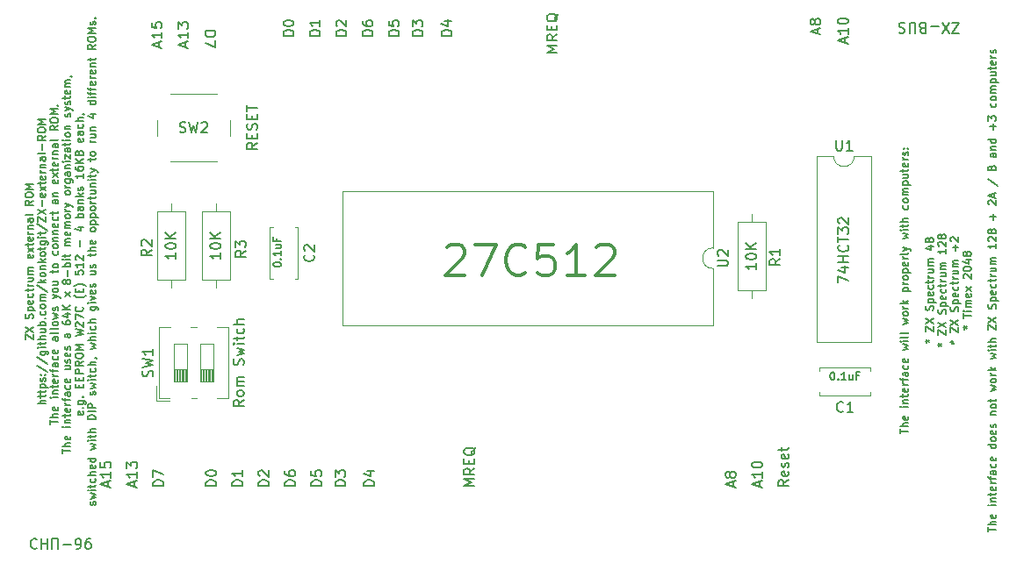
<source format=gbr>
%TF.GenerationSoftware,KiCad,Pcbnew,(6.0.10)*%
%TF.CreationDate,2023-03-31T21:51:54+03:00*%
%TF.ProjectId,zxcart,7a786361-7274-42e6-9b69-6361645f7063,rev?*%
%TF.SameCoordinates,Original*%
%TF.FileFunction,Legend,Top*%
%TF.FilePolarity,Positive*%
%FSLAX46Y46*%
G04 Gerber Fmt 4.6, Leading zero omitted, Abs format (unit mm)*
G04 Created by KiCad (PCBNEW (6.0.10)) date 2023-03-31 21:51:54*
%MOMM*%
%LPD*%
G01*
G04 APERTURE LIST*
%ADD10C,0.150000*%
%ADD11C,0.300000*%
%ADD12C,0.120000*%
G04 APERTURE END LIST*
D10*
X97166666Y-57790476D02*
X97166666Y-57314285D01*
X97452380Y-57885714D02*
X96452380Y-57552380D01*
X97452380Y-57219047D01*
X97452380Y-56361904D02*
X97452380Y-56933333D01*
X97452380Y-56647619D02*
X96452380Y-56647619D01*
X96595238Y-56742857D01*
X96690476Y-56838095D01*
X96738095Y-56933333D01*
X96452380Y-55457142D02*
X96452380Y-55933333D01*
X96928571Y-55980952D01*
X96880952Y-55933333D01*
X96833333Y-55838095D01*
X96833333Y-55600000D01*
X96880952Y-55504761D01*
X96928571Y-55457142D01*
X97023809Y-55409523D01*
X97261904Y-55409523D01*
X97357142Y-55457142D01*
X97404761Y-55504761D01*
X97452380Y-55600000D01*
X97452380Y-55838095D01*
X97404761Y-55933333D01*
X97357142Y-55980952D01*
X125392380Y-56738095D02*
X124392380Y-56738095D01*
X124392380Y-56500000D01*
X124440000Y-56357142D01*
X124535238Y-56261904D01*
X124630476Y-56214285D01*
X124820952Y-56166666D01*
X124963809Y-56166666D01*
X125154285Y-56214285D01*
X125249523Y-56261904D01*
X125344761Y-56357142D01*
X125392380Y-56500000D01*
X125392380Y-56738095D01*
X124725714Y-55309523D02*
X125392380Y-55309523D01*
X124344761Y-55547619D02*
X125059047Y-55785714D01*
X125059047Y-55166666D01*
X160666666Y-56514285D02*
X160666666Y-56038095D01*
X160952380Y-56609523D02*
X159952380Y-56276190D01*
X160952380Y-55942857D01*
X160380952Y-55466666D02*
X160333333Y-55561904D01*
X160285714Y-55609523D01*
X160190476Y-55657142D01*
X160142857Y-55657142D01*
X160047619Y-55609523D01*
X160000000Y-55561904D01*
X159952380Y-55466666D01*
X159952380Y-55276190D01*
X160000000Y-55180952D01*
X160047619Y-55133333D01*
X160142857Y-55085714D01*
X160190476Y-55085714D01*
X160285714Y-55133333D01*
X160333333Y-55180952D01*
X160380952Y-55276190D01*
X160380952Y-55466666D01*
X160428571Y-55561904D01*
X160476190Y-55609523D01*
X160571428Y-55657142D01*
X160761904Y-55657142D01*
X160857142Y-55609523D01*
X160904761Y-55561904D01*
X160952380Y-55466666D01*
X160952380Y-55276190D01*
X160904761Y-55180952D01*
X160857142Y-55133333D01*
X160761904Y-55085714D01*
X160571428Y-55085714D01*
X160476190Y-55133333D01*
X160428571Y-55180952D01*
X160380952Y-55276190D01*
X122611400Y-56738095D02*
X121611400Y-56738095D01*
X121611400Y-56500000D01*
X121659020Y-56357142D01*
X121754258Y-56261904D01*
X121849496Y-56214285D01*
X122039972Y-56166666D01*
X122182829Y-56166666D01*
X122373305Y-56214285D01*
X122468543Y-56261904D01*
X122563781Y-56357142D01*
X122611400Y-56500000D01*
X122611400Y-56738095D01*
X121611400Y-55833333D02*
X121611400Y-55214285D01*
X121992353Y-55547619D01*
X121992353Y-55404761D01*
X122039972Y-55309523D01*
X122087591Y-55261904D01*
X122182829Y-55214285D01*
X122420924Y-55214285D01*
X122516162Y-55261904D01*
X122563781Y-55309523D01*
X122611400Y-55404761D01*
X122611400Y-55690476D01*
X122563781Y-55785714D01*
X122516162Y-55833333D01*
X110313360Y-100190476D02*
X109313360Y-100190476D01*
X109313360Y-99952381D01*
X109360980Y-99809523D01*
X109456218Y-99714285D01*
X109551456Y-99666666D01*
X109741932Y-99619047D01*
X109884789Y-99619047D01*
X110075265Y-99666666D01*
X110170503Y-99714285D01*
X110265741Y-99809523D01*
X110313360Y-99952381D01*
X110313360Y-100190476D01*
X109313360Y-98761904D02*
X109313360Y-98952381D01*
X109360980Y-99047619D01*
X109408599Y-99095238D01*
X109551456Y-99190476D01*
X109741932Y-99238095D01*
X110122884Y-99238095D01*
X110218122Y-99190476D01*
X110265741Y-99142857D01*
X110313360Y-99047619D01*
X110313360Y-98857142D01*
X110265741Y-98761904D01*
X110218122Y-98714285D01*
X110122884Y-98666666D01*
X109884789Y-98666666D01*
X109789551Y-98714285D01*
X109741932Y-98761904D01*
X109694313Y-98857142D01*
X109694313Y-99047619D01*
X109741932Y-99142857D01*
X109789551Y-99190476D01*
X109884789Y-99238095D01*
X117933360Y-100190476D02*
X116933360Y-100190476D01*
X116933360Y-99952381D01*
X116980980Y-99809523D01*
X117076218Y-99714285D01*
X117171456Y-99666666D01*
X117361932Y-99619047D01*
X117504789Y-99619047D01*
X117695265Y-99666666D01*
X117790503Y-99714285D01*
X117885741Y-99809523D01*
X117933360Y-99952381D01*
X117933360Y-100190476D01*
X117266694Y-98761904D02*
X117933360Y-98761904D01*
X116885741Y-99000000D02*
X117600027Y-99238095D01*
X117600027Y-98619047D01*
X85390476Y-106157142D02*
X85342857Y-106204761D01*
X85200000Y-106252380D01*
X85104761Y-106252380D01*
X84961904Y-106204761D01*
X84866666Y-106109523D01*
X84819047Y-106014285D01*
X84771428Y-105823809D01*
X84771428Y-105680952D01*
X84819047Y-105490476D01*
X84866666Y-105395238D01*
X84961904Y-105300000D01*
X85104761Y-105252380D01*
X85200000Y-105252380D01*
X85342857Y-105300000D01*
X85390476Y-105347619D01*
X85819047Y-106252380D02*
X85819047Y-105252380D01*
X85819047Y-105728571D02*
X86390476Y-105728571D01*
X86390476Y-106252380D02*
X86390476Y-105252380D01*
X86866666Y-106252380D02*
X86866666Y-105252380D01*
X87438095Y-105252380D01*
X87438095Y-106252380D01*
X87914285Y-105871428D02*
X88676190Y-105871428D01*
X89200000Y-106252380D02*
X89390476Y-106252380D01*
X89485714Y-106204761D01*
X89533333Y-106157142D01*
X89628571Y-106014285D01*
X89676190Y-105823809D01*
X89676190Y-105442857D01*
X89628571Y-105347619D01*
X89580952Y-105300000D01*
X89485714Y-105252380D01*
X89295238Y-105252380D01*
X89200000Y-105300000D01*
X89152380Y-105347619D01*
X89104761Y-105442857D01*
X89104761Y-105680952D01*
X89152380Y-105776190D01*
X89200000Y-105823809D01*
X89295238Y-105871428D01*
X89485714Y-105871428D01*
X89580952Y-105823809D01*
X89628571Y-105776190D01*
X89676190Y-105680952D01*
X90533333Y-105252380D02*
X90342857Y-105252380D01*
X90247619Y-105300000D01*
X90200000Y-105347619D01*
X90104761Y-105490476D01*
X90057142Y-105680952D01*
X90057142Y-106061904D01*
X90104761Y-106157142D01*
X90152380Y-106204761D01*
X90247619Y-106252380D01*
X90438095Y-106252380D01*
X90533333Y-106204761D01*
X90580952Y-106157142D01*
X90628571Y-106061904D01*
X90628571Y-105823809D01*
X90580952Y-105728571D01*
X90533333Y-105680952D01*
X90438095Y-105633333D01*
X90247619Y-105633333D01*
X90152380Y-105680952D01*
X90104761Y-105728571D01*
X90057142Y-105823809D01*
X117772380Y-56738095D02*
X116772380Y-56738095D01*
X116772380Y-56500000D01*
X116820000Y-56357142D01*
X116915238Y-56261904D01*
X117010476Y-56214285D01*
X117200952Y-56166666D01*
X117343809Y-56166666D01*
X117534285Y-56214285D01*
X117629523Y-56261904D01*
X117724761Y-56357142D01*
X117772380Y-56500000D01*
X117772380Y-56738095D01*
X116772380Y-55309523D02*
X116772380Y-55500000D01*
X116820000Y-55595238D01*
X116867619Y-55642857D01*
X117010476Y-55738095D01*
X117200952Y-55785714D01*
X117581904Y-55785714D01*
X117677142Y-55738095D01*
X117724761Y-55690476D01*
X117772380Y-55595238D01*
X117772380Y-55404761D01*
X117724761Y-55309523D01*
X117677142Y-55261904D01*
X117581904Y-55214285D01*
X117343809Y-55214285D01*
X117248571Y-55261904D01*
X117200952Y-55309523D01*
X117153333Y-55404761D01*
X117153333Y-55595238D01*
X117200952Y-55690476D01*
X117248571Y-55738095D01*
X117343809Y-55785714D01*
X163306666Y-57390476D02*
X163306666Y-56914285D01*
X163592380Y-57485714D02*
X162592380Y-57152380D01*
X163592380Y-56819047D01*
X163592380Y-55961904D02*
X163592380Y-56533333D01*
X163592380Y-56247619D02*
X162592380Y-56247619D01*
X162735238Y-56342857D01*
X162830476Y-56438095D01*
X162878095Y-56533333D01*
X162592380Y-55342857D02*
X162592380Y-55247619D01*
X162640000Y-55152380D01*
X162687619Y-55104761D01*
X162782857Y-55057142D01*
X162973333Y-55009523D01*
X163211428Y-55009523D01*
X163401904Y-55057142D01*
X163497142Y-55104761D01*
X163544761Y-55152380D01*
X163592380Y-55247619D01*
X163592380Y-55342857D01*
X163544761Y-55438095D01*
X163497142Y-55485714D01*
X163401904Y-55533333D01*
X163211428Y-55580952D01*
X162973333Y-55580952D01*
X162782857Y-55533333D01*
X162687619Y-55485714D01*
X162640000Y-55438095D01*
X162592380Y-55342857D01*
X135552380Y-58309523D02*
X134552380Y-58309523D01*
X135266666Y-57976190D01*
X134552380Y-57642857D01*
X135552380Y-57642857D01*
X135552380Y-56595238D02*
X135076190Y-56928571D01*
X135552380Y-57166666D02*
X134552380Y-57166666D01*
X134552380Y-56785714D01*
X134600000Y-56690476D01*
X134647619Y-56642857D01*
X134742857Y-56595238D01*
X134885714Y-56595238D01*
X134980952Y-56642857D01*
X135028571Y-56690476D01*
X135076190Y-56785714D01*
X135076190Y-57166666D01*
X135028571Y-56166666D02*
X135028571Y-55833333D01*
X135552380Y-55690476D02*
X135552380Y-56166666D01*
X134552380Y-56166666D01*
X134552380Y-55690476D01*
X135647619Y-54595238D02*
X135600000Y-54690476D01*
X135504761Y-54785714D01*
X135361904Y-54928571D01*
X135314285Y-55023809D01*
X135314285Y-55119047D01*
X135552380Y-55071428D02*
X135504761Y-55166666D01*
X135409523Y-55261904D01*
X135219047Y-55309523D01*
X134885714Y-55309523D01*
X134695238Y-55261904D01*
X134600000Y-55166666D01*
X134552380Y-55071428D01*
X134552380Y-54880952D01*
X134600000Y-54785714D01*
X134695238Y-54690476D01*
X134885714Y-54642857D01*
X135219047Y-54642857D01*
X135409523Y-54690476D01*
X135504761Y-54785714D01*
X135552380Y-54880952D01*
X135552380Y-55071428D01*
X102693360Y-100190476D02*
X101693360Y-100190476D01*
X101693360Y-99952381D01*
X101740980Y-99809523D01*
X101836218Y-99714285D01*
X101931456Y-99666666D01*
X102121932Y-99619047D01*
X102264789Y-99619047D01*
X102455265Y-99666666D01*
X102550503Y-99714285D01*
X102645741Y-99809523D01*
X102693360Y-99952381D01*
X102693360Y-100190476D01*
X101693360Y-99000000D02*
X101693360Y-98904761D01*
X101740980Y-98809523D01*
X101788599Y-98761904D01*
X101883837Y-98714285D01*
X102074313Y-98666666D01*
X102312408Y-98666666D01*
X102502884Y-98714285D01*
X102598122Y-98761904D01*
X102645741Y-98809523D01*
X102693360Y-98904761D01*
X102693360Y-99000000D01*
X102645741Y-99095238D01*
X102598122Y-99142857D01*
X102502884Y-99190476D01*
X102312408Y-99238095D01*
X102074313Y-99238095D01*
X101883837Y-99190476D01*
X101788599Y-99142857D01*
X101740980Y-99095238D01*
X101693360Y-99000000D01*
X84270535Y-86053571D02*
X84270535Y-85553571D01*
X85020535Y-86053571D01*
X85020535Y-85553571D01*
X84270535Y-85339285D02*
X85020535Y-84839285D01*
X84270535Y-84839285D02*
X85020535Y-85339285D01*
X84984821Y-84017857D02*
X85020535Y-83910714D01*
X85020535Y-83732142D01*
X84984821Y-83660714D01*
X84949107Y-83625000D01*
X84877678Y-83589285D01*
X84806250Y-83589285D01*
X84734821Y-83625000D01*
X84699107Y-83660714D01*
X84663392Y-83732142D01*
X84627678Y-83875000D01*
X84591964Y-83946428D01*
X84556250Y-83982142D01*
X84484821Y-84017857D01*
X84413392Y-84017857D01*
X84341964Y-83982142D01*
X84306250Y-83946428D01*
X84270535Y-83875000D01*
X84270535Y-83696428D01*
X84306250Y-83589285D01*
X84520535Y-83267857D02*
X85270535Y-83267857D01*
X84556250Y-83267857D02*
X84520535Y-83196428D01*
X84520535Y-83053571D01*
X84556250Y-82982142D01*
X84591964Y-82946428D01*
X84663392Y-82910714D01*
X84877678Y-82910714D01*
X84949107Y-82946428D01*
X84984821Y-82982142D01*
X85020535Y-83053571D01*
X85020535Y-83196428D01*
X84984821Y-83267857D01*
X84984821Y-82303571D02*
X85020535Y-82375000D01*
X85020535Y-82517857D01*
X84984821Y-82589285D01*
X84913392Y-82625000D01*
X84627678Y-82625000D01*
X84556250Y-82589285D01*
X84520535Y-82517857D01*
X84520535Y-82375000D01*
X84556250Y-82303571D01*
X84627678Y-82267857D01*
X84699107Y-82267857D01*
X84770535Y-82625000D01*
X84984821Y-81625000D02*
X85020535Y-81696428D01*
X85020535Y-81839285D01*
X84984821Y-81910714D01*
X84949107Y-81946428D01*
X84877678Y-81982142D01*
X84663392Y-81982142D01*
X84591964Y-81946428D01*
X84556250Y-81910714D01*
X84520535Y-81839285D01*
X84520535Y-81696428D01*
X84556250Y-81625000D01*
X84520535Y-81410714D02*
X84520535Y-81125000D01*
X84270535Y-81303571D02*
X84913392Y-81303571D01*
X84984821Y-81267857D01*
X85020535Y-81196428D01*
X85020535Y-81125000D01*
X85020535Y-80875000D02*
X84520535Y-80875000D01*
X84663392Y-80875000D02*
X84591964Y-80839285D01*
X84556250Y-80803571D01*
X84520535Y-80732142D01*
X84520535Y-80660714D01*
X84520535Y-80089285D02*
X85020535Y-80089285D01*
X84520535Y-80410714D02*
X84913392Y-80410714D01*
X84984821Y-80375000D01*
X85020535Y-80303571D01*
X85020535Y-80196428D01*
X84984821Y-80125000D01*
X84949107Y-80089285D01*
X85020535Y-79732142D02*
X84520535Y-79732142D01*
X84591964Y-79732142D02*
X84556250Y-79696428D01*
X84520535Y-79625000D01*
X84520535Y-79517857D01*
X84556250Y-79446428D01*
X84627678Y-79410714D01*
X85020535Y-79410714D01*
X84627678Y-79410714D02*
X84556250Y-79375000D01*
X84520535Y-79303571D01*
X84520535Y-79196428D01*
X84556250Y-79125000D01*
X84627678Y-79089285D01*
X85020535Y-79089285D01*
X84984821Y-77875000D02*
X85020535Y-77946428D01*
X85020535Y-78089285D01*
X84984821Y-78160714D01*
X84913392Y-78196428D01*
X84627678Y-78196428D01*
X84556250Y-78160714D01*
X84520535Y-78089285D01*
X84520535Y-77946428D01*
X84556250Y-77875000D01*
X84627678Y-77839285D01*
X84699107Y-77839285D01*
X84770535Y-78196428D01*
X85020535Y-77589285D02*
X84520535Y-77196428D01*
X84520535Y-77589285D02*
X85020535Y-77196428D01*
X84520535Y-77017857D02*
X84520535Y-76732142D01*
X84270535Y-76910714D02*
X84913392Y-76910714D01*
X84984821Y-76875000D01*
X85020535Y-76803571D01*
X85020535Y-76732142D01*
X84984821Y-76196428D02*
X85020535Y-76267857D01*
X85020535Y-76410714D01*
X84984821Y-76482142D01*
X84913392Y-76517857D01*
X84627678Y-76517857D01*
X84556250Y-76482142D01*
X84520535Y-76410714D01*
X84520535Y-76267857D01*
X84556250Y-76196428D01*
X84627678Y-76160714D01*
X84699107Y-76160714D01*
X84770535Y-76517857D01*
X85020535Y-75839285D02*
X84520535Y-75839285D01*
X84663392Y-75839285D02*
X84591964Y-75803571D01*
X84556250Y-75767857D01*
X84520535Y-75696428D01*
X84520535Y-75625000D01*
X84520535Y-75375000D02*
X85020535Y-75375000D01*
X84591964Y-75375000D02*
X84556250Y-75339285D01*
X84520535Y-75267857D01*
X84520535Y-75160714D01*
X84556250Y-75089285D01*
X84627678Y-75053571D01*
X85020535Y-75053571D01*
X85020535Y-74375000D02*
X84627678Y-74375000D01*
X84556250Y-74410714D01*
X84520535Y-74482142D01*
X84520535Y-74625000D01*
X84556250Y-74696428D01*
X84984821Y-74375000D02*
X85020535Y-74446428D01*
X85020535Y-74625000D01*
X84984821Y-74696428D01*
X84913392Y-74732142D01*
X84841964Y-74732142D01*
X84770535Y-74696428D01*
X84734821Y-74625000D01*
X84734821Y-74446428D01*
X84699107Y-74375000D01*
X85020535Y-73910714D02*
X84984821Y-73982142D01*
X84913392Y-74017857D01*
X84270535Y-74017857D01*
X85020535Y-72625000D02*
X84663392Y-72875000D01*
X85020535Y-73053571D02*
X84270535Y-73053571D01*
X84270535Y-72767857D01*
X84306250Y-72696428D01*
X84341964Y-72660714D01*
X84413392Y-72625000D01*
X84520535Y-72625000D01*
X84591964Y-72660714D01*
X84627678Y-72696428D01*
X84663392Y-72767857D01*
X84663392Y-73053571D01*
X84270535Y-72160714D02*
X84270535Y-72017857D01*
X84306250Y-71946428D01*
X84377678Y-71875000D01*
X84520535Y-71839285D01*
X84770535Y-71839285D01*
X84913392Y-71875000D01*
X84984821Y-71946428D01*
X85020535Y-72017857D01*
X85020535Y-72160714D01*
X84984821Y-72232142D01*
X84913392Y-72303571D01*
X84770535Y-72339285D01*
X84520535Y-72339285D01*
X84377678Y-72303571D01*
X84306250Y-72232142D01*
X84270535Y-72160714D01*
X85020535Y-71517857D02*
X84270535Y-71517857D01*
X84806250Y-71267857D01*
X84270535Y-71017857D01*
X85020535Y-71017857D01*
X86228035Y-92250000D02*
X85478035Y-92250000D01*
X86228035Y-91928571D02*
X85835178Y-91928571D01*
X85763750Y-91964285D01*
X85728035Y-92035714D01*
X85728035Y-92142857D01*
X85763750Y-92214285D01*
X85799464Y-92250000D01*
X85728035Y-91678571D02*
X85728035Y-91392857D01*
X85478035Y-91571428D02*
X86120892Y-91571428D01*
X86192321Y-91535714D01*
X86228035Y-91464285D01*
X86228035Y-91392857D01*
X85728035Y-91250000D02*
X85728035Y-90964285D01*
X85478035Y-91142857D02*
X86120892Y-91142857D01*
X86192321Y-91107142D01*
X86228035Y-91035714D01*
X86228035Y-90964285D01*
X85728035Y-90714285D02*
X86478035Y-90714285D01*
X85763750Y-90714285D02*
X85728035Y-90642857D01*
X85728035Y-90500000D01*
X85763750Y-90428571D01*
X85799464Y-90392857D01*
X85870892Y-90357142D01*
X86085178Y-90357142D01*
X86156607Y-90392857D01*
X86192321Y-90428571D01*
X86228035Y-90500000D01*
X86228035Y-90642857D01*
X86192321Y-90714285D01*
X86192321Y-90071428D02*
X86228035Y-90000000D01*
X86228035Y-89857142D01*
X86192321Y-89785714D01*
X86120892Y-89750000D01*
X86085178Y-89750000D01*
X86013750Y-89785714D01*
X85978035Y-89857142D01*
X85978035Y-89964285D01*
X85942321Y-90035714D01*
X85870892Y-90071428D01*
X85835178Y-90071428D01*
X85763750Y-90035714D01*
X85728035Y-89964285D01*
X85728035Y-89857142D01*
X85763750Y-89785714D01*
X86156607Y-89428571D02*
X86192321Y-89392857D01*
X86228035Y-89428571D01*
X86192321Y-89464285D01*
X86156607Y-89428571D01*
X86228035Y-89428571D01*
X85763750Y-89428571D02*
X85799464Y-89392857D01*
X85835178Y-89428571D01*
X85799464Y-89464285D01*
X85763750Y-89428571D01*
X85835178Y-89428571D01*
X85442321Y-88535714D02*
X86406607Y-89178571D01*
X85442321Y-87750000D02*
X86406607Y-88392857D01*
X85728035Y-87178571D02*
X86335178Y-87178571D01*
X86406607Y-87214285D01*
X86442321Y-87250000D01*
X86478035Y-87321428D01*
X86478035Y-87428571D01*
X86442321Y-87500000D01*
X86192321Y-87178571D02*
X86228035Y-87250000D01*
X86228035Y-87392857D01*
X86192321Y-87464285D01*
X86156607Y-87500000D01*
X86085178Y-87535714D01*
X85870892Y-87535714D01*
X85799464Y-87500000D01*
X85763750Y-87464285D01*
X85728035Y-87392857D01*
X85728035Y-87250000D01*
X85763750Y-87178571D01*
X86228035Y-86821428D02*
X85728035Y-86821428D01*
X85478035Y-86821428D02*
X85513750Y-86857142D01*
X85549464Y-86821428D01*
X85513750Y-86785714D01*
X85478035Y-86821428D01*
X85549464Y-86821428D01*
X85728035Y-86571428D02*
X85728035Y-86285714D01*
X85478035Y-86464285D02*
X86120892Y-86464285D01*
X86192321Y-86428571D01*
X86228035Y-86357142D01*
X86228035Y-86285714D01*
X86228035Y-86035714D02*
X85478035Y-86035714D01*
X86228035Y-85714285D02*
X85835178Y-85714285D01*
X85763750Y-85750000D01*
X85728035Y-85821428D01*
X85728035Y-85928571D01*
X85763750Y-86000000D01*
X85799464Y-86035714D01*
X85728035Y-85035714D02*
X86228035Y-85035714D01*
X85728035Y-85357142D02*
X86120892Y-85357142D01*
X86192321Y-85321428D01*
X86228035Y-85250000D01*
X86228035Y-85142857D01*
X86192321Y-85071428D01*
X86156607Y-85035714D01*
X86228035Y-84678571D02*
X85478035Y-84678571D01*
X85763750Y-84678571D02*
X85728035Y-84607142D01*
X85728035Y-84464285D01*
X85763750Y-84392857D01*
X85799464Y-84357142D01*
X85870892Y-84321428D01*
X86085178Y-84321428D01*
X86156607Y-84357142D01*
X86192321Y-84392857D01*
X86228035Y-84464285D01*
X86228035Y-84607142D01*
X86192321Y-84678571D01*
X86156607Y-84000000D02*
X86192321Y-83964285D01*
X86228035Y-84000000D01*
X86192321Y-84035714D01*
X86156607Y-84000000D01*
X86228035Y-84000000D01*
X86192321Y-83321428D02*
X86228035Y-83392857D01*
X86228035Y-83535714D01*
X86192321Y-83607142D01*
X86156607Y-83642857D01*
X86085178Y-83678571D01*
X85870892Y-83678571D01*
X85799464Y-83642857D01*
X85763750Y-83607142D01*
X85728035Y-83535714D01*
X85728035Y-83392857D01*
X85763750Y-83321428D01*
X86228035Y-82892857D02*
X86192321Y-82964285D01*
X86156607Y-83000000D01*
X86085178Y-83035714D01*
X85870892Y-83035714D01*
X85799464Y-83000000D01*
X85763750Y-82964285D01*
X85728035Y-82892857D01*
X85728035Y-82785714D01*
X85763750Y-82714285D01*
X85799464Y-82678571D01*
X85870892Y-82642857D01*
X86085178Y-82642857D01*
X86156607Y-82678571D01*
X86192321Y-82714285D01*
X86228035Y-82785714D01*
X86228035Y-82892857D01*
X86228035Y-82321428D02*
X85728035Y-82321428D01*
X85799464Y-82321428D02*
X85763750Y-82285714D01*
X85728035Y-82214285D01*
X85728035Y-82107142D01*
X85763750Y-82035714D01*
X85835178Y-82000000D01*
X86228035Y-82000000D01*
X85835178Y-82000000D02*
X85763750Y-81964285D01*
X85728035Y-81892857D01*
X85728035Y-81785714D01*
X85763750Y-81714285D01*
X85835178Y-81678571D01*
X86228035Y-81678571D01*
X85442321Y-80785714D02*
X86406607Y-81428571D01*
X86228035Y-80535714D02*
X85478035Y-80535714D01*
X85942321Y-80464285D02*
X86228035Y-80250000D01*
X85728035Y-80250000D02*
X86013750Y-80535714D01*
X86228035Y-79821428D02*
X86192321Y-79892857D01*
X86156607Y-79928571D01*
X86085178Y-79964285D01*
X85870892Y-79964285D01*
X85799464Y-79928571D01*
X85763750Y-79892857D01*
X85728035Y-79821428D01*
X85728035Y-79714285D01*
X85763750Y-79642857D01*
X85799464Y-79607142D01*
X85870892Y-79571428D01*
X86085178Y-79571428D01*
X86156607Y-79607142D01*
X86192321Y-79642857D01*
X86228035Y-79714285D01*
X86228035Y-79821428D01*
X85728035Y-79250000D02*
X86228035Y-79250000D01*
X85799464Y-79250000D02*
X85763750Y-79214285D01*
X85728035Y-79142857D01*
X85728035Y-79035714D01*
X85763750Y-78964285D01*
X85835178Y-78928571D01*
X86228035Y-78928571D01*
X86228035Y-78571428D02*
X85478035Y-78571428D01*
X85942321Y-78500000D02*
X86228035Y-78285714D01*
X85728035Y-78285714D02*
X86013750Y-78571428D01*
X86228035Y-77857142D02*
X86192321Y-77928571D01*
X86156607Y-77964285D01*
X86085178Y-78000000D01*
X85870892Y-78000000D01*
X85799464Y-77964285D01*
X85763750Y-77928571D01*
X85728035Y-77857142D01*
X85728035Y-77750000D01*
X85763750Y-77678571D01*
X85799464Y-77642857D01*
X85870892Y-77607142D01*
X86085178Y-77607142D01*
X86156607Y-77642857D01*
X86192321Y-77678571D01*
X86228035Y-77750000D01*
X86228035Y-77857142D01*
X85728035Y-77392857D02*
X85728035Y-77107142D01*
X85478035Y-77285714D02*
X86120892Y-77285714D01*
X86192321Y-77250000D01*
X86228035Y-77178571D01*
X86228035Y-77107142D01*
X85728035Y-76535714D02*
X86335178Y-76535714D01*
X86406607Y-76571428D01*
X86442321Y-76607142D01*
X86478035Y-76678571D01*
X86478035Y-76785714D01*
X86442321Y-76857142D01*
X86192321Y-76535714D02*
X86228035Y-76607142D01*
X86228035Y-76750000D01*
X86192321Y-76821428D01*
X86156607Y-76857142D01*
X86085178Y-76892857D01*
X85870892Y-76892857D01*
X85799464Y-76857142D01*
X85763750Y-76821428D01*
X85728035Y-76750000D01*
X85728035Y-76607142D01*
X85763750Y-76535714D01*
X86228035Y-76178571D02*
X85728035Y-76178571D01*
X85478035Y-76178571D02*
X85513750Y-76214285D01*
X85549464Y-76178571D01*
X85513750Y-76142857D01*
X85478035Y-76178571D01*
X85549464Y-76178571D01*
X85728035Y-75928571D02*
X85728035Y-75642857D01*
X85478035Y-75821428D02*
X86120892Y-75821428D01*
X86192321Y-75785714D01*
X86228035Y-75714285D01*
X86228035Y-75642857D01*
X85442321Y-74857142D02*
X86406607Y-75500000D01*
X85478035Y-74678571D02*
X85478035Y-74178571D01*
X86228035Y-74678571D01*
X86228035Y-74178571D01*
X85478035Y-73964285D02*
X86228035Y-73464285D01*
X85478035Y-73464285D02*
X86228035Y-73964285D01*
X85942321Y-73178571D02*
X85942321Y-72607142D01*
X86192321Y-71964285D02*
X86228035Y-72035714D01*
X86228035Y-72178571D01*
X86192321Y-72250000D01*
X86120892Y-72285714D01*
X85835178Y-72285714D01*
X85763750Y-72250000D01*
X85728035Y-72178571D01*
X85728035Y-72035714D01*
X85763750Y-71964285D01*
X85835178Y-71928571D01*
X85906607Y-71928571D01*
X85978035Y-72285714D01*
X86228035Y-71678571D02*
X85728035Y-71285714D01*
X85728035Y-71678571D02*
X86228035Y-71285714D01*
X85728035Y-71107142D02*
X85728035Y-70821428D01*
X85478035Y-71000000D02*
X86120892Y-71000000D01*
X86192321Y-70964285D01*
X86228035Y-70892857D01*
X86228035Y-70821428D01*
X86192321Y-70285714D02*
X86228035Y-70357142D01*
X86228035Y-70500000D01*
X86192321Y-70571428D01*
X86120892Y-70607142D01*
X85835178Y-70607142D01*
X85763750Y-70571428D01*
X85728035Y-70500000D01*
X85728035Y-70357142D01*
X85763750Y-70285714D01*
X85835178Y-70250000D01*
X85906607Y-70250000D01*
X85978035Y-70607142D01*
X86228035Y-69928571D02*
X85728035Y-69928571D01*
X85870892Y-69928571D02*
X85799464Y-69892857D01*
X85763750Y-69857142D01*
X85728035Y-69785714D01*
X85728035Y-69714285D01*
X85728035Y-69464285D02*
X86228035Y-69464285D01*
X85799464Y-69464285D02*
X85763750Y-69428571D01*
X85728035Y-69357142D01*
X85728035Y-69250000D01*
X85763750Y-69178571D01*
X85835178Y-69142857D01*
X86228035Y-69142857D01*
X86228035Y-68464285D02*
X85835178Y-68464285D01*
X85763750Y-68500000D01*
X85728035Y-68571428D01*
X85728035Y-68714285D01*
X85763750Y-68785714D01*
X86192321Y-68464285D02*
X86228035Y-68535714D01*
X86228035Y-68714285D01*
X86192321Y-68785714D01*
X86120892Y-68821428D01*
X86049464Y-68821428D01*
X85978035Y-68785714D01*
X85942321Y-68714285D01*
X85942321Y-68535714D01*
X85906607Y-68464285D01*
X86228035Y-68000000D02*
X86192321Y-68071428D01*
X86120892Y-68107142D01*
X85478035Y-68107142D01*
X85942321Y-67714285D02*
X85942321Y-67142857D01*
X86228035Y-66357142D02*
X85870892Y-66607142D01*
X86228035Y-66785714D02*
X85478035Y-66785714D01*
X85478035Y-66500000D01*
X85513750Y-66428571D01*
X85549464Y-66392857D01*
X85620892Y-66357142D01*
X85728035Y-66357142D01*
X85799464Y-66392857D01*
X85835178Y-66428571D01*
X85870892Y-66500000D01*
X85870892Y-66785714D01*
X85478035Y-65892857D02*
X85478035Y-65750000D01*
X85513750Y-65678571D01*
X85585178Y-65607142D01*
X85728035Y-65571428D01*
X85978035Y-65571428D01*
X86120892Y-65607142D01*
X86192321Y-65678571D01*
X86228035Y-65750000D01*
X86228035Y-65892857D01*
X86192321Y-65964285D01*
X86120892Y-66035714D01*
X85978035Y-66071428D01*
X85728035Y-66071428D01*
X85585178Y-66035714D01*
X85513750Y-65964285D01*
X85478035Y-65892857D01*
X86228035Y-65250000D02*
X85478035Y-65250000D01*
X86013750Y-65000000D01*
X85478035Y-64750000D01*
X86228035Y-64750000D01*
X86685535Y-94232142D02*
X86685535Y-93803571D01*
X87435535Y-94017857D02*
X86685535Y-94017857D01*
X87435535Y-93553571D02*
X86685535Y-93553571D01*
X87435535Y-93232142D02*
X87042678Y-93232142D01*
X86971250Y-93267857D01*
X86935535Y-93339285D01*
X86935535Y-93446428D01*
X86971250Y-93517857D01*
X87006964Y-93553571D01*
X87399821Y-92589285D02*
X87435535Y-92660714D01*
X87435535Y-92803571D01*
X87399821Y-92875000D01*
X87328392Y-92910714D01*
X87042678Y-92910714D01*
X86971250Y-92875000D01*
X86935535Y-92803571D01*
X86935535Y-92660714D01*
X86971250Y-92589285D01*
X87042678Y-92553571D01*
X87114107Y-92553571D01*
X87185535Y-92910714D01*
X87435535Y-91660714D02*
X86935535Y-91660714D01*
X86685535Y-91660714D02*
X86721250Y-91696428D01*
X86756964Y-91660714D01*
X86721250Y-91625000D01*
X86685535Y-91660714D01*
X86756964Y-91660714D01*
X86935535Y-91303571D02*
X87435535Y-91303571D01*
X87006964Y-91303571D02*
X86971250Y-91267857D01*
X86935535Y-91196428D01*
X86935535Y-91089285D01*
X86971250Y-91017857D01*
X87042678Y-90982142D01*
X87435535Y-90982142D01*
X86935535Y-90732142D02*
X86935535Y-90446428D01*
X86685535Y-90625000D02*
X87328392Y-90625000D01*
X87399821Y-90589285D01*
X87435535Y-90517857D01*
X87435535Y-90446428D01*
X87399821Y-89910714D02*
X87435535Y-89982142D01*
X87435535Y-90125000D01*
X87399821Y-90196428D01*
X87328392Y-90232142D01*
X87042678Y-90232142D01*
X86971250Y-90196428D01*
X86935535Y-90125000D01*
X86935535Y-89982142D01*
X86971250Y-89910714D01*
X87042678Y-89875000D01*
X87114107Y-89875000D01*
X87185535Y-90232142D01*
X87435535Y-89553571D02*
X86935535Y-89553571D01*
X87078392Y-89553571D02*
X87006964Y-89517857D01*
X86971250Y-89482142D01*
X86935535Y-89410714D01*
X86935535Y-89339285D01*
X86935535Y-89196428D02*
X86935535Y-88910714D01*
X87435535Y-89089285D02*
X86792678Y-89089285D01*
X86721250Y-89053571D01*
X86685535Y-88982142D01*
X86685535Y-88910714D01*
X87435535Y-88339285D02*
X87042678Y-88339285D01*
X86971250Y-88375000D01*
X86935535Y-88446428D01*
X86935535Y-88589285D01*
X86971250Y-88660714D01*
X87399821Y-88339285D02*
X87435535Y-88410714D01*
X87435535Y-88589285D01*
X87399821Y-88660714D01*
X87328392Y-88696428D01*
X87256964Y-88696428D01*
X87185535Y-88660714D01*
X87149821Y-88589285D01*
X87149821Y-88410714D01*
X87114107Y-88339285D01*
X87399821Y-87660714D02*
X87435535Y-87732142D01*
X87435535Y-87875000D01*
X87399821Y-87946428D01*
X87364107Y-87982142D01*
X87292678Y-88017857D01*
X87078392Y-88017857D01*
X87006964Y-87982142D01*
X86971250Y-87946428D01*
X86935535Y-87875000D01*
X86935535Y-87732142D01*
X86971250Y-87660714D01*
X87399821Y-87053571D02*
X87435535Y-87125000D01*
X87435535Y-87267857D01*
X87399821Y-87339285D01*
X87328392Y-87375000D01*
X87042678Y-87375000D01*
X86971250Y-87339285D01*
X86935535Y-87267857D01*
X86935535Y-87125000D01*
X86971250Y-87053571D01*
X87042678Y-87017857D01*
X87114107Y-87017857D01*
X87185535Y-87375000D01*
X87435535Y-85803571D02*
X87042678Y-85803571D01*
X86971250Y-85839285D01*
X86935535Y-85910714D01*
X86935535Y-86053571D01*
X86971250Y-86125000D01*
X87399821Y-85803571D02*
X87435535Y-85875000D01*
X87435535Y-86053571D01*
X87399821Y-86125000D01*
X87328392Y-86160714D01*
X87256964Y-86160714D01*
X87185535Y-86125000D01*
X87149821Y-86053571D01*
X87149821Y-85875000D01*
X87114107Y-85803571D01*
X87435535Y-85339285D02*
X87399821Y-85410714D01*
X87328392Y-85446428D01*
X86685535Y-85446428D01*
X87435535Y-84946428D02*
X87399821Y-85017857D01*
X87328392Y-85053571D01*
X86685535Y-85053571D01*
X87435535Y-84553571D02*
X87399821Y-84625000D01*
X87364107Y-84660714D01*
X87292678Y-84696428D01*
X87078392Y-84696428D01*
X87006964Y-84660714D01*
X86971250Y-84625000D01*
X86935535Y-84553571D01*
X86935535Y-84446428D01*
X86971250Y-84375000D01*
X87006964Y-84339285D01*
X87078392Y-84303571D01*
X87292678Y-84303571D01*
X87364107Y-84339285D01*
X87399821Y-84375000D01*
X87435535Y-84446428D01*
X87435535Y-84553571D01*
X86935535Y-84053571D02*
X87435535Y-83910714D01*
X87078392Y-83767857D01*
X87435535Y-83625000D01*
X86935535Y-83482142D01*
X87399821Y-83232142D02*
X87435535Y-83160714D01*
X87435535Y-83017857D01*
X87399821Y-82946428D01*
X87328392Y-82910714D01*
X87292678Y-82910714D01*
X87221250Y-82946428D01*
X87185535Y-83017857D01*
X87185535Y-83125000D01*
X87149821Y-83196428D01*
X87078392Y-83232142D01*
X87042678Y-83232142D01*
X86971250Y-83196428D01*
X86935535Y-83125000D01*
X86935535Y-83017857D01*
X86971250Y-82946428D01*
X86935535Y-82089285D02*
X87435535Y-81910714D01*
X86935535Y-81732142D02*
X87435535Y-81910714D01*
X87614107Y-81982142D01*
X87649821Y-82017857D01*
X87685535Y-82089285D01*
X87435535Y-81339285D02*
X87399821Y-81410714D01*
X87364107Y-81446428D01*
X87292678Y-81482142D01*
X87078392Y-81482142D01*
X87006964Y-81446428D01*
X86971250Y-81410714D01*
X86935535Y-81339285D01*
X86935535Y-81232142D01*
X86971250Y-81160714D01*
X87006964Y-81125000D01*
X87078392Y-81089285D01*
X87292678Y-81089285D01*
X87364107Y-81125000D01*
X87399821Y-81160714D01*
X87435535Y-81232142D01*
X87435535Y-81339285D01*
X86935535Y-80446428D02*
X87435535Y-80446428D01*
X86935535Y-80767857D02*
X87328392Y-80767857D01*
X87399821Y-80732142D01*
X87435535Y-80660714D01*
X87435535Y-80553571D01*
X87399821Y-80482142D01*
X87364107Y-80446428D01*
X86935535Y-79625000D02*
X86935535Y-79339285D01*
X86685535Y-79517857D02*
X87328392Y-79517857D01*
X87399821Y-79482142D01*
X87435535Y-79410714D01*
X87435535Y-79339285D01*
X87435535Y-78982142D02*
X87399821Y-79053571D01*
X87364107Y-79089285D01*
X87292678Y-79125000D01*
X87078392Y-79125000D01*
X87006964Y-79089285D01*
X86971250Y-79053571D01*
X86935535Y-78982142D01*
X86935535Y-78875000D01*
X86971250Y-78803571D01*
X87006964Y-78767857D01*
X87078392Y-78732142D01*
X87292678Y-78732142D01*
X87364107Y-78767857D01*
X87399821Y-78803571D01*
X87435535Y-78875000D01*
X87435535Y-78982142D01*
X87399821Y-77517857D02*
X87435535Y-77589285D01*
X87435535Y-77732142D01*
X87399821Y-77803571D01*
X87364107Y-77839285D01*
X87292678Y-77875000D01*
X87078392Y-77875000D01*
X87006964Y-77839285D01*
X86971250Y-77803571D01*
X86935535Y-77732142D01*
X86935535Y-77589285D01*
X86971250Y-77517857D01*
X87435535Y-77089285D02*
X87399821Y-77160714D01*
X87364107Y-77196428D01*
X87292678Y-77232142D01*
X87078392Y-77232142D01*
X87006964Y-77196428D01*
X86971250Y-77160714D01*
X86935535Y-77089285D01*
X86935535Y-76982142D01*
X86971250Y-76910714D01*
X87006964Y-76875000D01*
X87078392Y-76839285D01*
X87292678Y-76839285D01*
X87364107Y-76875000D01*
X87399821Y-76910714D01*
X87435535Y-76982142D01*
X87435535Y-77089285D01*
X86935535Y-76517857D02*
X87435535Y-76517857D01*
X87006964Y-76517857D02*
X86971250Y-76482142D01*
X86935535Y-76410714D01*
X86935535Y-76303571D01*
X86971250Y-76232142D01*
X87042678Y-76196428D01*
X87435535Y-76196428D01*
X86935535Y-75839285D02*
X87435535Y-75839285D01*
X87006964Y-75839285D02*
X86971250Y-75803571D01*
X86935535Y-75732142D01*
X86935535Y-75625000D01*
X86971250Y-75553571D01*
X87042678Y-75517857D01*
X87435535Y-75517857D01*
X87399821Y-74875000D02*
X87435535Y-74946428D01*
X87435535Y-75089285D01*
X87399821Y-75160714D01*
X87328392Y-75196428D01*
X87042678Y-75196428D01*
X86971250Y-75160714D01*
X86935535Y-75089285D01*
X86935535Y-74946428D01*
X86971250Y-74875000D01*
X87042678Y-74839285D01*
X87114107Y-74839285D01*
X87185535Y-75196428D01*
X87399821Y-74196428D02*
X87435535Y-74267857D01*
X87435535Y-74410714D01*
X87399821Y-74482142D01*
X87364107Y-74517857D01*
X87292678Y-74553571D01*
X87078392Y-74553571D01*
X87006964Y-74517857D01*
X86971250Y-74482142D01*
X86935535Y-74410714D01*
X86935535Y-74267857D01*
X86971250Y-74196428D01*
X86935535Y-73982142D02*
X86935535Y-73696428D01*
X86685535Y-73875000D02*
X87328392Y-73875000D01*
X87399821Y-73839285D01*
X87435535Y-73767857D01*
X87435535Y-73696428D01*
X87435535Y-72553571D02*
X87042678Y-72553571D01*
X86971250Y-72589285D01*
X86935535Y-72660714D01*
X86935535Y-72803571D01*
X86971250Y-72875000D01*
X87399821Y-72553571D02*
X87435535Y-72625000D01*
X87435535Y-72803571D01*
X87399821Y-72875000D01*
X87328392Y-72910714D01*
X87256964Y-72910714D01*
X87185535Y-72875000D01*
X87149821Y-72803571D01*
X87149821Y-72625000D01*
X87114107Y-72553571D01*
X86935535Y-72196428D02*
X87435535Y-72196428D01*
X87006964Y-72196428D02*
X86971250Y-72160714D01*
X86935535Y-72089285D01*
X86935535Y-71982142D01*
X86971250Y-71910714D01*
X87042678Y-71875000D01*
X87435535Y-71875000D01*
X87399821Y-70660714D02*
X87435535Y-70732142D01*
X87435535Y-70875000D01*
X87399821Y-70946428D01*
X87328392Y-70982142D01*
X87042678Y-70982142D01*
X86971250Y-70946428D01*
X86935535Y-70875000D01*
X86935535Y-70732142D01*
X86971250Y-70660714D01*
X87042678Y-70625000D01*
X87114107Y-70625000D01*
X87185535Y-70982142D01*
X87435535Y-70375000D02*
X86935535Y-69982142D01*
X86935535Y-70375000D02*
X87435535Y-69982142D01*
X86935535Y-69803571D02*
X86935535Y-69517857D01*
X86685535Y-69696428D02*
X87328392Y-69696428D01*
X87399821Y-69660714D01*
X87435535Y-69589285D01*
X87435535Y-69517857D01*
X87399821Y-68982142D02*
X87435535Y-69053571D01*
X87435535Y-69196428D01*
X87399821Y-69267857D01*
X87328392Y-69303571D01*
X87042678Y-69303571D01*
X86971250Y-69267857D01*
X86935535Y-69196428D01*
X86935535Y-69053571D01*
X86971250Y-68982142D01*
X87042678Y-68946428D01*
X87114107Y-68946428D01*
X87185535Y-69303571D01*
X87435535Y-68625000D02*
X86935535Y-68625000D01*
X87078392Y-68625000D02*
X87006964Y-68589285D01*
X86971250Y-68553571D01*
X86935535Y-68482142D01*
X86935535Y-68410714D01*
X86935535Y-68160714D02*
X87435535Y-68160714D01*
X87006964Y-68160714D02*
X86971250Y-68125000D01*
X86935535Y-68053571D01*
X86935535Y-67946428D01*
X86971250Y-67875000D01*
X87042678Y-67839285D01*
X87435535Y-67839285D01*
X87435535Y-67160714D02*
X87042678Y-67160714D01*
X86971250Y-67196428D01*
X86935535Y-67267857D01*
X86935535Y-67410714D01*
X86971250Y-67482142D01*
X87399821Y-67160714D02*
X87435535Y-67232142D01*
X87435535Y-67410714D01*
X87399821Y-67482142D01*
X87328392Y-67517857D01*
X87256964Y-67517857D01*
X87185535Y-67482142D01*
X87149821Y-67410714D01*
X87149821Y-67232142D01*
X87114107Y-67160714D01*
X87435535Y-66696428D02*
X87399821Y-66767857D01*
X87328392Y-66803571D01*
X86685535Y-66803571D01*
X87435535Y-65410714D02*
X87078392Y-65660714D01*
X87435535Y-65839285D02*
X86685535Y-65839285D01*
X86685535Y-65553571D01*
X86721250Y-65482142D01*
X86756964Y-65446428D01*
X86828392Y-65410714D01*
X86935535Y-65410714D01*
X87006964Y-65446428D01*
X87042678Y-65482142D01*
X87078392Y-65553571D01*
X87078392Y-65839285D01*
X86685535Y-64946428D02*
X86685535Y-64803571D01*
X86721250Y-64732142D01*
X86792678Y-64660714D01*
X86935535Y-64625000D01*
X87185535Y-64625000D01*
X87328392Y-64660714D01*
X87399821Y-64732142D01*
X87435535Y-64803571D01*
X87435535Y-64946428D01*
X87399821Y-65017857D01*
X87328392Y-65089285D01*
X87185535Y-65125000D01*
X86935535Y-65125000D01*
X86792678Y-65089285D01*
X86721250Y-65017857D01*
X86685535Y-64946428D01*
X87435535Y-64303571D02*
X86685535Y-64303571D01*
X87221250Y-64053571D01*
X86685535Y-63803571D01*
X87435535Y-63803571D01*
X87364107Y-63446428D02*
X87399821Y-63410714D01*
X87435535Y-63446428D01*
X87399821Y-63482142D01*
X87364107Y-63446428D01*
X87435535Y-63446428D01*
X87893035Y-97035714D02*
X87893035Y-96607142D01*
X88643035Y-96821428D02*
X87893035Y-96821428D01*
X88643035Y-96357142D02*
X87893035Y-96357142D01*
X88643035Y-96035714D02*
X88250178Y-96035714D01*
X88178750Y-96071428D01*
X88143035Y-96142857D01*
X88143035Y-96250000D01*
X88178750Y-96321428D01*
X88214464Y-96357142D01*
X88607321Y-95392857D02*
X88643035Y-95464285D01*
X88643035Y-95607142D01*
X88607321Y-95678571D01*
X88535892Y-95714285D01*
X88250178Y-95714285D01*
X88178750Y-95678571D01*
X88143035Y-95607142D01*
X88143035Y-95464285D01*
X88178750Y-95392857D01*
X88250178Y-95357142D01*
X88321607Y-95357142D01*
X88393035Y-95714285D01*
X88643035Y-94464285D02*
X88143035Y-94464285D01*
X87893035Y-94464285D02*
X87928750Y-94500000D01*
X87964464Y-94464285D01*
X87928750Y-94428571D01*
X87893035Y-94464285D01*
X87964464Y-94464285D01*
X88143035Y-94107142D02*
X88643035Y-94107142D01*
X88214464Y-94107142D02*
X88178750Y-94071428D01*
X88143035Y-94000000D01*
X88143035Y-93892857D01*
X88178750Y-93821428D01*
X88250178Y-93785714D01*
X88643035Y-93785714D01*
X88143035Y-93535714D02*
X88143035Y-93250000D01*
X87893035Y-93428571D02*
X88535892Y-93428571D01*
X88607321Y-93392857D01*
X88643035Y-93321428D01*
X88643035Y-93250000D01*
X88607321Y-92714285D02*
X88643035Y-92785714D01*
X88643035Y-92928571D01*
X88607321Y-93000000D01*
X88535892Y-93035714D01*
X88250178Y-93035714D01*
X88178750Y-93000000D01*
X88143035Y-92928571D01*
X88143035Y-92785714D01*
X88178750Y-92714285D01*
X88250178Y-92678571D01*
X88321607Y-92678571D01*
X88393035Y-93035714D01*
X88643035Y-92357142D02*
X88143035Y-92357142D01*
X88285892Y-92357142D02*
X88214464Y-92321428D01*
X88178750Y-92285714D01*
X88143035Y-92214285D01*
X88143035Y-92142857D01*
X88143035Y-92000000D02*
X88143035Y-91714285D01*
X88643035Y-91892857D02*
X88000178Y-91892857D01*
X87928750Y-91857142D01*
X87893035Y-91785714D01*
X87893035Y-91714285D01*
X88643035Y-91142857D02*
X88250178Y-91142857D01*
X88178750Y-91178571D01*
X88143035Y-91250000D01*
X88143035Y-91392857D01*
X88178750Y-91464285D01*
X88607321Y-91142857D02*
X88643035Y-91214285D01*
X88643035Y-91392857D01*
X88607321Y-91464285D01*
X88535892Y-91500000D01*
X88464464Y-91500000D01*
X88393035Y-91464285D01*
X88357321Y-91392857D01*
X88357321Y-91214285D01*
X88321607Y-91142857D01*
X88607321Y-90464285D02*
X88643035Y-90535714D01*
X88643035Y-90678571D01*
X88607321Y-90750000D01*
X88571607Y-90785714D01*
X88500178Y-90821428D01*
X88285892Y-90821428D01*
X88214464Y-90785714D01*
X88178750Y-90750000D01*
X88143035Y-90678571D01*
X88143035Y-90535714D01*
X88178750Y-90464285D01*
X88607321Y-89857142D02*
X88643035Y-89928571D01*
X88643035Y-90071428D01*
X88607321Y-90142857D01*
X88535892Y-90178571D01*
X88250178Y-90178571D01*
X88178750Y-90142857D01*
X88143035Y-90071428D01*
X88143035Y-89928571D01*
X88178750Y-89857142D01*
X88250178Y-89821428D01*
X88321607Y-89821428D01*
X88393035Y-90178571D01*
X88143035Y-88607142D02*
X88643035Y-88607142D01*
X88143035Y-88928571D02*
X88535892Y-88928571D01*
X88607321Y-88892857D01*
X88643035Y-88821428D01*
X88643035Y-88714285D01*
X88607321Y-88642857D01*
X88571607Y-88607142D01*
X88607321Y-88285714D02*
X88643035Y-88214285D01*
X88643035Y-88071428D01*
X88607321Y-88000000D01*
X88535892Y-87964285D01*
X88500178Y-87964285D01*
X88428750Y-88000000D01*
X88393035Y-88071428D01*
X88393035Y-88178571D01*
X88357321Y-88250000D01*
X88285892Y-88285714D01*
X88250178Y-88285714D01*
X88178750Y-88250000D01*
X88143035Y-88178571D01*
X88143035Y-88071428D01*
X88178750Y-88000000D01*
X88607321Y-87357142D02*
X88643035Y-87428571D01*
X88643035Y-87571428D01*
X88607321Y-87642857D01*
X88535892Y-87678571D01*
X88250178Y-87678571D01*
X88178750Y-87642857D01*
X88143035Y-87571428D01*
X88143035Y-87428571D01*
X88178750Y-87357142D01*
X88250178Y-87321428D01*
X88321607Y-87321428D01*
X88393035Y-87678571D01*
X88607321Y-87035714D02*
X88643035Y-86964285D01*
X88643035Y-86821428D01*
X88607321Y-86750000D01*
X88535892Y-86714285D01*
X88500178Y-86714285D01*
X88428750Y-86750000D01*
X88393035Y-86821428D01*
X88393035Y-86928571D01*
X88357321Y-87000000D01*
X88285892Y-87035714D01*
X88250178Y-87035714D01*
X88178750Y-87000000D01*
X88143035Y-86928571D01*
X88143035Y-86821428D01*
X88178750Y-86750000D01*
X88643035Y-85500000D02*
X88250178Y-85500000D01*
X88178750Y-85535714D01*
X88143035Y-85607142D01*
X88143035Y-85750000D01*
X88178750Y-85821428D01*
X88607321Y-85500000D02*
X88643035Y-85571428D01*
X88643035Y-85750000D01*
X88607321Y-85821428D01*
X88535892Y-85857142D01*
X88464464Y-85857142D01*
X88393035Y-85821428D01*
X88357321Y-85750000D01*
X88357321Y-85571428D01*
X88321607Y-85500000D01*
X87893035Y-84250000D02*
X87893035Y-84392857D01*
X87928750Y-84464285D01*
X87964464Y-84500000D01*
X88071607Y-84571428D01*
X88214464Y-84607142D01*
X88500178Y-84607142D01*
X88571607Y-84571428D01*
X88607321Y-84535714D01*
X88643035Y-84464285D01*
X88643035Y-84321428D01*
X88607321Y-84250000D01*
X88571607Y-84214285D01*
X88500178Y-84178571D01*
X88321607Y-84178571D01*
X88250178Y-84214285D01*
X88214464Y-84250000D01*
X88178750Y-84321428D01*
X88178750Y-84464285D01*
X88214464Y-84535714D01*
X88250178Y-84571428D01*
X88321607Y-84607142D01*
X88143035Y-83535714D02*
X88643035Y-83535714D01*
X87857321Y-83714285D02*
X88393035Y-83892857D01*
X88393035Y-83428571D01*
X88643035Y-83142857D02*
X87893035Y-83142857D01*
X88643035Y-82714285D02*
X88214464Y-83035714D01*
X87893035Y-82714285D02*
X88321607Y-83142857D01*
X88643035Y-81892857D02*
X88143035Y-81500000D01*
X88143035Y-81892857D02*
X88643035Y-81500000D01*
X88214464Y-80535714D02*
X88178750Y-80607142D01*
X88143035Y-80642857D01*
X88071607Y-80678571D01*
X88035892Y-80678571D01*
X87964464Y-80642857D01*
X87928750Y-80607142D01*
X87893035Y-80535714D01*
X87893035Y-80392857D01*
X87928750Y-80321428D01*
X87964464Y-80285714D01*
X88035892Y-80250000D01*
X88071607Y-80250000D01*
X88143035Y-80285714D01*
X88178750Y-80321428D01*
X88214464Y-80392857D01*
X88214464Y-80535714D01*
X88250178Y-80607142D01*
X88285892Y-80642857D01*
X88357321Y-80678571D01*
X88500178Y-80678571D01*
X88571607Y-80642857D01*
X88607321Y-80607142D01*
X88643035Y-80535714D01*
X88643035Y-80392857D01*
X88607321Y-80321428D01*
X88571607Y-80285714D01*
X88500178Y-80250000D01*
X88357321Y-80250000D01*
X88285892Y-80285714D01*
X88250178Y-80321428D01*
X88214464Y-80392857D01*
X88357321Y-79928571D02*
X88357321Y-79357142D01*
X88643035Y-79000000D02*
X87893035Y-79000000D01*
X88178750Y-79000000D02*
X88143035Y-78928571D01*
X88143035Y-78785714D01*
X88178750Y-78714285D01*
X88214464Y-78678571D01*
X88285892Y-78642857D01*
X88500178Y-78642857D01*
X88571607Y-78678571D01*
X88607321Y-78714285D01*
X88643035Y-78785714D01*
X88643035Y-78928571D01*
X88607321Y-79000000D01*
X88643035Y-78321428D02*
X88143035Y-78321428D01*
X87893035Y-78321428D02*
X87928750Y-78357142D01*
X87964464Y-78321428D01*
X87928750Y-78285714D01*
X87893035Y-78321428D01*
X87964464Y-78321428D01*
X88143035Y-78071428D02*
X88143035Y-77785714D01*
X87893035Y-77964285D02*
X88535892Y-77964285D01*
X88607321Y-77928571D01*
X88643035Y-77857142D01*
X88643035Y-77785714D01*
X88643035Y-76964285D02*
X88143035Y-76964285D01*
X88214464Y-76964285D02*
X88178750Y-76928571D01*
X88143035Y-76857142D01*
X88143035Y-76750000D01*
X88178750Y-76678571D01*
X88250178Y-76642857D01*
X88643035Y-76642857D01*
X88250178Y-76642857D02*
X88178750Y-76607142D01*
X88143035Y-76535714D01*
X88143035Y-76428571D01*
X88178750Y-76357142D01*
X88250178Y-76321428D01*
X88643035Y-76321428D01*
X88607321Y-75678571D02*
X88643035Y-75750000D01*
X88643035Y-75892857D01*
X88607321Y-75964285D01*
X88535892Y-76000000D01*
X88250178Y-76000000D01*
X88178750Y-75964285D01*
X88143035Y-75892857D01*
X88143035Y-75750000D01*
X88178750Y-75678571D01*
X88250178Y-75642857D01*
X88321607Y-75642857D01*
X88393035Y-76000000D01*
X88643035Y-75321428D02*
X88143035Y-75321428D01*
X88214464Y-75321428D02*
X88178750Y-75285714D01*
X88143035Y-75214285D01*
X88143035Y-75107142D01*
X88178750Y-75035714D01*
X88250178Y-75000000D01*
X88643035Y-75000000D01*
X88250178Y-75000000D02*
X88178750Y-74964285D01*
X88143035Y-74892857D01*
X88143035Y-74785714D01*
X88178750Y-74714285D01*
X88250178Y-74678571D01*
X88643035Y-74678571D01*
X88643035Y-74214285D02*
X88607321Y-74285714D01*
X88571607Y-74321428D01*
X88500178Y-74357142D01*
X88285892Y-74357142D01*
X88214464Y-74321428D01*
X88178750Y-74285714D01*
X88143035Y-74214285D01*
X88143035Y-74107142D01*
X88178750Y-74035714D01*
X88214464Y-74000000D01*
X88285892Y-73964285D01*
X88500178Y-73964285D01*
X88571607Y-74000000D01*
X88607321Y-74035714D01*
X88643035Y-74107142D01*
X88643035Y-74214285D01*
X88643035Y-73642857D02*
X88143035Y-73642857D01*
X88285892Y-73642857D02*
X88214464Y-73607142D01*
X88178750Y-73571428D01*
X88143035Y-73500000D01*
X88143035Y-73428571D01*
X88143035Y-73250000D02*
X88643035Y-73071428D01*
X88143035Y-72892857D02*
X88643035Y-73071428D01*
X88821607Y-73142857D01*
X88857321Y-73178571D01*
X88893035Y-73250000D01*
X88643035Y-71928571D02*
X88607321Y-72000000D01*
X88571607Y-72035714D01*
X88500178Y-72071428D01*
X88285892Y-72071428D01*
X88214464Y-72035714D01*
X88178750Y-72000000D01*
X88143035Y-71928571D01*
X88143035Y-71821428D01*
X88178750Y-71750000D01*
X88214464Y-71714285D01*
X88285892Y-71678571D01*
X88500178Y-71678571D01*
X88571607Y-71714285D01*
X88607321Y-71750000D01*
X88643035Y-71821428D01*
X88643035Y-71928571D01*
X88643035Y-71357142D02*
X88143035Y-71357142D01*
X88285892Y-71357142D02*
X88214464Y-71321428D01*
X88178750Y-71285714D01*
X88143035Y-71214285D01*
X88143035Y-71142857D01*
X88143035Y-70571428D02*
X88750178Y-70571428D01*
X88821607Y-70607142D01*
X88857321Y-70642857D01*
X88893035Y-70714285D01*
X88893035Y-70821428D01*
X88857321Y-70892857D01*
X88607321Y-70571428D02*
X88643035Y-70642857D01*
X88643035Y-70785714D01*
X88607321Y-70857142D01*
X88571607Y-70892857D01*
X88500178Y-70928571D01*
X88285892Y-70928571D01*
X88214464Y-70892857D01*
X88178750Y-70857142D01*
X88143035Y-70785714D01*
X88143035Y-70642857D01*
X88178750Y-70571428D01*
X88643035Y-69892857D02*
X88250178Y-69892857D01*
X88178750Y-69928571D01*
X88143035Y-70000000D01*
X88143035Y-70142857D01*
X88178750Y-70214285D01*
X88607321Y-69892857D02*
X88643035Y-69964285D01*
X88643035Y-70142857D01*
X88607321Y-70214285D01*
X88535892Y-70250000D01*
X88464464Y-70250000D01*
X88393035Y-70214285D01*
X88357321Y-70142857D01*
X88357321Y-69964285D01*
X88321607Y-69892857D01*
X88143035Y-69535714D02*
X88643035Y-69535714D01*
X88214464Y-69535714D02*
X88178750Y-69500000D01*
X88143035Y-69428571D01*
X88143035Y-69321428D01*
X88178750Y-69250000D01*
X88250178Y-69214285D01*
X88643035Y-69214285D01*
X88643035Y-68857142D02*
X88143035Y-68857142D01*
X87893035Y-68857142D02*
X87928750Y-68892857D01*
X87964464Y-68857142D01*
X87928750Y-68821428D01*
X87893035Y-68857142D01*
X87964464Y-68857142D01*
X88143035Y-68571428D02*
X88143035Y-68178571D01*
X88643035Y-68571428D01*
X88643035Y-68178571D01*
X88643035Y-67571428D02*
X88250178Y-67571428D01*
X88178750Y-67607142D01*
X88143035Y-67678571D01*
X88143035Y-67821428D01*
X88178750Y-67892857D01*
X88607321Y-67571428D02*
X88643035Y-67642857D01*
X88643035Y-67821428D01*
X88607321Y-67892857D01*
X88535892Y-67928571D01*
X88464464Y-67928571D01*
X88393035Y-67892857D01*
X88357321Y-67821428D01*
X88357321Y-67642857D01*
X88321607Y-67571428D01*
X88143035Y-67321428D02*
X88143035Y-67035714D01*
X87893035Y-67214285D02*
X88535892Y-67214285D01*
X88607321Y-67178571D01*
X88643035Y-67107142D01*
X88643035Y-67035714D01*
X88643035Y-66785714D02*
X88143035Y-66785714D01*
X87893035Y-66785714D02*
X87928750Y-66821428D01*
X87964464Y-66785714D01*
X87928750Y-66750000D01*
X87893035Y-66785714D01*
X87964464Y-66785714D01*
X88643035Y-66321428D02*
X88607321Y-66392857D01*
X88571607Y-66428571D01*
X88500178Y-66464285D01*
X88285892Y-66464285D01*
X88214464Y-66428571D01*
X88178750Y-66392857D01*
X88143035Y-66321428D01*
X88143035Y-66214285D01*
X88178750Y-66142857D01*
X88214464Y-66107142D01*
X88285892Y-66071428D01*
X88500178Y-66071428D01*
X88571607Y-66107142D01*
X88607321Y-66142857D01*
X88643035Y-66214285D01*
X88643035Y-66321428D01*
X88143035Y-65750000D02*
X88643035Y-65750000D01*
X88214464Y-65750000D02*
X88178750Y-65714285D01*
X88143035Y-65642857D01*
X88143035Y-65535714D01*
X88178750Y-65464285D01*
X88250178Y-65428571D01*
X88643035Y-65428571D01*
X88607321Y-64535714D02*
X88643035Y-64464285D01*
X88643035Y-64321428D01*
X88607321Y-64250000D01*
X88535892Y-64214285D01*
X88500178Y-64214285D01*
X88428750Y-64250000D01*
X88393035Y-64321428D01*
X88393035Y-64428571D01*
X88357321Y-64500000D01*
X88285892Y-64535714D01*
X88250178Y-64535714D01*
X88178750Y-64500000D01*
X88143035Y-64428571D01*
X88143035Y-64321428D01*
X88178750Y-64250000D01*
X88143035Y-63964285D02*
X88643035Y-63785714D01*
X88143035Y-63607142D02*
X88643035Y-63785714D01*
X88821607Y-63857142D01*
X88857321Y-63892857D01*
X88893035Y-63964285D01*
X88607321Y-63357142D02*
X88643035Y-63285714D01*
X88643035Y-63142857D01*
X88607321Y-63071428D01*
X88535892Y-63035714D01*
X88500178Y-63035714D01*
X88428750Y-63071428D01*
X88393035Y-63142857D01*
X88393035Y-63250000D01*
X88357321Y-63321428D01*
X88285892Y-63357142D01*
X88250178Y-63357142D01*
X88178750Y-63321428D01*
X88143035Y-63250000D01*
X88143035Y-63142857D01*
X88178750Y-63071428D01*
X88143035Y-62821428D02*
X88143035Y-62535714D01*
X87893035Y-62714285D02*
X88535892Y-62714285D01*
X88607321Y-62678571D01*
X88643035Y-62607142D01*
X88643035Y-62535714D01*
X88607321Y-62000000D02*
X88643035Y-62071428D01*
X88643035Y-62214285D01*
X88607321Y-62285714D01*
X88535892Y-62321428D01*
X88250178Y-62321428D01*
X88178750Y-62285714D01*
X88143035Y-62214285D01*
X88143035Y-62071428D01*
X88178750Y-62000000D01*
X88250178Y-61964285D01*
X88321607Y-61964285D01*
X88393035Y-62321428D01*
X88643035Y-61642857D02*
X88143035Y-61642857D01*
X88214464Y-61642857D02*
X88178750Y-61607142D01*
X88143035Y-61535714D01*
X88143035Y-61428571D01*
X88178750Y-61357142D01*
X88250178Y-61321428D01*
X88643035Y-61321428D01*
X88250178Y-61321428D02*
X88178750Y-61285714D01*
X88143035Y-61214285D01*
X88143035Y-61107142D01*
X88178750Y-61035714D01*
X88250178Y-61000000D01*
X88643035Y-61000000D01*
X88607321Y-60607142D02*
X88643035Y-60607142D01*
X88714464Y-60642857D01*
X88750178Y-60678571D01*
X89814821Y-93000000D02*
X89850535Y-93071428D01*
X89850535Y-93214285D01*
X89814821Y-93285714D01*
X89743392Y-93321428D01*
X89457678Y-93321428D01*
X89386250Y-93285714D01*
X89350535Y-93214285D01*
X89350535Y-93071428D01*
X89386250Y-93000000D01*
X89457678Y-92964285D01*
X89529107Y-92964285D01*
X89600535Y-93321428D01*
X89779107Y-92642857D02*
X89814821Y-92607142D01*
X89850535Y-92642857D01*
X89814821Y-92678571D01*
X89779107Y-92642857D01*
X89850535Y-92642857D01*
X89350535Y-91964285D02*
X89957678Y-91964285D01*
X90029107Y-92000000D01*
X90064821Y-92035714D01*
X90100535Y-92107142D01*
X90100535Y-92214285D01*
X90064821Y-92285714D01*
X89814821Y-91964285D02*
X89850535Y-92035714D01*
X89850535Y-92178571D01*
X89814821Y-92250000D01*
X89779107Y-92285714D01*
X89707678Y-92321428D01*
X89493392Y-92321428D01*
X89421964Y-92285714D01*
X89386250Y-92250000D01*
X89350535Y-92178571D01*
X89350535Y-92035714D01*
X89386250Y-91964285D01*
X89779107Y-91607142D02*
X89814821Y-91571428D01*
X89850535Y-91607142D01*
X89814821Y-91642857D01*
X89779107Y-91607142D01*
X89850535Y-91607142D01*
X89457678Y-90678571D02*
X89457678Y-90428571D01*
X89850535Y-90321428D02*
X89850535Y-90678571D01*
X89100535Y-90678571D01*
X89100535Y-90321428D01*
X89457678Y-90000000D02*
X89457678Y-89750000D01*
X89850535Y-89642857D02*
X89850535Y-90000000D01*
X89100535Y-90000000D01*
X89100535Y-89642857D01*
X89850535Y-89321428D02*
X89100535Y-89321428D01*
X89100535Y-89035714D01*
X89136250Y-88964285D01*
X89171964Y-88928571D01*
X89243392Y-88892857D01*
X89350535Y-88892857D01*
X89421964Y-88928571D01*
X89457678Y-88964285D01*
X89493392Y-89035714D01*
X89493392Y-89321428D01*
X89850535Y-88142857D02*
X89493392Y-88392857D01*
X89850535Y-88571428D02*
X89100535Y-88571428D01*
X89100535Y-88285714D01*
X89136250Y-88214285D01*
X89171964Y-88178571D01*
X89243392Y-88142857D01*
X89350535Y-88142857D01*
X89421964Y-88178571D01*
X89457678Y-88214285D01*
X89493392Y-88285714D01*
X89493392Y-88571428D01*
X89100535Y-87678571D02*
X89100535Y-87535714D01*
X89136250Y-87464285D01*
X89207678Y-87392857D01*
X89350535Y-87357142D01*
X89600535Y-87357142D01*
X89743392Y-87392857D01*
X89814821Y-87464285D01*
X89850535Y-87535714D01*
X89850535Y-87678571D01*
X89814821Y-87750000D01*
X89743392Y-87821428D01*
X89600535Y-87857142D01*
X89350535Y-87857142D01*
X89207678Y-87821428D01*
X89136250Y-87750000D01*
X89100535Y-87678571D01*
X89850535Y-87035714D02*
X89100535Y-87035714D01*
X89636250Y-86785714D01*
X89100535Y-86535714D01*
X89850535Y-86535714D01*
X89100535Y-85678571D02*
X89850535Y-85500000D01*
X89314821Y-85357142D01*
X89850535Y-85214285D01*
X89100535Y-85035714D01*
X89171964Y-84785714D02*
X89136250Y-84750000D01*
X89100535Y-84678571D01*
X89100535Y-84500000D01*
X89136250Y-84428571D01*
X89171964Y-84392857D01*
X89243392Y-84357142D01*
X89314821Y-84357142D01*
X89421964Y-84392857D01*
X89850535Y-84821428D01*
X89850535Y-84357142D01*
X89100535Y-84107142D02*
X89100535Y-83607142D01*
X89850535Y-83928571D01*
X89779107Y-82892857D02*
X89814821Y-82928571D01*
X89850535Y-83035714D01*
X89850535Y-83107142D01*
X89814821Y-83214285D01*
X89743392Y-83285714D01*
X89671964Y-83321428D01*
X89529107Y-83357142D01*
X89421964Y-83357142D01*
X89279107Y-83321428D01*
X89207678Y-83285714D01*
X89136250Y-83214285D01*
X89100535Y-83107142D01*
X89100535Y-83035714D01*
X89136250Y-82928571D01*
X89171964Y-82892857D01*
X90136250Y-81785714D02*
X90100535Y-81821428D01*
X89993392Y-81892857D01*
X89921964Y-81928571D01*
X89814821Y-81964285D01*
X89636250Y-82000000D01*
X89493392Y-82000000D01*
X89314821Y-81964285D01*
X89207678Y-81928571D01*
X89136250Y-81892857D01*
X89029107Y-81821428D01*
X88993392Y-81785714D01*
X89457678Y-81500000D02*
X89457678Y-81250000D01*
X89850535Y-81142857D02*
X89850535Y-81500000D01*
X89100535Y-81500000D01*
X89100535Y-81142857D01*
X90136250Y-80892857D02*
X90100535Y-80857142D01*
X89993392Y-80785714D01*
X89921964Y-80750000D01*
X89814821Y-80714285D01*
X89636250Y-80678571D01*
X89493392Y-80678571D01*
X89314821Y-80714285D01*
X89207678Y-80750000D01*
X89136250Y-80785714D01*
X89029107Y-80857142D01*
X88993392Y-80892857D01*
X89100535Y-79392857D02*
X89100535Y-79750000D01*
X89457678Y-79785714D01*
X89421964Y-79750000D01*
X89386250Y-79678571D01*
X89386250Y-79500000D01*
X89421964Y-79428571D01*
X89457678Y-79392857D01*
X89529107Y-79357142D01*
X89707678Y-79357142D01*
X89779107Y-79392857D01*
X89814821Y-79428571D01*
X89850535Y-79500000D01*
X89850535Y-79678571D01*
X89814821Y-79750000D01*
X89779107Y-79785714D01*
X89850535Y-78642857D02*
X89850535Y-79071428D01*
X89850535Y-78857142D02*
X89100535Y-78857142D01*
X89207678Y-78928571D01*
X89279107Y-79000000D01*
X89314821Y-79071428D01*
X89171964Y-78357142D02*
X89136250Y-78321428D01*
X89100535Y-78250000D01*
X89100535Y-78071428D01*
X89136250Y-78000000D01*
X89171964Y-77964285D01*
X89243392Y-77928571D01*
X89314821Y-77928571D01*
X89421964Y-77964285D01*
X89850535Y-78392857D01*
X89850535Y-77928571D01*
X89564821Y-77035714D02*
X89564821Y-76464285D01*
X89350535Y-75214285D02*
X89850535Y-75214285D01*
X89064821Y-75392857D02*
X89600535Y-75571428D01*
X89600535Y-75107142D01*
X89850535Y-74250000D02*
X89100535Y-74250000D01*
X89386250Y-74250000D02*
X89350535Y-74178571D01*
X89350535Y-74035714D01*
X89386250Y-73964285D01*
X89421964Y-73928571D01*
X89493392Y-73892857D01*
X89707678Y-73892857D01*
X89779107Y-73928571D01*
X89814821Y-73964285D01*
X89850535Y-74035714D01*
X89850535Y-74178571D01*
X89814821Y-74250000D01*
X89850535Y-73250000D02*
X89457678Y-73250000D01*
X89386250Y-73285714D01*
X89350535Y-73357142D01*
X89350535Y-73500000D01*
X89386250Y-73571428D01*
X89814821Y-73250000D02*
X89850535Y-73321428D01*
X89850535Y-73500000D01*
X89814821Y-73571428D01*
X89743392Y-73607142D01*
X89671964Y-73607142D01*
X89600535Y-73571428D01*
X89564821Y-73500000D01*
X89564821Y-73321428D01*
X89529107Y-73250000D01*
X89350535Y-72892857D02*
X89850535Y-72892857D01*
X89421964Y-72892857D02*
X89386250Y-72857142D01*
X89350535Y-72785714D01*
X89350535Y-72678571D01*
X89386250Y-72607142D01*
X89457678Y-72571428D01*
X89850535Y-72571428D01*
X89850535Y-72214285D02*
X89100535Y-72214285D01*
X89564821Y-72142857D02*
X89850535Y-71928571D01*
X89350535Y-71928571D02*
X89636250Y-72214285D01*
X89814821Y-71642857D02*
X89850535Y-71571428D01*
X89850535Y-71428571D01*
X89814821Y-71357142D01*
X89743392Y-71321428D01*
X89707678Y-71321428D01*
X89636250Y-71357142D01*
X89600535Y-71428571D01*
X89600535Y-71535714D01*
X89564821Y-71607142D01*
X89493392Y-71642857D01*
X89457678Y-71642857D01*
X89386250Y-71607142D01*
X89350535Y-71535714D01*
X89350535Y-71428571D01*
X89386250Y-71357142D01*
X89850535Y-70035714D02*
X89850535Y-70464285D01*
X89850535Y-70250000D02*
X89100535Y-70250000D01*
X89207678Y-70321428D01*
X89279107Y-70392857D01*
X89314821Y-70464285D01*
X89100535Y-69392857D02*
X89100535Y-69535714D01*
X89136250Y-69607142D01*
X89171964Y-69642857D01*
X89279107Y-69714285D01*
X89421964Y-69750000D01*
X89707678Y-69750000D01*
X89779107Y-69714285D01*
X89814821Y-69678571D01*
X89850535Y-69607142D01*
X89850535Y-69464285D01*
X89814821Y-69392857D01*
X89779107Y-69357142D01*
X89707678Y-69321428D01*
X89529107Y-69321428D01*
X89457678Y-69357142D01*
X89421964Y-69392857D01*
X89386250Y-69464285D01*
X89386250Y-69607142D01*
X89421964Y-69678571D01*
X89457678Y-69714285D01*
X89529107Y-69750000D01*
X89850535Y-69000000D02*
X89100535Y-69000000D01*
X89850535Y-68571428D02*
X89421964Y-68892857D01*
X89100535Y-68571428D02*
X89529107Y-69000000D01*
X89457678Y-68000000D02*
X89493392Y-67892857D01*
X89529107Y-67857142D01*
X89600535Y-67821428D01*
X89707678Y-67821428D01*
X89779107Y-67857142D01*
X89814821Y-67892857D01*
X89850535Y-67964285D01*
X89850535Y-68250000D01*
X89100535Y-68250000D01*
X89100535Y-68000000D01*
X89136250Y-67928571D01*
X89171964Y-67892857D01*
X89243392Y-67857142D01*
X89314821Y-67857142D01*
X89386250Y-67892857D01*
X89421964Y-67928571D01*
X89457678Y-68000000D01*
X89457678Y-68250000D01*
X89814821Y-66642857D02*
X89850535Y-66714285D01*
X89850535Y-66857142D01*
X89814821Y-66928571D01*
X89743392Y-66964285D01*
X89457678Y-66964285D01*
X89386250Y-66928571D01*
X89350535Y-66857142D01*
X89350535Y-66714285D01*
X89386250Y-66642857D01*
X89457678Y-66607142D01*
X89529107Y-66607142D01*
X89600535Y-66964285D01*
X89850535Y-65964285D02*
X89457678Y-65964285D01*
X89386250Y-66000000D01*
X89350535Y-66071428D01*
X89350535Y-66214285D01*
X89386250Y-66285714D01*
X89814821Y-65964285D02*
X89850535Y-66035714D01*
X89850535Y-66214285D01*
X89814821Y-66285714D01*
X89743392Y-66321428D01*
X89671964Y-66321428D01*
X89600535Y-66285714D01*
X89564821Y-66214285D01*
X89564821Y-66035714D01*
X89529107Y-65964285D01*
X89814821Y-65285714D02*
X89850535Y-65357142D01*
X89850535Y-65500000D01*
X89814821Y-65571428D01*
X89779107Y-65607142D01*
X89707678Y-65642857D01*
X89493392Y-65642857D01*
X89421964Y-65607142D01*
X89386250Y-65571428D01*
X89350535Y-65500000D01*
X89350535Y-65357142D01*
X89386250Y-65285714D01*
X89850535Y-64964285D02*
X89100535Y-64964285D01*
X89850535Y-64642857D02*
X89457678Y-64642857D01*
X89386250Y-64678571D01*
X89350535Y-64750000D01*
X89350535Y-64857142D01*
X89386250Y-64928571D01*
X89421964Y-64964285D01*
X89814821Y-64250000D02*
X89850535Y-64250000D01*
X89921964Y-64285714D01*
X89957678Y-64321428D01*
X91022321Y-102017857D02*
X91058035Y-101946428D01*
X91058035Y-101803571D01*
X91022321Y-101732142D01*
X90950892Y-101696428D01*
X90915178Y-101696428D01*
X90843750Y-101732142D01*
X90808035Y-101803571D01*
X90808035Y-101910714D01*
X90772321Y-101982142D01*
X90700892Y-102017857D01*
X90665178Y-102017857D01*
X90593750Y-101982142D01*
X90558035Y-101910714D01*
X90558035Y-101803571D01*
X90593750Y-101732142D01*
X90558035Y-101446428D02*
X91058035Y-101303571D01*
X90700892Y-101160714D01*
X91058035Y-101017857D01*
X90558035Y-100874999D01*
X91058035Y-100589285D02*
X90558035Y-100589285D01*
X90308035Y-100589285D02*
X90343750Y-100624999D01*
X90379464Y-100589285D01*
X90343750Y-100553571D01*
X90308035Y-100589285D01*
X90379464Y-100589285D01*
X90558035Y-100339285D02*
X90558035Y-100053571D01*
X90308035Y-100232142D02*
X90950892Y-100232142D01*
X91022321Y-100196428D01*
X91058035Y-100124999D01*
X91058035Y-100053571D01*
X91022321Y-99482142D02*
X91058035Y-99553571D01*
X91058035Y-99696428D01*
X91022321Y-99767857D01*
X90986607Y-99803571D01*
X90915178Y-99839285D01*
X90700892Y-99839285D01*
X90629464Y-99803571D01*
X90593750Y-99767857D01*
X90558035Y-99696428D01*
X90558035Y-99553571D01*
X90593750Y-99482142D01*
X91058035Y-99160714D02*
X90308035Y-99160714D01*
X91058035Y-98839285D02*
X90665178Y-98839285D01*
X90593750Y-98874999D01*
X90558035Y-98946428D01*
X90558035Y-99053571D01*
X90593750Y-99124999D01*
X90629464Y-99160714D01*
X91022321Y-98196428D02*
X91058035Y-98267857D01*
X91058035Y-98410714D01*
X91022321Y-98482142D01*
X90950892Y-98517857D01*
X90665178Y-98517857D01*
X90593750Y-98482142D01*
X90558035Y-98410714D01*
X90558035Y-98267857D01*
X90593750Y-98196428D01*
X90665178Y-98160714D01*
X90736607Y-98160714D01*
X90808035Y-98517857D01*
X91058035Y-97517857D02*
X90308035Y-97517857D01*
X91022321Y-97517857D02*
X91058035Y-97589285D01*
X91058035Y-97732142D01*
X91022321Y-97803571D01*
X90986607Y-97839285D01*
X90915178Y-97874999D01*
X90700892Y-97874999D01*
X90629464Y-97839285D01*
X90593750Y-97803571D01*
X90558035Y-97732142D01*
X90558035Y-97589285D01*
X90593750Y-97517857D01*
X90558035Y-96660714D02*
X91058035Y-96517857D01*
X90700892Y-96374999D01*
X91058035Y-96232142D01*
X90558035Y-96089285D01*
X91058035Y-95803571D02*
X90558035Y-95803571D01*
X90308035Y-95803571D02*
X90343750Y-95839285D01*
X90379464Y-95803571D01*
X90343750Y-95767857D01*
X90308035Y-95803571D01*
X90379464Y-95803571D01*
X90558035Y-95553571D02*
X90558035Y-95267857D01*
X90308035Y-95446428D02*
X90950892Y-95446428D01*
X91022321Y-95410714D01*
X91058035Y-95339285D01*
X91058035Y-95267857D01*
X91058035Y-95017857D02*
X90308035Y-95017857D01*
X91058035Y-94696428D02*
X90665178Y-94696428D01*
X90593750Y-94732142D01*
X90558035Y-94803571D01*
X90558035Y-94910714D01*
X90593750Y-94982142D01*
X90629464Y-95017857D01*
X91058035Y-93767857D02*
X90308035Y-93767857D01*
X90308035Y-93589285D01*
X90343750Y-93482142D01*
X90415178Y-93410714D01*
X90486607Y-93374999D01*
X90629464Y-93339285D01*
X90736607Y-93339285D01*
X90879464Y-93374999D01*
X90950892Y-93410714D01*
X91022321Y-93482142D01*
X91058035Y-93589285D01*
X91058035Y-93767857D01*
X91058035Y-93017857D02*
X90308035Y-93017857D01*
X91058035Y-92660714D02*
X90308035Y-92660714D01*
X90308035Y-92374999D01*
X90343750Y-92303571D01*
X90379464Y-92267857D01*
X90450892Y-92232142D01*
X90558035Y-92232142D01*
X90629464Y-92267857D01*
X90665178Y-92303571D01*
X90700892Y-92374999D01*
X90700892Y-92660714D01*
X91022321Y-91374999D02*
X91058035Y-91303571D01*
X91058035Y-91160714D01*
X91022321Y-91089285D01*
X90950892Y-91053571D01*
X90915178Y-91053571D01*
X90843750Y-91089285D01*
X90808035Y-91160714D01*
X90808035Y-91267857D01*
X90772321Y-91339285D01*
X90700892Y-91374999D01*
X90665178Y-91374999D01*
X90593750Y-91339285D01*
X90558035Y-91267857D01*
X90558035Y-91160714D01*
X90593750Y-91089285D01*
X90558035Y-90803571D02*
X91058035Y-90660714D01*
X90700892Y-90517857D01*
X91058035Y-90374999D01*
X90558035Y-90232142D01*
X91058035Y-89946428D02*
X90558035Y-89946428D01*
X90308035Y-89946428D02*
X90343750Y-89982142D01*
X90379464Y-89946428D01*
X90343750Y-89910714D01*
X90308035Y-89946428D01*
X90379464Y-89946428D01*
X90558035Y-89696428D02*
X90558035Y-89410714D01*
X90308035Y-89589285D02*
X90950892Y-89589285D01*
X91022321Y-89553571D01*
X91058035Y-89482142D01*
X91058035Y-89410714D01*
X91022321Y-88839285D02*
X91058035Y-88910714D01*
X91058035Y-89053571D01*
X91022321Y-89124999D01*
X90986607Y-89160714D01*
X90915178Y-89196428D01*
X90700892Y-89196428D01*
X90629464Y-89160714D01*
X90593750Y-89124999D01*
X90558035Y-89053571D01*
X90558035Y-88910714D01*
X90593750Y-88839285D01*
X91058035Y-88517857D02*
X90308035Y-88517857D01*
X91058035Y-88196428D02*
X90665178Y-88196428D01*
X90593750Y-88232142D01*
X90558035Y-88303571D01*
X90558035Y-88410714D01*
X90593750Y-88482142D01*
X90629464Y-88517857D01*
X91022321Y-87803571D02*
X91058035Y-87803571D01*
X91129464Y-87839285D01*
X91165178Y-87874999D01*
X90558035Y-86982142D02*
X91058035Y-86839285D01*
X90700892Y-86696428D01*
X91058035Y-86553571D01*
X90558035Y-86410714D01*
X91058035Y-86124999D02*
X90308035Y-86124999D01*
X91058035Y-85803571D02*
X90665178Y-85803571D01*
X90593750Y-85839285D01*
X90558035Y-85910714D01*
X90558035Y-86017857D01*
X90593750Y-86089285D01*
X90629464Y-86124999D01*
X91058035Y-85446428D02*
X90558035Y-85446428D01*
X90308035Y-85446428D02*
X90343750Y-85482142D01*
X90379464Y-85446428D01*
X90343750Y-85410714D01*
X90308035Y-85446428D01*
X90379464Y-85446428D01*
X91022321Y-84767857D02*
X91058035Y-84839285D01*
X91058035Y-84982142D01*
X91022321Y-85053571D01*
X90986607Y-85089285D01*
X90915178Y-85124999D01*
X90700892Y-85124999D01*
X90629464Y-85089285D01*
X90593750Y-85053571D01*
X90558035Y-84982142D01*
X90558035Y-84839285D01*
X90593750Y-84767857D01*
X91058035Y-84446428D02*
X90308035Y-84446428D01*
X91058035Y-84124999D02*
X90665178Y-84124999D01*
X90593750Y-84160714D01*
X90558035Y-84232142D01*
X90558035Y-84339285D01*
X90593750Y-84410714D01*
X90629464Y-84446428D01*
X90558035Y-82874999D02*
X91165178Y-82874999D01*
X91236607Y-82910714D01*
X91272321Y-82946428D01*
X91308035Y-83017857D01*
X91308035Y-83124999D01*
X91272321Y-83196428D01*
X91022321Y-82874999D02*
X91058035Y-82946428D01*
X91058035Y-83089285D01*
X91022321Y-83160714D01*
X90986607Y-83196428D01*
X90915178Y-83232142D01*
X90700892Y-83232142D01*
X90629464Y-83196428D01*
X90593750Y-83160714D01*
X90558035Y-83089285D01*
X90558035Y-82946428D01*
X90593750Y-82874999D01*
X91058035Y-82517857D02*
X90558035Y-82517857D01*
X90308035Y-82517857D02*
X90343750Y-82553571D01*
X90379464Y-82517857D01*
X90343750Y-82482142D01*
X90308035Y-82517857D01*
X90379464Y-82517857D01*
X90558035Y-82232142D02*
X91058035Y-82053571D01*
X90558035Y-81874999D01*
X91022321Y-81303571D02*
X91058035Y-81374999D01*
X91058035Y-81517857D01*
X91022321Y-81589285D01*
X90950892Y-81624999D01*
X90665178Y-81624999D01*
X90593750Y-81589285D01*
X90558035Y-81517857D01*
X90558035Y-81374999D01*
X90593750Y-81303571D01*
X90665178Y-81267857D01*
X90736607Y-81267857D01*
X90808035Y-81624999D01*
X91022321Y-80982142D02*
X91058035Y-80910714D01*
X91058035Y-80767857D01*
X91022321Y-80696428D01*
X90950892Y-80660714D01*
X90915178Y-80660714D01*
X90843750Y-80696428D01*
X90808035Y-80767857D01*
X90808035Y-80874999D01*
X90772321Y-80946428D01*
X90700892Y-80982142D01*
X90665178Y-80982142D01*
X90593750Y-80946428D01*
X90558035Y-80874999D01*
X90558035Y-80767857D01*
X90593750Y-80696428D01*
X90558035Y-79446428D02*
X91058035Y-79446428D01*
X90558035Y-79767857D02*
X90950892Y-79767857D01*
X91022321Y-79732142D01*
X91058035Y-79660714D01*
X91058035Y-79553571D01*
X91022321Y-79482142D01*
X90986607Y-79446428D01*
X91022321Y-79124999D02*
X91058035Y-79053571D01*
X91058035Y-78910714D01*
X91022321Y-78839285D01*
X90950892Y-78803571D01*
X90915178Y-78803571D01*
X90843750Y-78839285D01*
X90808035Y-78910714D01*
X90808035Y-79017857D01*
X90772321Y-79089285D01*
X90700892Y-79124999D01*
X90665178Y-79124999D01*
X90593750Y-79089285D01*
X90558035Y-79017857D01*
X90558035Y-78910714D01*
X90593750Y-78839285D01*
X90558035Y-78017857D02*
X90558035Y-77732142D01*
X90308035Y-77910714D02*
X90950892Y-77910714D01*
X91022321Y-77874999D01*
X91058035Y-77803571D01*
X91058035Y-77732142D01*
X91058035Y-77482142D02*
X90308035Y-77482142D01*
X91058035Y-77160714D02*
X90665178Y-77160714D01*
X90593750Y-77196428D01*
X90558035Y-77267857D01*
X90558035Y-77374999D01*
X90593750Y-77446428D01*
X90629464Y-77482142D01*
X91022321Y-76517857D02*
X91058035Y-76589285D01*
X91058035Y-76732142D01*
X91022321Y-76803571D01*
X90950892Y-76839285D01*
X90665178Y-76839285D01*
X90593750Y-76803571D01*
X90558035Y-76732142D01*
X90558035Y-76589285D01*
X90593750Y-76517857D01*
X90665178Y-76482142D01*
X90736607Y-76482142D01*
X90808035Y-76839285D01*
X91058035Y-75482142D02*
X91022321Y-75553571D01*
X90986607Y-75589285D01*
X90915178Y-75624999D01*
X90700892Y-75624999D01*
X90629464Y-75589285D01*
X90593750Y-75553571D01*
X90558035Y-75482142D01*
X90558035Y-75374999D01*
X90593750Y-75303571D01*
X90629464Y-75267857D01*
X90700892Y-75232142D01*
X90915178Y-75232142D01*
X90986607Y-75267857D01*
X91022321Y-75303571D01*
X91058035Y-75374999D01*
X91058035Y-75482142D01*
X90558035Y-74910714D02*
X91308035Y-74910714D01*
X90593750Y-74910714D02*
X90558035Y-74839285D01*
X90558035Y-74696428D01*
X90593750Y-74624999D01*
X90629464Y-74589285D01*
X90700892Y-74553571D01*
X90915178Y-74553571D01*
X90986607Y-74589285D01*
X91022321Y-74624999D01*
X91058035Y-74696428D01*
X91058035Y-74839285D01*
X91022321Y-74910714D01*
X90558035Y-74232142D02*
X91308035Y-74232142D01*
X90593750Y-74232142D02*
X90558035Y-74160714D01*
X90558035Y-74017857D01*
X90593750Y-73946428D01*
X90629464Y-73910714D01*
X90700892Y-73874999D01*
X90915178Y-73874999D01*
X90986607Y-73910714D01*
X91022321Y-73946428D01*
X91058035Y-74017857D01*
X91058035Y-74160714D01*
X91022321Y-74232142D01*
X91058035Y-73446428D02*
X91022321Y-73517857D01*
X90986607Y-73553571D01*
X90915178Y-73589285D01*
X90700892Y-73589285D01*
X90629464Y-73553571D01*
X90593750Y-73517857D01*
X90558035Y-73446428D01*
X90558035Y-73339285D01*
X90593750Y-73267857D01*
X90629464Y-73232142D01*
X90700892Y-73196428D01*
X90915178Y-73196428D01*
X90986607Y-73232142D01*
X91022321Y-73267857D01*
X91058035Y-73339285D01*
X91058035Y-73446428D01*
X91058035Y-72874999D02*
X90558035Y-72874999D01*
X90700892Y-72874999D02*
X90629464Y-72839285D01*
X90593750Y-72803571D01*
X90558035Y-72732142D01*
X90558035Y-72660714D01*
X90558035Y-72517857D02*
X90558035Y-72232142D01*
X90308035Y-72410714D02*
X90950892Y-72410714D01*
X91022321Y-72374999D01*
X91058035Y-72303571D01*
X91058035Y-72232142D01*
X90558035Y-71660714D02*
X91058035Y-71660714D01*
X90558035Y-71982142D02*
X90950892Y-71982142D01*
X91022321Y-71946428D01*
X91058035Y-71874999D01*
X91058035Y-71767857D01*
X91022321Y-71696428D01*
X90986607Y-71660714D01*
X90558035Y-71303571D02*
X91058035Y-71303571D01*
X90629464Y-71303571D02*
X90593750Y-71267857D01*
X90558035Y-71196428D01*
X90558035Y-71089285D01*
X90593750Y-71017857D01*
X90665178Y-70982142D01*
X91058035Y-70982142D01*
X91058035Y-70624999D02*
X90558035Y-70624999D01*
X90308035Y-70624999D02*
X90343750Y-70660714D01*
X90379464Y-70624999D01*
X90343750Y-70589285D01*
X90308035Y-70624999D01*
X90379464Y-70624999D01*
X90558035Y-70374999D02*
X90558035Y-70089285D01*
X90308035Y-70267857D02*
X90950892Y-70267857D01*
X91022321Y-70232142D01*
X91058035Y-70160714D01*
X91058035Y-70089285D01*
X90558035Y-69910714D02*
X91058035Y-69732142D01*
X90558035Y-69553571D02*
X91058035Y-69732142D01*
X91236607Y-69803571D01*
X91272321Y-69839285D01*
X91308035Y-69910714D01*
X90558035Y-68803571D02*
X90558035Y-68517857D01*
X90308035Y-68696428D02*
X90950892Y-68696428D01*
X91022321Y-68660714D01*
X91058035Y-68589285D01*
X91058035Y-68517857D01*
X91058035Y-68160714D02*
X91022321Y-68232142D01*
X90986607Y-68267857D01*
X90915178Y-68303571D01*
X90700892Y-68303571D01*
X90629464Y-68267857D01*
X90593750Y-68232142D01*
X90558035Y-68160714D01*
X90558035Y-68053571D01*
X90593750Y-67982142D01*
X90629464Y-67946428D01*
X90700892Y-67910714D01*
X90915178Y-67910714D01*
X90986607Y-67946428D01*
X91022321Y-67982142D01*
X91058035Y-68053571D01*
X91058035Y-68160714D01*
X91058035Y-67017857D02*
X90558035Y-67017857D01*
X90700892Y-67017857D02*
X90629464Y-66982142D01*
X90593750Y-66946428D01*
X90558035Y-66874999D01*
X90558035Y-66803571D01*
X90558035Y-66232142D02*
X91058035Y-66232142D01*
X90558035Y-66553571D02*
X90950892Y-66553571D01*
X91022321Y-66517857D01*
X91058035Y-66446428D01*
X91058035Y-66339285D01*
X91022321Y-66267857D01*
X90986607Y-66232142D01*
X90558035Y-65875000D02*
X91058035Y-65875000D01*
X90629464Y-65875000D02*
X90593750Y-65839285D01*
X90558035Y-65767857D01*
X90558035Y-65660714D01*
X90593750Y-65589285D01*
X90665178Y-65553571D01*
X91058035Y-65553571D01*
X90558035Y-64303571D02*
X91058035Y-64303571D01*
X90272321Y-64482142D02*
X90808035Y-64660714D01*
X90808035Y-64196428D01*
X91058035Y-63017857D02*
X90308035Y-63017857D01*
X91022321Y-63017857D02*
X91058035Y-63089285D01*
X91058035Y-63232142D01*
X91022321Y-63303571D01*
X90986607Y-63339285D01*
X90915178Y-63374999D01*
X90700892Y-63374999D01*
X90629464Y-63339285D01*
X90593750Y-63303571D01*
X90558035Y-63232142D01*
X90558035Y-63089285D01*
X90593750Y-63017857D01*
X91058035Y-62660714D02*
X90558035Y-62660714D01*
X90308035Y-62660714D02*
X90343750Y-62696428D01*
X90379464Y-62660714D01*
X90343750Y-62624999D01*
X90308035Y-62660714D01*
X90379464Y-62660714D01*
X90558035Y-62410714D02*
X90558035Y-62124999D01*
X91058035Y-62303571D02*
X90415178Y-62303571D01*
X90343750Y-62267857D01*
X90308035Y-62196428D01*
X90308035Y-62124999D01*
X90558035Y-61982142D02*
X90558035Y-61696428D01*
X91058035Y-61875000D02*
X90415178Y-61875000D01*
X90343750Y-61839285D01*
X90308035Y-61767857D01*
X90308035Y-61696428D01*
X91022321Y-61160714D02*
X91058035Y-61232142D01*
X91058035Y-61375000D01*
X91022321Y-61446428D01*
X90950892Y-61482142D01*
X90665178Y-61482142D01*
X90593750Y-61446428D01*
X90558035Y-61375000D01*
X90558035Y-61232142D01*
X90593750Y-61160714D01*
X90665178Y-61125000D01*
X90736607Y-61125000D01*
X90808035Y-61482142D01*
X91058035Y-60803571D02*
X90558035Y-60803571D01*
X90700892Y-60803571D02*
X90629464Y-60767857D01*
X90593750Y-60732142D01*
X90558035Y-60660714D01*
X90558035Y-60589285D01*
X91022321Y-60053571D02*
X91058035Y-60125000D01*
X91058035Y-60267857D01*
X91022321Y-60339285D01*
X90950892Y-60375000D01*
X90665178Y-60375000D01*
X90593750Y-60339285D01*
X90558035Y-60267857D01*
X90558035Y-60125000D01*
X90593750Y-60053571D01*
X90665178Y-60017857D01*
X90736607Y-60017857D01*
X90808035Y-60375000D01*
X90558035Y-59696428D02*
X91058035Y-59696428D01*
X90629464Y-59696428D02*
X90593750Y-59660714D01*
X90558035Y-59589285D01*
X90558035Y-59482142D01*
X90593750Y-59410714D01*
X90665178Y-59375000D01*
X91058035Y-59375000D01*
X90558035Y-59125000D02*
X90558035Y-58839285D01*
X90308035Y-59017857D02*
X90950892Y-59017857D01*
X91022321Y-58982142D01*
X91058035Y-58910714D01*
X91058035Y-58839285D01*
X91058035Y-57589285D02*
X90700892Y-57839285D01*
X91058035Y-58017857D02*
X90308035Y-58017857D01*
X90308035Y-57732142D01*
X90343750Y-57660714D01*
X90379464Y-57625000D01*
X90450892Y-57589285D01*
X90558035Y-57589285D01*
X90629464Y-57625000D01*
X90665178Y-57660714D01*
X90700892Y-57732142D01*
X90700892Y-58017857D01*
X90308035Y-57125000D02*
X90308035Y-56982142D01*
X90343750Y-56910714D01*
X90415178Y-56839285D01*
X90558035Y-56803571D01*
X90808035Y-56803571D01*
X90950892Y-56839285D01*
X91022321Y-56910714D01*
X91058035Y-56982142D01*
X91058035Y-57125000D01*
X91022321Y-57196428D01*
X90950892Y-57267857D01*
X90808035Y-57303571D01*
X90558035Y-57303571D01*
X90415178Y-57267857D01*
X90343750Y-57196428D01*
X90308035Y-57125000D01*
X91058035Y-56482142D02*
X90308035Y-56482142D01*
X90843750Y-56232142D01*
X90308035Y-55982142D01*
X91058035Y-55982142D01*
X91022321Y-55660714D02*
X91058035Y-55589285D01*
X91058035Y-55446428D01*
X91022321Y-55375000D01*
X90950892Y-55339285D01*
X90915178Y-55339285D01*
X90843750Y-55375000D01*
X90808035Y-55446428D01*
X90808035Y-55553571D01*
X90772321Y-55625000D01*
X90700892Y-55660714D01*
X90665178Y-55660714D01*
X90593750Y-55625000D01*
X90558035Y-55553571D01*
X90558035Y-55446428D01*
X90593750Y-55375000D01*
X90986607Y-55017857D02*
X91022321Y-54982142D01*
X91058035Y-55017857D01*
X91022321Y-55053571D01*
X90986607Y-55017857D01*
X91058035Y-55017857D01*
X101627619Y-56266666D02*
X102627619Y-56266666D01*
X102627619Y-56504762D01*
X102580000Y-56647619D01*
X102484761Y-56742857D01*
X102389523Y-56790476D01*
X102199047Y-56838095D01*
X102056190Y-56838095D01*
X101865714Y-56790476D01*
X101770476Y-56742857D01*
X101675238Y-56647619D01*
X101627619Y-56504762D01*
X101627619Y-56266666D01*
X102627619Y-57171428D02*
X102627619Y-57838095D01*
X101627619Y-57409523D01*
X94787646Y-100238095D02*
X94787646Y-99761904D01*
X95073360Y-100333333D02*
X94073360Y-99999999D01*
X95073360Y-99666666D01*
X95073360Y-98809523D02*
X95073360Y-99380952D01*
X95073360Y-99095238D02*
X94073360Y-99095238D01*
X94216218Y-99190476D01*
X94311456Y-99285714D01*
X94359075Y-99380952D01*
X94073360Y-98476190D02*
X94073360Y-97857142D01*
X94454313Y-98190476D01*
X94454313Y-98047619D01*
X94501932Y-97952380D01*
X94549551Y-97904761D01*
X94644789Y-97857142D01*
X94882884Y-97857142D01*
X94978122Y-97904761D01*
X95025741Y-97952380D01*
X95073360Y-98047619D01*
X95073360Y-98333333D01*
X95025741Y-98428571D01*
X94978122Y-98476190D01*
X110152380Y-56738095D02*
X109152380Y-56738095D01*
X109152380Y-56500000D01*
X109200000Y-56357142D01*
X109295238Y-56261904D01*
X109390476Y-56214285D01*
X109580952Y-56166666D01*
X109723809Y-56166666D01*
X109914285Y-56214285D01*
X110009523Y-56261904D01*
X110104761Y-56357142D01*
X110152380Y-56500000D01*
X110152380Y-56738095D01*
X109152380Y-55547619D02*
X109152380Y-55452380D01*
X109200000Y-55357142D01*
X109247619Y-55309523D01*
X109342857Y-55261904D01*
X109533333Y-55214285D01*
X109771428Y-55214285D01*
X109961904Y-55261904D01*
X110057142Y-55309523D01*
X110104761Y-55357142D01*
X110152380Y-55452380D01*
X110152380Y-55547619D01*
X110104761Y-55642857D01*
X110057142Y-55690476D01*
X109961904Y-55738095D01*
X109771428Y-55785714D01*
X109533333Y-55785714D01*
X109342857Y-55738095D01*
X109247619Y-55690476D01*
X109200000Y-55642857D01*
X109152380Y-55547619D01*
X152506666Y-100238095D02*
X152506666Y-99761905D01*
X152792380Y-100333333D02*
X151792380Y-100000000D01*
X152792380Y-99666667D01*
X152220952Y-99190476D02*
X152173333Y-99285714D01*
X152125714Y-99333333D01*
X152030476Y-99380952D01*
X151982857Y-99380952D01*
X151887619Y-99333333D01*
X151840000Y-99285714D01*
X151792380Y-99190476D01*
X151792380Y-99000000D01*
X151840000Y-98904762D01*
X151887619Y-98857143D01*
X151982857Y-98809524D01*
X152030476Y-98809524D01*
X152125714Y-98857143D01*
X152173333Y-98904762D01*
X152220952Y-99000000D01*
X152220952Y-99190476D01*
X152268571Y-99285714D01*
X152316190Y-99333333D01*
X152411428Y-99380952D01*
X152601904Y-99380952D01*
X152697142Y-99333333D01*
X152744761Y-99285714D01*
X152792380Y-99190476D01*
X152792380Y-99000000D01*
X152744761Y-98904762D01*
X152697142Y-98857143D01*
X152601904Y-98809524D01*
X152411428Y-98809524D01*
X152316190Y-98857143D01*
X152268571Y-98904762D01*
X152220952Y-99000000D01*
X99706666Y-57790476D02*
X99706666Y-57314285D01*
X99992380Y-57885714D02*
X98992380Y-57552380D01*
X99992380Y-57219047D01*
X99992380Y-56361904D02*
X99992380Y-56933333D01*
X99992380Y-56647619D02*
X98992380Y-56647619D01*
X99135238Y-56742857D01*
X99230476Y-56838095D01*
X99278095Y-56933333D01*
X98992380Y-56028571D02*
X98992380Y-55409523D01*
X99373333Y-55742857D01*
X99373333Y-55600000D01*
X99420952Y-55504761D01*
X99468571Y-55457142D01*
X99563809Y-55409523D01*
X99801904Y-55409523D01*
X99897142Y-55457142D01*
X99944761Y-55504761D01*
X99992380Y-55600000D01*
X99992380Y-55885714D01*
X99944761Y-55980952D01*
X99897142Y-56028571D01*
X107773360Y-100190476D02*
X106773360Y-100190476D01*
X106773360Y-99952381D01*
X106820980Y-99809523D01*
X106916218Y-99714285D01*
X107011456Y-99666666D01*
X107201932Y-99619047D01*
X107344789Y-99619047D01*
X107535265Y-99666666D01*
X107630503Y-99714285D01*
X107725741Y-99809523D01*
X107773360Y-99952381D01*
X107773360Y-100190476D01*
X106868599Y-99238095D02*
X106820980Y-99190476D01*
X106773360Y-99095238D01*
X106773360Y-98857142D01*
X106820980Y-98761904D01*
X106868599Y-98714285D01*
X106963837Y-98666666D01*
X107059075Y-98666666D01*
X107201932Y-98714285D01*
X107773360Y-99285714D01*
X107773360Y-98666666D01*
X127585360Y-100190476D02*
X126585360Y-100190476D01*
X127299646Y-99857143D01*
X126585360Y-99523810D01*
X127585360Y-99523810D01*
X127585360Y-98476191D02*
X127109170Y-98809524D01*
X127585360Y-99047619D02*
X126585360Y-99047619D01*
X126585360Y-98666667D01*
X126632980Y-98571429D01*
X126680599Y-98523810D01*
X126775837Y-98476191D01*
X126918694Y-98476191D01*
X127013932Y-98523810D01*
X127061551Y-98571429D01*
X127109170Y-98666667D01*
X127109170Y-99047619D01*
X127061551Y-98047619D02*
X127061551Y-97714286D01*
X127585360Y-97571429D02*
X127585360Y-98047619D01*
X126585360Y-98047619D01*
X126585360Y-97571429D01*
X127680599Y-96476191D02*
X127632980Y-96571429D01*
X127537741Y-96666667D01*
X127394884Y-96809524D01*
X127347265Y-96904762D01*
X127347265Y-97000000D01*
X127585360Y-96952381D02*
X127537741Y-97047619D01*
X127442503Y-97142857D01*
X127252027Y-97190476D01*
X126918694Y-97190476D01*
X126728218Y-97142857D01*
X126632980Y-97047619D01*
X126585360Y-96952381D01*
X126585360Y-96761905D01*
X126632980Y-96666667D01*
X126728218Y-96571429D01*
X126918694Y-96523810D01*
X127252027Y-96523810D01*
X127442503Y-96571429D01*
X127537741Y-96666667D01*
X127585360Y-96761905D01*
X127585360Y-96952381D01*
X174328571Y-56447619D02*
X173661904Y-56447619D01*
X174328571Y-55447619D01*
X173661904Y-55447619D01*
X173376190Y-56447619D02*
X172709523Y-55447619D01*
X172709523Y-56447619D02*
X173376190Y-55447619D01*
X172328571Y-55828571D02*
X171566666Y-55828571D01*
X170757142Y-55971428D02*
X170614285Y-55923809D01*
X170566666Y-55876190D01*
X170519047Y-55780952D01*
X170519047Y-55638095D01*
X170566666Y-55542857D01*
X170614285Y-55495238D01*
X170709523Y-55447619D01*
X171090476Y-55447619D01*
X171090476Y-56447619D01*
X170757142Y-56447619D01*
X170661904Y-56400000D01*
X170614285Y-56352380D01*
X170566666Y-56257142D01*
X170566666Y-56161904D01*
X170614285Y-56066666D01*
X170661904Y-56019047D01*
X170757142Y-55971428D01*
X171090476Y-55971428D01*
X170090476Y-56447619D02*
X170090476Y-55638095D01*
X170042857Y-55542857D01*
X169995238Y-55495238D01*
X169900000Y-55447619D01*
X169709523Y-55447619D01*
X169614285Y-55495238D01*
X169566666Y-55542857D01*
X169519047Y-55638095D01*
X169519047Y-56447619D01*
X169090476Y-55495238D02*
X168947619Y-55447619D01*
X168709523Y-55447619D01*
X168614285Y-55495238D01*
X168566666Y-55542857D01*
X168519047Y-55638095D01*
X168519047Y-55733333D01*
X168566666Y-55828571D01*
X168614285Y-55876190D01*
X168709523Y-55923809D01*
X168900000Y-55971428D01*
X168995238Y-56019047D01*
X169042857Y-56066666D01*
X169090476Y-56161904D01*
X169090476Y-56257142D01*
X169042857Y-56352380D01*
X168995238Y-56400000D01*
X168900000Y-56447619D01*
X168661904Y-56447619D01*
X168519047Y-56400000D01*
X120312380Y-56738095D02*
X119312380Y-56738095D01*
X119312380Y-56500000D01*
X119360000Y-56357142D01*
X119455238Y-56261904D01*
X119550476Y-56214285D01*
X119740952Y-56166666D01*
X119883809Y-56166666D01*
X120074285Y-56214285D01*
X120169523Y-56261904D01*
X120264761Y-56357142D01*
X120312380Y-56500000D01*
X120312380Y-56738095D01*
X119312380Y-55261904D02*
X119312380Y-55738095D01*
X119788571Y-55785714D01*
X119740952Y-55738095D01*
X119693333Y-55642857D01*
X119693333Y-55404761D01*
X119740952Y-55309523D01*
X119788571Y-55261904D01*
X119883809Y-55214285D01*
X120121904Y-55214285D01*
X120217142Y-55261904D01*
X120264761Y-55309523D01*
X120312380Y-55404761D01*
X120312380Y-55642857D01*
X120264761Y-55738095D01*
X120217142Y-55785714D01*
X92247646Y-100238095D02*
X92247646Y-99761904D01*
X92533360Y-100333333D02*
X91533360Y-99999999D01*
X92533360Y-99666666D01*
X92533360Y-98809523D02*
X92533360Y-99380952D01*
X92533360Y-99095238D02*
X91533360Y-99095238D01*
X91676218Y-99190476D01*
X91771456Y-99285714D01*
X91819075Y-99380952D01*
X91533360Y-97904761D02*
X91533360Y-98380952D01*
X92009551Y-98428571D01*
X91961932Y-98380952D01*
X91914313Y-98285714D01*
X91914313Y-98047619D01*
X91961932Y-97952380D01*
X92009551Y-97904761D01*
X92104789Y-97857142D01*
X92342884Y-97857142D01*
X92438122Y-97904761D01*
X92485741Y-97952380D01*
X92533360Y-98047619D01*
X92533360Y-98285714D01*
X92485741Y-98380952D01*
X92438122Y-98428571D01*
X112692380Y-56738095D02*
X111692380Y-56738095D01*
X111692380Y-56500000D01*
X111740000Y-56357142D01*
X111835238Y-56261904D01*
X111930476Y-56214285D01*
X112120952Y-56166666D01*
X112263809Y-56166666D01*
X112454285Y-56214285D01*
X112549523Y-56261904D01*
X112644761Y-56357142D01*
X112692380Y-56500000D01*
X112692380Y-56738095D01*
X112692380Y-55214285D02*
X112692380Y-55785714D01*
X112692380Y-55500000D02*
X111692380Y-55500000D01*
X111835238Y-55595238D01*
X111930476Y-55690476D01*
X111978095Y-55785714D01*
X105233360Y-100190476D02*
X104233360Y-100190476D01*
X104233360Y-99952381D01*
X104280980Y-99809523D01*
X104376218Y-99714285D01*
X104471456Y-99666666D01*
X104661932Y-99619047D01*
X104804789Y-99619047D01*
X104995265Y-99666666D01*
X105090503Y-99714285D01*
X105185741Y-99809523D01*
X105233360Y-99952381D01*
X105233360Y-100190476D01*
X105233360Y-98666666D02*
X105233360Y-99238095D01*
X105233360Y-98952381D02*
X104233360Y-98952381D01*
X104376218Y-99047619D01*
X104471456Y-99142857D01*
X104519075Y-99238095D01*
X115232380Y-56738095D02*
X114232380Y-56738095D01*
X114232380Y-56500000D01*
X114280000Y-56357142D01*
X114375238Y-56261904D01*
X114470476Y-56214285D01*
X114660952Y-56166666D01*
X114803809Y-56166666D01*
X114994285Y-56214285D01*
X115089523Y-56261904D01*
X115184761Y-56357142D01*
X115232380Y-56500000D01*
X115232380Y-56738095D01*
X114327619Y-55785714D02*
X114280000Y-55738095D01*
X114232380Y-55642857D01*
X114232380Y-55404761D01*
X114280000Y-55309523D01*
X114327619Y-55261904D01*
X114422857Y-55214285D01*
X114518095Y-55214285D01*
X114660952Y-55261904D01*
X115232380Y-55833333D01*
X115232380Y-55214285D01*
X112853360Y-100190476D02*
X111853360Y-100190476D01*
X111853360Y-99952381D01*
X111900980Y-99809523D01*
X111996218Y-99714285D01*
X112091456Y-99666666D01*
X112281932Y-99619047D01*
X112424789Y-99619047D01*
X112615265Y-99666666D01*
X112710503Y-99714285D01*
X112805741Y-99809523D01*
X112853360Y-99952381D01*
X112853360Y-100190476D01*
X111853360Y-98714285D02*
X111853360Y-99190476D01*
X112329551Y-99238095D01*
X112281932Y-99190476D01*
X112234313Y-99095238D01*
X112234313Y-98857142D01*
X112281932Y-98761904D01*
X112329551Y-98714285D01*
X112424789Y-98666666D01*
X112662884Y-98666666D01*
X112758122Y-98714285D01*
X112805741Y-98761904D01*
X112853360Y-98857142D01*
X112853360Y-99095238D01*
X112805741Y-99190476D01*
X112758122Y-99238095D01*
X115152380Y-100190476D02*
X114152380Y-100190476D01*
X114152380Y-99952381D01*
X114200000Y-99809523D01*
X114295238Y-99714285D01*
X114390476Y-99666666D01*
X114580952Y-99619047D01*
X114723809Y-99619047D01*
X114914285Y-99666666D01*
X115009523Y-99714285D01*
X115104761Y-99809523D01*
X115152380Y-99952381D01*
X115152380Y-100190476D01*
X114152380Y-99285714D02*
X114152380Y-98666666D01*
X114533333Y-99000000D01*
X114533333Y-98857142D01*
X114580952Y-98761904D01*
X114628571Y-98714285D01*
X114723809Y-98666666D01*
X114961904Y-98666666D01*
X115057142Y-98714285D01*
X115104761Y-98761904D01*
X115152380Y-98857142D01*
X115152380Y-99142857D01*
X115104761Y-99238095D01*
X115057142Y-99285714D01*
X168663035Y-95103571D02*
X168663035Y-94675000D01*
X169413035Y-94889285D02*
X168663035Y-94889285D01*
X169413035Y-94425000D02*
X168663035Y-94425000D01*
X169413035Y-94103571D02*
X169020178Y-94103571D01*
X168948750Y-94139285D01*
X168913035Y-94210714D01*
X168913035Y-94317857D01*
X168948750Y-94389285D01*
X168984464Y-94425000D01*
X169377321Y-93460714D02*
X169413035Y-93532142D01*
X169413035Y-93675000D01*
X169377321Y-93746428D01*
X169305892Y-93782142D01*
X169020178Y-93782142D01*
X168948750Y-93746428D01*
X168913035Y-93675000D01*
X168913035Y-93532142D01*
X168948750Y-93460714D01*
X169020178Y-93425000D01*
X169091607Y-93425000D01*
X169163035Y-93782142D01*
X169413035Y-92532142D02*
X168913035Y-92532142D01*
X168663035Y-92532142D02*
X168698750Y-92567857D01*
X168734464Y-92532142D01*
X168698750Y-92496428D01*
X168663035Y-92532142D01*
X168734464Y-92532142D01*
X168913035Y-92175000D02*
X169413035Y-92175000D01*
X168984464Y-92175000D02*
X168948750Y-92139285D01*
X168913035Y-92067857D01*
X168913035Y-91960714D01*
X168948750Y-91889285D01*
X169020178Y-91853571D01*
X169413035Y-91853571D01*
X168913035Y-91603571D02*
X168913035Y-91317857D01*
X168663035Y-91496428D02*
X169305892Y-91496428D01*
X169377321Y-91460714D01*
X169413035Y-91389285D01*
X169413035Y-91317857D01*
X169377321Y-90782142D02*
X169413035Y-90853571D01*
X169413035Y-90996428D01*
X169377321Y-91067857D01*
X169305892Y-91103571D01*
X169020178Y-91103571D01*
X168948750Y-91067857D01*
X168913035Y-90996428D01*
X168913035Y-90853571D01*
X168948750Y-90782142D01*
X169020178Y-90746428D01*
X169091607Y-90746428D01*
X169163035Y-91103571D01*
X169413035Y-90425000D02*
X168913035Y-90425000D01*
X169055892Y-90425000D02*
X168984464Y-90389285D01*
X168948750Y-90353571D01*
X168913035Y-90282142D01*
X168913035Y-90210714D01*
X168913035Y-90067857D02*
X168913035Y-89782142D01*
X169413035Y-89960714D02*
X168770178Y-89960714D01*
X168698750Y-89925000D01*
X168663035Y-89853571D01*
X168663035Y-89782142D01*
X169413035Y-89210714D02*
X169020178Y-89210714D01*
X168948750Y-89246428D01*
X168913035Y-89317857D01*
X168913035Y-89460714D01*
X168948750Y-89532142D01*
X169377321Y-89210714D02*
X169413035Y-89282142D01*
X169413035Y-89460714D01*
X169377321Y-89532142D01*
X169305892Y-89567857D01*
X169234464Y-89567857D01*
X169163035Y-89532142D01*
X169127321Y-89460714D01*
X169127321Y-89282142D01*
X169091607Y-89210714D01*
X169377321Y-88532142D02*
X169413035Y-88603571D01*
X169413035Y-88746428D01*
X169377321Y-88817857D01*
X169341607Y-88853571D01*
X169270178Y-88889285D01*
X169055892Y-88889285D01*
X168984464Y-88853571D01*
X168948750Y-88817857D01*
X168913035Y-88746428D01*
X168913035Y-88603571D01*
X168948750Y-88532142D01*
X169377321Y-87925000D02*
X169413035Y-87996428D01*
X169413035Y-88139285D01*
X169377321Y-88210714D01*
X169305892Y-88246428D01*
X169020178Y-88246428D01*
X168948750Y-88210714D01*
X168913035Y-88139285D01*
X168913035Y-87996428D01*
X168948750Y-87925000D01*
X169020178Y-87889285D01*
X169091607Y-87889285D01*
X169163035Y-88246428D01*
X168913035Y-87067857D02*
X169413035Y-86925000D01*
X169055892Y-86782142D01*
X169413035Y-86639285D01*
X168913035Y-86496428D01*
X169413035Y-86210714D02*
X168913035Y-86210714D01*
X168663035Y-86210714D02*
X168698750Y-86246428D01*
X168734464Y-86210714D01*
X168698750Y-86175000D01*
X168663035Y-86210714D01*
X168734464Y-86210714D01*
X169413035Y-85746428D02*
X169377321Y-85817857D01*
X169305892Y-85853571D01*
X168663035Y-85853571D01*
X169413035Y-85353571D02*
X169377321Y-85425000D01*
X169305892Y-85460714D01*
X168663035Y-85460714D01*
X168913035Y-84567857D02*
X169413035Y-84425000D01*
X169055892Y-84282142D01*
X169413035Y-84139285D01*
X168913035Y-83996428D01*
X169413035Y-83603571D02*
X169377321Y-83675000D01*
X169341607Y-83710714D01*
X169270178Y-83746428D01*
X169055892Y-83746428D01*
X168984464Y-83710714D01*
X168948750Y-83675000D01*
X168913035Y-83603571D01*
X168913035Y-83496428D01*
X168948750Y-83425000D01*
X168984464Y-83389285D01*
X169055892Y-83353571D01*
X169270178Y-83353571D01*
X169341607Y-83389285D01*
X169377321Y-83425000D01*
X169413035Y-83496428D01*
X169413035Y-83603571D01*
X169413035Y-83032142D02*
X168913035Y-83032142D01*
X169055892Y-83032142D02*
X168984464Y-82996428D01*
X168948750Y-82960714D01*
X168913035Y-82889285D01*
X168913035Y-82817857D01*
X169413035Y-82567857D02*
X168663035Y-82567857D01*
X169127321Y-82496428D02*
X169413035Y-82282142D01*
X168913035Y-82282142D02*
X169198750Y-82567857D01*
X168913035Y-81389285D02*
X169663035Y-81389285D01*
X168948750Y-81389285D02*
X168913035Y-81317857D01*
X168913035Y-81175000D01*
X168948750Y-81103571D01*
X168984464Y-81067857D01*
X169055892Y-81032142D01*
X169270178Y-81032142D01*
X169341607Y-81067857D01*
X169377321Y-81103571D01*
X169413035Y-81175000D01*
X169413035Y-81317857D01*
X169377321Y-81389285D01*
X169413035Y-80710714D02*
X168913035Y-80710714D01*
X169055892Y-80710714D02*
X168984464Y-80675000D01*
X168948750Y-80639285D01*
X168913035Y-80567857D01*
X168913035Y-80496428D01*
X169413035Y-80139285D02*
X169377321Y-80210714D01*
X169341607Y-80246428D01*
X169270178Y-80282142D01*
X169055892Y-80282142D01*
X168984464Y-80246428D01*
X168948750Y-80210714D01*
X168913035Y-80139285D01*
X168913035Y-80032142D01*
X168948750Y-79960714D01*
X168984464Y-79925000D01*
X169055892Y-79889285D01*
X169270178Y-79889285D01*
X169341607Y-79925000D01*
X169377321Y-79960714D01*
X169413035Y-80032142D01*
X169413035Y-80139285D01*
X168913035Y-79567857D02*
X169663035Y-79567857D01*
X168948750Y-79567857D02*
X168913035Y-79496428D01*
X168913035Y-79353571D01*
X168948750Y-79282142D01*
X168984464Y-79246428D01*
X169055892Y-79210714D01*
X169270178Y-79210714D01*
X169341607Y-79246428D01*
X169377321Y-79282142D01*
X169413035Y-79353571D01*
X169413035Y-79496428D01*
X169377321Y-79567857D01*
X169377321Y-78603571D02*
X169413035Y-78675000D01*
X169413035Y-78817857D01*
X169377321Y-78889285D01*
X169305892Y-78925000D01*
X169020178Y-78925000D01*
X168948750Y-78889285D01*
X168913035Y-78817857D01*
X168913035Y-78675000D01*
X168948750Y-78603571D01*
X169020178Y-78567857D01*
X169091607Y-78567857D01*
X169163035Y-78925000D01*
X169413035Y-78246428D02*
X168913035Y-78246428D01*
X169055892Y-78246428D02*
X168984464Y-78210714D01*
X168948750Y-78175000D01*
X168913035Y-78103571D01*
X168913035Y-78032142D01*
X169413035Y-77675000D02*
X169377321Y-77746428D01*
X169305892Y-77782142D01*
X168663035Y-77782142D01*
X168913035Y-77460714D02*
X169413035Y-77282142D01*
X168913035Y-77103571D02*
X169413035Y-77282142D01*
X169591607Y-77353571D01*
X169627321Y-77389285D01*
X169663035Y-77460714D01*
X168913035Y-76317857D02*
X169413035Y-76175000D01*
X169055892Y-76032142D01*
X169413035Y-75889285D01*
X168913035Y-75746428D01*
X169413035Y-75460714D02*
X168913035Y-75460714D01*
X168663035Y-75460714D02*
X168698750Y-75496428D01*
X168734464Y-75460714D01*
X168698750Y-75425000D01*
X168663035Y-75460714D01*
X168734464Y-75460714D01*
X168913035Y-75210714D02*
X168913035Y-74925000D01*
X168663035Y-75103571D02*
X169305892Y-75103571D01*
X169377321Y-75067857D01*
X169413035Y-74996428D01*
X169413035Y-74925000D01*
X169413035Y-74675000D02*
X168663035Y-74675000D01*
X169413035Y-74353571D02*
X169020178Y-74353571D01*
X168948750Y-74389285D01*
X168913035Y-74460714D01*
X168913035Y-74567857D01*
X168948750Y-74639285D01*
X168984464Y-74675000D01*
X169377321Y-73103571D02*
X169413035Y-73175000D01*
X169413035Y-73317857D01*
X169377321Y-73389285D01*
X169341607Y-73425000D01*
X169270178Y-73460714D01*
X169055892Y-73460714D01*
X168984464Y-73425000D01*
X168948750Y-73389285D01*
X168913035Y-73317857D01*
X168913035Y-73175000D01*
X168948750Y-73103571D01*
X169413035Y-72675000D02*
X169377321Y-72746428D01*
X169341607Y-72782142D01*
X169270178Y-72817857D01*
X169055892Y-72817857D01*
X168984464Y-72782142D01*
X168948750Y-72746428D01*
X168913035Y-72675000D01*
X168913035Y-72567857D01*
X168948750Y-72496428D01*
X168984464Y-72460714D01*
X169055892Y-72425000D01*
X169270178Y-72425000D01*
X169341607Y-72460714D01*
X169377321Y-72496428D01*
X169413035Y-72567857D01*
X169413035Y-72675000D01*
X169413035Y-72103571D02*
X168913035Y-72103571D01*
X168984464Y-72103571D02*
X168948750Y-72067857D01*
X168913035Y-71996428D01*
X168913035Y-71889285D01*
X168948750Y-71817857D01*
X169020178Y-71782142D01*
X169413035Y-71782142D01*
X169020178Y-71782142D02*
X168948750Y-71746428D01*
X168913035Y-71675000D01*
X168913035Y-71567857D01*
X168948750Y-71496428D01*
X169020178Y-71460714D01*
X169413035Y-71460714D01*
X168913035Y-71103571D02*
X169663035Y-71103571D01*
X168948750Y-71103571D02*
X168913035Y-71032142D01*
X168913035Y-70889285D01*
X168948750Y-70817857D01*
X168984464Y-70782142D01*
X169055892Y-70746428D01*
X169270178Y-70746428D01*
X169341607Y-70782142D01*
X169377321Y-70817857D01*
X169413035Y-70889285D01*
X169413035Y-71032142D01*
X169377321Y-71103571D01*
X168913035Y-70103571D02*
X169413035Y-70103571D01*
X168913035Y-70425000D02*
X169305892Y-70425000D01*
X169377321Y-70389285D01*
X169413035Y-70317857D01*
X169413035Y-70210714D01*
X169377321Y-70139285D01*
X169341607Y-70103571D01*
X168913035Y-69853571D02*
X168913035Y-69567857D01*
X168663035Y-69746428D02*
X169305892Y-69746428D01*
X169377321Y-69710714D01*
X169413035Y-69639285D01*
X169413035Y-69567857D01*
X169377321Y-69032142D02*
X169413035Y-69103571D01*
X169413035Y-69246428D01*
X169377321Y-69317857D01*
X169305892Y-69353571D01*
X169020178Y-69353571D01*
X168948750Y-69317857D01*
X168913035Y-69246428D01*
X168913035Y-69103571D01*
X168948750Y-69032142D01*
X169020178Y-68996428D01*
X169091607Y-68996428D01*
X169163035Y-69353571D01*
X169413035Y-68675000D02*
X168913035Y-68675000D01*
X169055892Y-68675000D02*
X168984464Y-68639285D01*
X168948750Y-68603571D01*
X168913035Y-68532142D01*
X168913035Y-68460714D01*
X169377321Y-68246428D02*
X169413035Y-68175000D01*
X169413035Y-68032142D01*
X169377321Y-67960714D01*
X169305892Y-67925000D01*
X169270178Y-67925000D01*
X169198750Y-67960714D01*
X169163035Y-68032142D01*
X169163035Y-68139285D01*
X169127321Y-68210714D01*
X169055892Y-68246428D01*
X169020178Y-68246428D01*
X168948750Y-68210714D01*
X168913035Y-68139285D01*
X168913035Y-68032142D01*
X168948750Y-67960714D01*
X169341607Y-67603571D02*
X169377321Y-67567857D01*
X169413035Y-67603571D01*
X169377321Y-67639285D01*
X169341607Y-67603571D01*
X169413035Y-67603571D01*
X168948750Y-67603571D02*
X168984464Y-67567857D01*
X169020178Y-67603571D01*
X168984464Y-67639285D01*
X168948750Y-67603571D01*
X169020178Y-67603571D01*
X171078035Y-86210714D02*
X171256607Y-86210714D01*
X171185178Y-86389285D02*
X171256607Y-86210714D01*
X171185178Y-86032142D01*
X171399464Y-86317857D02*
X171256607Y-86210714D01*
X171399464Y-86103571D01*
X171078035Y-85246428D02*
X171078035Y-84746428D01*
X171828035Y-85246428D01*
X171828035Y-84746428D01*
X171078035Y-84532142D02*
X171828035Y-84032142D01*
X171078035Y-84032142D02*
X171828035Y-84532142D01*
X171792321Y-83210714D02*
X171828035Y-83103571D01*
X171828035Y-82925000D01*
X171792321Y-82853571D01*
X171756607Y-82817857D01*
X171685178Y-82782142D01*
X171613750Y-82782142D01*
X171542321Y-82817857D01*
X171506607Y-82853571D01*
X171470892Y-82925000D01*
X171435178Y-83067857D01*
X171399464Y-83139285D01*
X171363750Y-83175000D01*
X171292321Y-83210714D01*
X171220892Y-83210714D01*
X171149464Y-83175000D01*
X171113750Y-83139285D01*
X171078035Y-83067857D01*
X171078035Y-82889285D01*
X171113750Y-82782142D01*
X171328035Y-82460714D02*
X172078035Y-82460714D01*
X171363750Y-82460714D02*
X171328035Y-82389285D01*
X171328035Y-82246428D01*
X171363750Y-82175000D01*
X171399464Y-82139285D01*
X171470892Y-82103571D01*
X171685178Y-82103571D01*
X171756607Y-82139285D01*
X171792321Y-82175000D01*
X171828035Y-82246428D01*
X171828035Y-82389285D01*
X171792321Y-82460714D01*
X171792321Y-81496428D02*
X171828035Y-81567857D01*
X171828035Y-81710714D01*
X171792321Y-81782142D01*
X171720892Y-81817857D01*
X171435178Y-81817857D01*
X171363750Y-81782142D01*
X171328035Y-81710714D01*
X171328035Y-81567857D01*
X171363750Y-81496428D01*
X171435178Y-81460714D01*
X171506607Y-81460714D01*
X171578035Y-81817857D01*
X171792321Y-80817857D02*
X171828035Y-80889285D01*
X171828035Y-81032142D01*
X171792321Y-81103571D01*
X171756607Y-81139285D01*
X171685178Y-81175000D01*
X171470892Y-81175000D01*
X171399464Y-81139285D01*
X171363750Y-81103571D01*
X171328035Y-81032142D01*
X171328035Y-80889285D01*
X171363750Y-80817857D01*
X171328035Y-80603571D02*
X171328035Y-80317857D01*
X171078035Y-80496428D02*
X171720892Y-80496428D01*
X171792321Y-80460714D01*
X171828035Y-80389285D01*
X171828035Y-80317857D01*
X171828035Y-80067857D02*
X171328035Y-80067857D01*
X171470892Y-80067857D02*
X171399464Y-80032142D01*
X171363750Y-79996428D01*
X171328035Y-79925000D01*
X171328035Y-79853571D01*
X171328035Y-79282142D02*
X171828035Y-79282142D01*
X171328035Y-79603571D02*
X171720892Y-79603571D01*
X171792321Y-79567857D01*
X171828035Y-79496428D01*
X171828035Y-79389285D01*
X171792321Y-79317857D01*
X171756607Y-79282142D01*
X171828035Y-78925000D02*
X171328035Y-78925000D01*
X171399464Y-78925000D02*
X171363750Y-78889285D01*
X171328035Y-78817857D01*
X171328035Y-78710714D01*
X171363750Y-78639285D01*
X171435178Y-78603571D01*
X171828035Y-78603571D01*
X171435178Y-78603571D02*
X171363750Y-78567857D01*
X171328035Y-78496428D01*
X171328035Y-78389285D01*
X171363750Y-78317857D01*
X171435178Y-78282142D01*
X171828035Y-78282142D01*
X171328035Y-77032142D02*
X171828035Y-77032142D01*
X171042321Y-77210714D02*
X171578035Y-77389285D01*
X171578035Y-76925000D01*
X171399464Y-76532142D02*
X171363750Y-76603571D01*
X171328035Y-76639285D01*
X171256607Y-76675000D01*
X171220892Y-76675000D01*
X171149464Y-76639285D01*
X171113750Y-76603571D01*
X171078035Y-76532142D01*
X171078035Y-76389285D01*
X171113750Y-76317857D01*
X171149464Y-76282142D01*
X171220892Y-76246428D01*
X171256607Y-76246428D01*
X171328035Y-76282142D01*
X171363750Y-76317857D01*
X171399464Y-76389285D01*
X171399464Y-76532142D01*
X171435178Y-76603571D01*
X171470892Y-76639285D01*
X171542321Y-76675000D01*
X171685178Y-76675000D01*
X171756607Y-76639285D01*
X171792321Y-76603571D01*
X171828035Y-76532142D01*
X171828035Y-76389285D01*
X171792321Y-76317857D01*
X171756607Y-76282142D01*
X171685178Y-76246428D01*
X171542321Y-76246428D01*
X171470892Y-76282142D01*
X171435178Y-76317857D01*
X171399464Y-76389285D01*
X172285535Y-86567857D02*
X172464107Y-86567857D01*
X172392678Y-86746428D02*
X172464107Y-86567857D01*
X172392678Y-86389285D01*
X172606964Y-86675000D02*
X172464107Y-86567857D01*
X172606964Y-86460714D01*
X172285535Y-85603571D02*
X172285535Y-85103571D01*
X173035535Y-85603571D01*
X173035535Y-85103571D01*
X172285535Y-84889285D02*
X173035535Y-84389285D01*
X172285535Y-84389285D02*
X173035535Y-84889285D01*
X172999821Y-83567857D02*
X173035535Y-83460714D01*
X173035535Y-83282142D01*
X172999821Y-83210714D01*
X172964107Y-83175000D01*
X172892678Y-83139285D01*
X172821250Y-83139285D01*
X172749821Y-83175000D01*
X172714107Y-83210714D01*
X172678392Y-83282142D01*
X172642678Y-83425000D01*
X172606964Y-83496428D01*
X172571250Y-83532142D01*
X172499821Y-83567857D01*
X172428392Y-83567857D01*
X172356964Y-83532142D01*
X172321250Y-83496428D01*
X172285535Y-83425000D01*
X172285535Y-83246428D01*
X172321250Y-83139285D01*
X172535535Y-82817857D02*
X173285535Y-82817857D01*
X172571250Y-82817857D02*
X172535535Y-82746428D01*
X172535535Y-82603571D01*
X172571250Y-82532142D01*
X172606964Y-82496428D01*
X172678392Y-82460714D01*
X172892678Y-82460714D01*
X172964107Y-82496428D01*
X172999821Y-82532142D01*
X173035535Y-82603571D01*
X173035535Y-82746428D01*
X172999821Y-82817857D01*
X172999821Y-81853571D02*
X173035535Y-81925000D01*
X173035535Y-82067857D01*
X172999821Y-82139285D01*
X172928392Y-82175000D01*
X172642678Y-82175000D01*
X172571250Y-82139285D01*
X172535535Y-82067857D01*
X172535535Y-81925000D01*
X172571250Y-81853571D01*
X172642678Y-81817857D01*
X172714107Y-81817857D01*
X172785535Y-82175000D01*
X172999821Y-81175000D02*
X173035535Y-81246428D01*
X173035535Y-81389285D01*
X172999821Y-81460714D01*
X172964107Y-81496428D01*
X172892678Y-81532142D01*
X172678392Y-81532142D01*
X172606964Y-81496428D01*
X172571250Y-81460714D01*
X172535535Y-81389285D01*
X172535535Y-81246428D01*
X172571250Y-81175000D01*
X172535535Y-80960714D02*
X172535535Y-80675000D01*
X172285535Y-80853571D02*
X172928392Y-80853571D01*
X172999821Y-80817857D01*
X173035535Y-80746428D01*
X173035535Y-80675000D01*
X173035535Y-80425000D02*
X172535535Y-80425000D01*
X172678392Y-80425000D02*
X172606964Y-80389285D01*
X172571250Y-80353571D01*
X172535535Y-80282142D01*
X172535535Y-80210714D01*
X172535535Y-79639285D02*
X173035535Y-79639285D01*
X172535535Y-79960714D02*
X172928392Y-79960714D01*
X172999821Y-79925000D01*
X173035535Y-79853571D01*
X173035535Y-79746428D01*
X172999821Y-79675000D01*
X172964107Y-79639285D01*
X173035535Y-79282142D02*
X172535535Y-79282142D01*
X172606964Y-79282142D02*
X172571250Y-79246428D01*
X172535535Y-79175000D01*
X172535535Y-79067857D01*
X172571250Y-78996428D01*
X172642678Y-78960714D01*
X173035535Y-78960714D01*
X172642678Y-78960714D02*
X172571250Y-78925000D01*
X172535535Y-78853571D01*
X172535535Y-78746428D01*
X172571250Y-78675000D01*
X172642678Y-78639285D01*
X173035535Y-78639285D01*
X173035535Y-77317857D02*
X173035535Y-77746428D01*
X173035535Y-77532142D02*
X172285535Y-77532142D01*
X172392678Y-77603571D01*
X172464107Y-77675000D01*
X172499821Y-77746428D01*
X172356964Y-77032142D02*
X172321250Y-76996428D01*
X172285535Y-76925000D01*
X172285535Y-76746428D01*
X172321250Y-76675000D01*
X172356964Y-76639285D01*
X172428392Y-76603571D01*
X172499821Y-76603571D01*
X172606964Y-76639285D01*
X173035535Y-77067857D01*
X173035535Y-76603571D01*
X172606964Y-76175000D02*
X172571250Y-76246428D01*
X172535535Y-76282142D01*
X172464107Y-76317857D01*
X172428392Y-76317857D01*
X172356964Y-76282142D01*
X172321250Y-76246428D01*
X172285535Y-76175000D01*
X172285535Y-76032142D01*
X172321250Y-75960714D01*
X172356964Y-75925000D01*
X172428392Y-75889285D01*
X172464107Y-75889285D01*
X172535535Y-75925000D01*
X172571250Y-75960714D01*
X172606964Y-76032142D01*
X172606964Y-76175000D01*
X172642678Y-76246428D01*
X172678392Y-76282142D01*
X172749821Y-76317857D01*
X172892678Y-76317857D01*
X172964107Y-76282142D01*
X172999821Y-76246428D01*
X173035535Y-76175000D01*
X173035535Y-76032142D01*
X172999821Y-75960714D01*
X172964107Y-75925000D01*
X172892678Y-75889285D01*
X172749821Y-75889285D01*
X172678392Y-75925000D01*
X172642678Y-75960714D01*
X172606964Y-76032142D01*
X173493035Y-86317857D02*
X173671607Y-86317857D01*
X173600178Y-86496428D02*
X173671607Y-86317857D01*
X173600178Y-86139285D01*
X173814464Y-86425000D02*
X173671607Y-86317857D01*
X173814464Y-86210714D01*
X173493035Y-85353571D02*
X173493035Y-84853571D01*
X174243035Y-85353571D01*
X174243035Y-84853571D01*
X173493035Y-84639285D02*
X174243035Y-84139285D01*
X173493035Y-84139285D02*
X174243035Y-84639285D01*
X174207321Y-83317857D02*
X174243035Y-83210714D01*
X174243035Y-83032142D01*
X174207321Y-82960714D01*
X174171607Y-82925000D01*
X174100178Y-82889285D01*
X174028750Y-82889285D01*
X173957321Y-82925000D01*
X173921607Y-82960714D01*
X173885892Y-83032142D01*
X173850178Y-83175000D01*
X173814464Y-83246428D01*
X173778750Y-83282142D01*
X173707321Y-83317857D01*
X173635892Y-83317857D01*
X173564464Y-83282142D01*
X173528750Y-83246428D01*
X173493035Y-83175000D01*
X173493035Y-82996428D01*
X173528750Y-82889285D01*
X173743035Y-82567857D02*
X174493035Y-82567857D01*
X173778750Y-82567857D02*
X173743035Y-82496428D01*
X173743035Y-82353571D01*
X173778750Y-82282142D01*
X173814464Y-82246428D01*
X173885892Y-82210714D01*
X174100178Y-82210714D01*
X174171607Y-82246428D01*
X174207321Y-82282142D01*
X174243035Y-82353571D01*
X174243035Y-82496428D01*
X174207321Y-82567857D01*
X174207321Y-81603571D02*
X174243035Y-81675000D01*
X174243035Y-81817857D01*
X174207321Y-81889285D01*
X174135892Y-81925000D01*
X173850178Y-81925000D01*
X173778750Y-81889285D01*
X173743035Y-81817857D01*
X173743035Y-81675000D01*
X173778750Y-81603571D01*
X173850178Y-81567857D01*
X173921607Y-81567857D01*
X173993035Y-81925000D01*
X174207321Y-80925000D02*
X174243035Y-80996428D01*
X174243035Y-81139285D01*
X174207321Y-81210714D01*
X174171607Y-81246428D01*
X174100178Y-81282142D01*
X173885892Y-81282142D01*
X173814464Y-81246428D01*
X173778750Y-81210714D01*
X173743035Y-81139285D01*
X173743035Y-80996428D01*
X173778750Y-80925000D01*
X173743035Y-80710714D02*
X173743035Y-80425000D01*
X173493035Y-80603571D02*
X174135892Y-80603571D01*
X174207321Y-80567857D01*
X174243035Y-80496428D01*
X174243035Y-80425000D01*
X174243035Y-80175000D02*
X173743035Y-80175000D01*
X173885892Y-80175000D02*
X173814464Y-80139285D01*
X173778750Y-80103571D01*
X173743035Y-80032142D01*
X173743035Y-79960714D01*
X173743035Y-79389285D02*
X174243035Y-79389285D01*
X173743035Y-79710714D02*
X174135892Y-79710714D01*
X174207321Y-79675000D01*
X174243035Y-79603571D01*
X174243035Y-79496428D01*
X174207321Y-79425000D01*
X174171607Y-79389285D01*
X174243035Y-79032142D02*
X173743035Y-79032142D01*
X173814464Y-79032142D02*
X173778750Y-78996428D01*
X173743035Y-78925000D01*
X173743035Y-78817857D01*
X173778750Y-78746428D01*
X173850178Y-78710714D01*
X174243035Y-78710714D01*
X173850178Y-78710714D02*
X173778750Y-78675000D01*
X173743035Y-78603571D01*
X173743035Y-78496428D01*
X173778750Y-78425000D01*
X173850178Y-78389285D01*
X174243035Y-78389285D01*
X173957321Y-77460714D02*
X173957321Y-76889285D01*
X174243035Y-77175000D02*
X173671607Y-77175000D01*
X173564464Y-76567857D02*
X173528750Y-76532142D01*
X173493035Y-76460714D01*
X173493035Y-76282142D01*
X173528750Y-76210714D01*
X173564464Y-76175000D01*
X173635892Y-76139285D01*
X173707321Y-76139285D01*
X173814464Y-76175000D01*
X174243035Y-76603571D01*
X174243035Y-76139285D01*
X174700535Y-84889285D02*
X174879107Y-84889285D01*
X174807678Y-85067857D02*
X174879107Y-84889285D01*
X174807678Y-84710714D01*
X175021964Y-84996428D02*
X174879107Y-84889285D01*
X175021964Y-84782142D01*
X174700535Y-83960714D02*
X174700535Y-83532142D01*
X175450535Y-83746428D02*
X174700535Y-83746428D01*
X175450535Y-83282142D02*
X174950535Y-83282142D01*
X174700535Y-83282142D02*
X174736250Y-83317857D01*
X174771964Y-83282142D01*
X174736250Y-83246428D01*
X174700535Y-83282142D01*
X174771964Y-83282142D01*
X175450535Y-82925000D02*
X174950535Y-82925000D01*
X175021964Y-82925000D02*
X174986250Y-82889285D01*
X174950535Y-82817857D01*
X174950535Y-82710714D01*
X174986250Y-82639285D01*
X175057678Y-82603571D01*
X175450535Y-82603571D01*
X175057678Y-82603571D02*
X174986250Y-82567857D01*
X174950535Y-82496428D01*
X174950535Y-82389285D01*
X174986250Y-82317857D01*
X175057678Y-82282142D01*
X175450535Y-82282142D01*
X175414821Y-81639285D02*
X175450535Y-81710714D01*
X175450535Y-81853571D01*
X175414821Y-81925000D01*
X175343392Y-81960714D01*
X175057678Y-81960714D01*
X174986250Y-81925000D01*
X174950535Y-81853571D01*
X174950535Y-81710714D01*
X174986250Y-81639285D01*
X175057678Y-81603571D01*
X175129107Y-81603571D01*
X175200535Y-81960714D01*
X175450535Y-81353571D02*
X174950535Y-80960714D01*
X174950535Y-81353571D02*
X175450535Y-80960714D01*
X174771964Y-80139285D02*
X174736250Y-80103571D01*
X174700535Y-80032142D01*
X174700535Y-79853571D01*
X174736250Y-79782142D01*
X174771964Y-79746428D01*
X174843392Y-79710714D01*
X174914821Y-79710714D01*
X175021964Y-79746428D01*
X175450535Y-80175000D01*
X175450535Y-79710714D01*
X174700535Y-79246428D02*
X174700535Y-79175000D01*
X174736250Y-79103571D01*
X174771964Y-79067857D01*
X174843392Y-79032142D01*
X174986250Y-78996428D01*
X175164821Y-78996428D01*
X175307678Y-79032142D01*
X175379107Y-79067857D01*
X175414821Y-79103571D01*
X175450535Y-79175000D01*
X175450535Y-79246428D01*
X175414821Y-79317857D01*
X175379107Y-79353571D01*
X175307678Y-79389285D01*
X175164821Y-79425000D01*
X174986250Y-79425000D01*
X174843392Y-79389285D01*
X174771964Y-79353571D01*
X174736250Y-79317857D01*
X174700535Y-79246428D01*
X174950535Y-78353571D02*
X175450535Y-78353571D01*
X174664821Y-78532142D02*
X175200535Y-78710714D01*
X175200535Y-78246428D01*
X175021964Y-77853571D02*
X174986250Y-77925000D01*
X174950535Y-77960714D01*
X174879107Y-77996428D01*
X174843392Y-77996428D01*
X174771964Y-77960714D01*
X174736250Y-77925000D01*
X174700535Y-77853571D01*
X174700535Y-77710714D01*
X174736250Y-77639285D01*
X174771964Y-77603571D01*
X174843392Y-77567857D01*
X174879107Y-77567857D01*
X174950535Y-77603571D01*
X174986250Y-77639285D01*
X175021964Y-77710714D01*
X175021964Y-77853571D01*
X175057678Y-77925000D01*
X175093392Y-77960714D01*
X175164821Y-77996428D01*
X175307678Y-77996428D01*
X175379107Y-77960714D01*
X175414821Y-77925000D01*
X175450535Y-77853571D01*
X175450535Y-77710714D01*
X175414821Y-77639285D01*
X175379107Y-77603571D01*
X175307678Y-77567857D01*
X175164821Y-77567857D01*
X175093392Y-77603571D01*
X175057678Y-77639285D01*
X175021964Y-77710714D01*
X177115535Y-104603571D02*
X177115535Y-104175000D01*
X177865535Y-104389285D02*
X177115535Y-104389285D01*
X177865535Y-103925000D02*
X177115535Y-103925000D01*
X177865535Y-103603571D02*
X177472678Y-103603571D01*
X177401250Y-103639285D01*
X177365535Y-103710714D01*
X177365535Y-103817857D01*
X177401250Y-103889285D01*
X177436964Y-103925000D01*
X177829821Y-102960714D02*
X177865535Y-103032142D01*
X177865535Y-103175000D01*
X177829821Y-103246428D01*
X177758392Y-103282142D01*
X177472678Y-103282142D01*
X177401250Y-103246428D01*
X177365535Y-103175000D01*
X177365535Y-103032142D01*
X177401250Y-102960714D01*
X177472678Y-102925000D01*
X177544107Y-102925000D01*
X177615535Y-103282142D01*
X177865535Y-102032142D02*
X177365535Y-102032142D01*
X177115535Y-102032142D02*
X177151250Y-102067857D01*
X177186964Y-102032142D01*
X177151250Y-101996428D01*
X177115535Y-102032142D01*
X177186964Y-102032142D01*
X177365535Y-101675000D02*
X177865535Y-101675000D01*
X177436964Y-101675000D02*
X177401250Y-101639285D01*
X177365535Y-101567857D01*
X177365535Y-101460714D01*
X177401250Y-101389285D01*
X177472678Y-101353571D01*
X177865535Y-101353571D01*
X177365535Y-101103571D02*
X177365535Y-100817857D01*
X177115535Y-100996428D02*
X177758392Y-100996428D01*
X177829821Y-100960714D01*
X177865535Y-100889285D01*
X177865535Y-100817857D01*
X177829821Y-100282142D02*
X177865535Y-100353571D01*
X177865535Y-100496428D01*
X177829821Y-100567857D01*
X177758392Y-100603571D01*
X177472678Y-100603571D01*
X177401250Y-100567857D01*
X177365535Y-100496428D01*
X177365535Y-100353571D01*
X177401250Y-100282142D01*
X177472678Y-100246428D01*
X177544107Y-100246428D01*
X177615535Y-100603571D01*
X177865535Y-99925000D02*
X177365535Y-99925000D01*
X177508392Y-99925000D02*
X177436964Y-99889285D01*
X177401250Y-99853571D01*
X177365535Y-99782142D01*
X177365535Y-99710714D01*
X177365535Y-99567857D02*
X177365535Y-99282142D01*
X177865535Y-99460714D02*
X177222678Y-99460714D01*
X177151250Y-99425000D01*
X177115535Y-99353571D01*
X177115535Y-99282142D01*
X177865535Y-98710714D02*
X177472678Y-98710714D01*
X177401250Y-98746428D01*
X177365535Y-98817857D01*
X177365535Y-98960714D01*
X177401250Y-99032142D01*
X177829821Y-98710714D02*
X177865535Y-98782142D01*
X177865535Y-98960714D01*
X177829821Y-99032142D01*
X177758392Y-99067857D01*
X177686964Y-99067857D01*
X177615535Y-99032142D01*
X177579821Y-98960714D01*
X177579821Y-98782142D01*
X177544107Y-98710714D01*
X177829821Y-98032142D02*
X177865535Y-98103571D01*
X177865535Y-98246428D01*
X177829821Y-98317857D01*
X177794107Y-98353571D01*
X177722678Y-98389285D01*
X177508392Y-98389285D01*
X177436964Y-98353571D01*
X177401250Y-98317857D01*
X177365535Y-98246428D01*
X177365535Y-98103571D01*
X177401250Y-98032142D01*
X177829821Y-97425000D02*
X177865535Y-97496428D01*
X177865535Y-97639285D01*
X177829821Y-97710714D01*
X177758392Y-97746428D01*
X177472678Y-97746428D01*
X177401250Y-97710714D01*
X177365535Y-97639285D01*
X177365535Y-97496428D01*
X177401250Y-97425000D01*
X177472678Y-97389285D01*
X177544107Y-97389285D01*
X177615535Y-97746428D01*
X177865535Y-96175000D02*
X177115535Y-96175000D01*
X177829821Y-96175000D02*
X177865535Y-96246428D01*
X177865535Y-96389285D01*
X177829821Y-96460714D01*
X177794107Y-96496428D01*
X177722678Y-96532142D01*
X177508392Y-96532142D01*
X177436964Y-96496428D01*
X177401250Y-96460714D01*
X177365535Y-96389285D01*
X177365535Y-96246428D01*
X177401250Y-96175000D01*
X177865535Y-95710714D02*
X177829821Y-95782142D01*
X177794107Y-95817857D01*
X177722678Y-95853571D01*
X177508392Y-95853571D01*
X177436964Y-95817857D01*
X177401250Y-95782142D01*
X177365535Y-95710714D01*
X177365535Y-95603571D01*
X177401250Y-95532142D01*
X177436964Y-95496428D01*
X177508392Y-95460714D01*
X177722678Y-95460714D01*
X177794107Y-95496428D01*
X177829821Y-95532142D01*
X177865535Y-95603571D01*
X177865535Y-95710714D01*
X177829821Y-94853571D02*
X177865535Y-94925000D01*
X177865535Y-95067857D01*
X177829821Y-95139285D01*
X177758392Y-95175000D01*
X177472678Y-95175000D01*
X177401250Y-95139285D01*
X177365535Y-95067857D01*
X177365535Y-94925000D01*
X177401250Y-94853571D01*
X177472678Y-94817857D01*
X177544107Y-94817857D01*
X177615535Y-95175000D01*
X177829821Y-94532142D02*
X177865535Y-94460714D01*
X177865535Y-94317857D01*
X177829821Y-94246428D01*
X177758392Y-94210714D01*
X177722678Y-94210714D01*
X177651250Y-94246428D01*
X177615535Y-94317857D01*
X177615535Y-94425000D01*
X177579821Y-94496428D01*
X177508392Y-94532142D01*
X177472678Y-94532142D01*
X177401250Y-94496428D01*
X177365535Y-94425000D01*
X177365535Y-94317857D01*
X177401250Y-94246428D01*
X177365535Y-93317857D02*
X177865535Y-93317857D01*
X177436964Y-93317857D02*
X177401250Y-93282142D01*
X177365535Y-93210714D01*
X177365535Y-93103571D01*
X177401250Y-93032142D01*
X177472678Y-92996428D01*
X177865535Y-92996428D01*
X177865535Y-92532142D02*
X177829821Y-92603571D01*
X177794107Y-92639285D01*
X177722678Y-92675000D01*
X177508392Y-92675000D01*
X177436964Y-92639285D01*
X177401250Y-92603571D01*
X177365535Y-92532142D01*
X177365535Y-92425000D01*
X177401250Y-92353571D01*
X177436964Y-92317857D01*
X177508392Y-92282142D01*
X177722678Y-92282142D01*
X177794107Y-92317857D01*
X177829821Y-92353571D01*
X177865535Y-92425000D01*
X177865535Y-92532142D01*
X177365535Y-92067857D02*
X177365535Y-91782142D01*
X177115535Y-91960714D02*
X177758392Y-91960714D01*
X177829821Y-91925000D01*
X177865535Y-91853571D01*
X177865535Y-91782142D01*
X177365535Y-91032142D02*
X177865535Y-90889285D01*
X177508392Y-90746428D01*
X177865535Y-90603571D01*
X177365535Y-90460714D01*
X177865535Y-90067857D02*
X177829821Y-90139285D01*
X177794107Y-90175000D01*
X177722678Y-90210714D01*
X177508392Y-90210714D01*
X177436964Y-90175000D01*
X177401250Y-90139285D01*
X177365535Y-90067857D01*
X177365535Y-89960714D01*
X177401250Y-89889285D01*
X177436964Y-89853571D01*
X177508392Y-89817857D01*
X177722678Y-89817857D01*
X177794107Y-89853571D01*
X177829821Y-89889285D01*
X177865535Y-89960714D01*
X177865535Y-90067857D01*
X177865535Y-89496428D02*
X177365535Y-89496428D01*
X177508392Y-89496428D02*
X177436964Y-89460714D01*
X177401250Y-89425000D01*
X177365535Y-89353571D01*
X177365535Y-89282142D01*
X177865535Y-89032142D02*
X177115535Y-89032142D01*
X177579821Y-88960714D02*
X177865535Y-88746428D01*
X177365535Y-88746428D02*
X177651250Y-89032142D01*
X177365535Y-87925000D02*
X177865535Y-87782142D01*
X177508392Y-87639285D01*
X177865535Y-87496428D01*
X177365535Y-87353571D01*
X177865535Y-87067857D02*
X177365535Y-87067857D01*
X177115535Y-87067857D02*
X177151250Y-87103571D01*
X177186964Y-87067857D01*
X177151250Y-87032142D01*
X177115535Y-87067857D01*
X177186964Y-87067857D01*
X177365535Y-86817857D02*
X177365535Y-86532142D01*
X177115535Y-86710714D02*
X177758392Y-86710714D01*
X177829821Y-86675000D01*
X177865535Y-86603571D01*
X177865535Y-86532142D01*
X177865535Y-86282142D02*
X177115535Y-86282142D01*
X177865535Y-85960714D02*
X177472678Y-85960714D01*
X177401250Y-85996428D01*
X177365535Y-86067857D01*
X177365535Y-86175000D01*
X177401250Y-86246428D01*
X177436964Y-86282142D01*
X177115535Y-85103571D02*
X177115535Y-84603571D01*
X177865535Y-85103571D01*
X177865535Y-84603571D01*
X177115535Y-84389285D02*
X177865535Y-83889285D01*
X177115535Y-83889285D02*
X177865535Y-84389285D01*
X177829821Y-83067857D02*
X177865535Y-82960714D01*
X177865535Y-82782142D01*
X177829821Y-82710714D01*
X177794107Y-82675000D01*
X177722678Y-82639285D01*
X177651250Y-82639285D01*
X177579821Y-82675000D01*
X177544107Y-82710714D01*
X177508392Y-82782142D01*
X177472678Y-82925000D01*
X177436964Y-82996428D01*
X177401250Y-83032142D01*
X177329821Y-83067857D01*
X177258392Y-83067857D01*
X177186964Y-83032142D01*
X177151250Y-82996428D01*
X177115535Y-82925000D01*
X177115535Y-82746428D01*
X177151250Y-82639285D01*
X177365535Y-82317857D02*
X178115535Y-82317857D01*
X177401250Y-82317857D02*
X177365535Y-82246428D01*
X177365535Y-82103571D01*
X177401250Y-82032142D01*
X177436964Y-81996428D01*
X177508392Y-81960714D01*
X177722678Y-81960714D01*
X177794107Y-81996428D01*
X177829821Y-82032142D01*
X177865535Y-82103571D01*
X177865535Y-82246428D01*
X177829821Y-82317857D01*
X177829821Y-81353571D02*
X177865535Y-81425000D01*
X177865535Y-81567857D01*
X177829821Y-81639285D01*
X177758392Y-81675000D01*
X177472678Y-81675000D01*
X177401250Y-81639285D01*
X177365535Y-81567857D01*
X177365535Y-81425000D01*
X177401250Y-81353571D01*
X177472678Y-81317857D01*
X177544107Y-81317857D01*
X177615535Y-81675000D01*
X177829821Y-80675000D02*
X177865535Y-80746428D01*
X177865535Y-80889285D01*
X177829821Y-80960714D01*
X177794107Y-80996428D01*
X177722678Y-81032142D01*
X177508392Y-81032142D01*
X177436964Y-80996428D01*
X177401250Y-80960714D01*
X177365535Y-80889285D01*
X177365535Y-80746428D01*
X177401250Y-80675000D01*
X177365535Y-80460714D02*
X177365535Y-80175000D01*
X177115535Y-80353571D02*
X177758392Y-80353571D01*
X177829821Y-80317857D01*
X177865535Y-80246428D01*
X177865535Y-80175000D01*
X177865535Y-79925000D02*
X177365535Y-79925000D01*
X177508392Y-79925000D02*
X177436964Y-79889285D01*
X177401250Y-79853571D01*
X177365535Y-79782142D01*
X177365535Y-79710714D01*
X177365535Y-79139285D02*
X177865535Y-79139285D01*
X177365535Y-79460714D02*
X177758392Y-79460714D01*
X177829821Y-79425000D01*
X177865535Y-79353571D01*
X177865535Y-79246428D01*
X177829821Y-79175000D01*
X177794107Y-79139285D01*
X177865535Y-78782142D02*
X177365535Y-78782142D01*
X177436964Y-78782142D02*
X177401250Y-78746428D01*
X177365535Y-78675000D01*
X177365535Y-78567857D01*
X177401250Y-78496428D01*
X177472678Y-78460714D01*
X177865535Y-78460714D01*
X177472678Y-78460714D02*
X177401250Y-78425000D01*
X177365535Y-78353571D01*
X177365535Y-78246428D01*
X177401250Y-78175000D01*
X177472678Y-78139285D01*
X177865535Y-78139285D01*
X177865535Y-76817857D02*
X177865535Y-77246428D01*
X177865535Y-77032142D02*
X177115535Y-77032142D01*
X177222678Y-77103571D01*
X177294107Y-77175000D01*
X177329821Y-77246428D01*
X177186964Y-76532142D02*
X177151250Y-76496428D01*
X177115535Y-76425000D01*
X177115535Y-76246428D01*
X177151250Y-76175000D01*
X177186964Y-76139285D01*
X177258392Y-76103571D01*
X177329821Y-76103571D01*
X177436964Y-76139285D01*
X177865535Y-76567857D01*
X177865535Y-76103571D01*
X177436964Y-75675000D02*
X177401250Y-75746428D01*
X177365535Y-75782142D01*
X177294107Y-75817857D01*
X177258392Y-75817857D01*
X177186964Y-75782142D01*
X177151250Y-75746428D01*
X177115535Y-75675000D01*
X177115535Y-75532142D01*
X177151250Y-75460714D01*
X177186964Y-75425000D01*
X177258392Y-75389285D01*
X177294107Y-75389285D01*
X177365535Y-75425000D01*
X177401250Y-75460714D01*
X177436964Y-75532142D01*
X177436964Y-75675000D01*
X177472678Y-75746428D01*
X177508392Y-75782142D01*
X177579821Y-75817857D01*
X177722678Y-75817857D01*
X177794107Y-75782142D01*
X177829821Y-75746428D01*
X177865535Y-75675000D01*
X177865535Y-75532142D01*
X177829821Y-75460714D01*
X177794107Y-75425000D01*
X177722678Y-75389285D01*
X177579821Y-75389285D01*
X177508392Y-75425000D01*
X177472678Y-75460714D01*
X177436964Y-75532142D01*
X177579821Y-74496428D02*
X177579821Y-73925000D01*
X177865535Y-74210714D02*
X177294107Y-74210714D01*
X177186964Y-73032142D02*
X177151250Y-72996428D01*
X177115535Y-72925000D01*
X177115535Y-72746428D01*
X177151250Y-72675000D01*
X177186964Y-72639285D01*
X177258392Y-72603571D01*
X177329821Y-72603571D01*
X177436964Y-72639285D01*
X177865535Y-73067857D01*
X177865535Y-72603571D01*
X177651250Y-72317857D02*
X177651250Y-71960714D01*
X177865535Y-72389285D02*
X177115535Y-72139285D01*
X177865535Y-71889285D01*
X177079821Y-70532142D02*
X178044107Y-71175000D01*
X177472678Y-69460714D02*
X177508392Y-69353571D01*
X177544107Y-69317857D01*
X177615535Y-69282142D01*
X177722678Y-69282142D01*
X177794107Y-69317857D01*
X177829821Y-69353571D01*
X177865535Y-69425000D01*
X177865535Y-69710714D01*
X177115535Y-69710714D01*
X177115535Y-69460714D01*
X177151250Y-69389285D01*
X177186964Y-69353571D01*
X177258392Y-69317857D01*
X177329821Y-69317857D01*
X177401250Y-69353571D01*
X177436964Y-69389285D01*
X177472678Y-69460714D01*
X177472678Y-69710714D01*
X177865535Y-68067857D02*
X177472678Y-68067857D01*
X177401250Y-68103571D01*
X177365535Y-68175000D01*
X177365535Y-68317857D01*
X177401250Y-68389285D01*
X177829821Y-68067857D02*
X177865535Y-68139285D01*
X177865535Y-68317857D01*
X177829821Y-68389285D01*
X177758392Y-68425000D01*
X177686964Y-68425000D01*
X177615535Y-68389285D01*
X177579821Y-68317857D01*
X177579821Y-68139285D01*
X177544107Y-68067857D01*
X177365535Y-67710714D02*
X177865535Y-67710714D01*
X177436964Y-67710714D02*
X177401250Y-67675000D01*
X177365535Y-67603571D01*
X177365535Y-67496428D01*
X177401250Y-67425000D01*
X177472678Y-67389285D01*
X177865535Y-67389285D01*
X177865535Y-66710714D02*
X177115535Y-66710714D01*
X177829821Y-66710714D02*
X177865535Y-66782142D01*
X177865535Y-66925000D01*
X177829821Y-66996428D01*
X177794107Y-67032142D01*
X177722678Y-67067857D01*
X177508392Y-67067857D01*
X177436964Y-67032142D01*
X177401250Y-66996428D01*
X177365535Y-66925000D01*
X177365535Y-66782142D01*
X177401250Y-66710714D01*
X177579821Y-65782142D02*
X177579821Y-65210714D01*
X177865535Y-65496428D02*
X177294107Y-65496428D01*
X177115535Y-64925000D02*
X177115535Y-64460714D01*
X177401250Y-64710714D01*
X177401250Y-64603571D01*
X177436964Y-64532142D01*
X177472678Y-64496428D01*
X177544107Y-64460714D01*
X177722678Y-64460714D01*
X177794107Y-64496428D01*
X177829821Y-64532142D01*
X177865535Y-64603571D01*
X177865535Y-64817857D01*
X177829821Y-64889285D01*
X177794107Y-64925000D01*
X177829821Y-63246428D02*
X177865535Y-63317857D01*
X177865535Y-63460714D01*
X177829821Y-63532142D01*
X177794107Y-63567857D01*
X177722678Y-63603571D01*
X177508392Y-63603571D01*
X177436964Y-63567857D01*
X177401250Y-63532142D01*
X177365535Y-63460714D01*
X177365535Y-63317857D01*
X177401250Y-63246428D01*
X177865535Y-62817857D02*
X177829821Y-62889285D01*
X177794107Y-62925000D01*
X177722678Y-62960714D01*
X177508392Y-62960714D01*
X177436964Y-62925000D01*
X177401250Y-62889285D01*
X177365535Y-62817857D01*
X177365535Y-62710714D01*
X177401250Y-62639285D01*
X177436964Y-62603571D01*
X177508392Y-62567857D01*
X177722678Y-62567857D01*
X177794107Y-62603571D01*
X177829821Y-62639285D01*
X177865535Y-62710714D01*
X177865535Y-62817857D01*
X177865535Y-62246428D02*
X177365535Y-62246428D01*
X177436964Y-62246428D02*
X177401250Y-62210714D01*
X177365535Y-62139285D01*
X177365535Y-62032142D01*
X177401250Y-61960714D01*
X177472678Y-61925000D01*
X177865535Y-61925000D01*
X177472678Y-61925000D02*
X177401250Y-61889285D01*
X177365535Y-61817857D01*
X177365535Y-61710714D01*
X177401250Y-61639285D01*
X177472678Y-61603571D01*
X177865535Y-61603571D01*
X177365535Y-61246428D02*
X178115535Y-61246428D01*
X177401250Y-61246428D02*
X177365535Y-61175000D01*
X177365535Y-61032142D01*
X177401250Y-60960714D01*
X177436964Y-60925000D01*
X177508392Y-60889285D01*
X177722678Y-60889285D01*
X177794107Y-60925000D01*
X177829821Y-60960714D01*
X177865535Y-61032142D01*
X177865535Y-61175000D01*
X177829821Y-61246428D01*
X177365535Y-60246428D02*
X177865535Y-60246428D01*
X177365535Y-60567857D02*
X177758392Y-60567857D01*
X177829821Y-60532142D01*
X177865535Y-60460714D01*
X177865535Y-60353571D01*
X177829821Y-60282142D01*
X177794107Y-60246428D01*
X177365535Y-59996428D02*
X177365535Y-59710714D01*
X177115535Y-59889285D02*
X177758392Y-59889285D01*
X177829821Y-59853571D01*
X177865535Y-59782142D01*
X177865535Y-59710714D01*
X177829821Y-59175000D02*
X177865535Y-59246428D01*
X177865535Y-59389285D01*
X177829821Y-59460714D01*
X177758392Y-59496428D01*
X177472678Y-59496428D01*
X177401250Y-59460714D01*
X177365535Y-59389285D01*
X177365535Y-59246428D01*
X177401250Y-59175000D01*
X177472678Y-59139285D01*
X177544107Y-59139285D01*
X177615535Y-59496428D01*
X177865535Y-58817857D02*
X177365535Y-58817857D01*
X177508392Y-58817857D02*
X177436964Y-58782142D01*
X177401250Y-58746428D01*
X177365535Y-58675000D01*
X177365535Y-58603571D01*
X177829821Y-58389285D02*
X177865535Y-58317857D01*
X177865535Y-58175000D01*
X177829821Y-58103571D01*
X177758392Y-58067857D01*
X177722678Y-58067857D01*
X177651250Y-58103571D01*
X177615535Y-58175000D01*
X177615535Y-58282142D01*
X177579821Y-58353571D01*
X177508392Y-58389285D01*
X177472678Y-58389285D01*
X177401250Y-58353571D01*
X177365535Y-58282142D01*
X177365535Y-58175000D01*
X177401250Y-58103571D01*
X157872380Y-99619048D02*
X157396190Y-99952381D01*
X157872380Y-100190476D02*
X156872380Y-100190476D01*
X156872380Y-99809524D01*
X156920000Y-99714286D01*
X156967619Y-99666667D01*
X157062857Y-99619048D01*
X157205714Y-99619048D01*
X157300952Y-99666667D01*
X157348571Y-99714286D01*
X157396190Y-99809524D01*
X157396190Y-100190476D01*
X157824761Y-98809524D02*
X157872380Y-98904762D01*
X157872380Y-99095238D01*
X157824761Y-99190476D01*
X157729523Y-99238095D01*
X157348571Y-99238095D01*
X157253333Y-99190476D01*
X157205714Y-99095238D01*
X157205714Y-98904762D01*
X157253333Y-98809524D01*
X157348571Y-98761905D01*
X157443809Y-98761905D01*
X157539047Y-99238095D01*
X157824761Y-98380953D02*
X157872380Y-98285714D01*
X157872380Y-98095238D01*
X157824761Y-98000000D01*
X157729523Y-97952381D01*
X157681904Y-97952381D01*
X157586666Y-98000000D01*
X157539047Y-98095238D01*
X157539047Y-98238095D01*
X157491428Y-98333333D01*
X157396190Y-98380953D01*
X157348571Y-98380953D01*
X157253333Y-98333333D01*
X157205714Y-98238095D01*
X157205714Y-98095238D01*
X157253333Y-98000000D01*
X157824761Y-97142857D02*
X157872380Y-97238095D01*
X157872380Y-97428572D01*
X157824761Y-97523810D01*
X157729523Y-97571429D01*
X157348571Y-97571429D01*
X157253333Y-97523810D01*
X157205714Y-97428572D01*
X157205714Y-97238095D01*
X157253333Y-97142857D01*
X157348571Y-97095238D01*
X157443809Y-97095238D01*
X157539047Y-97571429D01*
X157205714Y-96809524D02*
X157205714Y-96428572D01*
X156872380Y-96666667D02*
X157729523Y-96666667D01*
X157824761Y-96619048D01*
X157872380Y-96523810D01*
X157872380Y-96428572D01*
X155046666Y-100238095D02*
X155046666Y-99761904D01*
X155332380Y-100333333D02*
X154332380Y-99999999D01*
X155332380Y-99666666D01*
X155332380Y-98809523D02*
X155332380Y-99380952D01*
X155332380Y-99095238D02*
X154332380Y-99095238D01*
X154475238Y-99190476D01*
X154570476Y-99285714D01*
X154618095Y-99380952D01*
X154332380Y-98190476D02*
X154332380Y-98095238D01*
X154380000Y-97999999D01*
X154427619Y-97952380D01*
X154522857Y-97904761D01*
X154713333Y-97857142D01*
X154951428Y-97857142D01*
X155141904Y-97904761D01*
X155237142Y-97952380D01*
X155284761Y-97999999D01*
X155332380Y-98095238D01*
X155332380Y-98190476D01*
X155284761Y-98285714D01*
X155237142Y-98333333D01*
X155141904Y-98380952D01*
X154951428Y-98428571D01*
X154713333Y-98428571D01*
X154522857Y-98380952D01*
X154427619Y-98333333D01*
X154380000Y-98285714D01*
X154332380Y-98190476D01*
X97613360Y-100190476D02*
X96613360Y-100190476D01*
X96613360Y-99952381D01*
X96660980Y-99809523D01*
X96756218Y-99714285D01*
X96851456Y-99666666D01*
X97041932Y-99619047D01*
X97184789Y-99619047D01*
X97375265Y-99666666D01*
X97470503Y-99714285D01*
X97565741Y-99809523D01*
X97613360Y-99952381D01*
X97613360Y-100190476D01*
X96613360Y-99285714D02*
X96613360Y-98619047D01*
X97613360Y-99047619D01*
%TO.C,U1*%
X162448095Y-66797380D02*
X162448095Y-67606904D01*
X162495714Y-67702142D01*
X162543333Y-67749761D01*
X162638571Y-67797380D01*
X162829047Y-67797380D01*
X162924285Y-67749761D01*
X162971904Y-67702142D01*
X163019523Y-67606904D01*
X163019523Y-66797380D01*
X164019523Y-67797380D02*
X163448095Y-67797380D01*
X163733809Y-67797380D02*
X163733809Y-66797380D01*
X163638571Y-66940238D01*
X163543333Y-67035476D01*
X163448095Y-67083095D01*
X162652380Y-80566666D02*
X162652380Y-79900000D01*
X163652380Y-80328571D01*
X162985714Y-79090476D02*
X163652380Y-79090476D01*
X162604761Y-79328571D02*
X163319047Y-79566666D01*
X163319047Y-78947619D01*
X163652380Y-78566666D02*
X162652380Y-78566666D01*
X163128571Y-78566666D02*
X163128571Y-77995238D01*
X163652380Y-77995238D02*
X162652380Y-77995238D01*
X163557142Y-76947619D02*
X163604761Y-76995238D01*
X163652380Y-77138095D01*
X163652380Y-77233333D01*
X163604761Y-77376190D01*
X163509523Y-77471428D01*
X163414285Y-77519047D01*
X163223809Y-77566666D01*
X163080952Y-77566666D01*
X162890476Y-77519047D01*
X162795238Y-77471428D01*
X162700000Y-77376190D01*
X162652380Y-77233333D01*
X162652380Y-77138095D01*
X162700000Y-76995238D01*
X162747619Y-76947619D01*
X162652380Y-76661904D02*
X162652380Y-76090476D01*
X163652380Y-76376190D02*
X162652380Y-76376190D01*
X162652380Y-75852380D02*
X162652380Y-75233333D01*
X163033333Y-75566666D01*
X163033333Y-75423809D01*
X163080952Y-75328571D01*
X163128571Y-75280952D01*
X163223809Y-75233333D01*
X163461904Y-75233333D01*
X163557142Y-75280952D01*
X163604761Y-75328571D01*
X163652380Y-75423809D01*
X163652380Y-75709523D01*
X163604761Y-75804761D01*
X163557142Y-75852380D01*
X162747619Y-74852380D02*
X162700000Y-74804761D01*
X162652380Y-74709523D01*
X162652380Y-74471428D01*
X162700000Y-74376190D01*
X162747619Y-74328571D01*
X162842857Y-74280952D01*
X162938095Y-74280952D01*
X163080952Y-74328571D01*
X163652380Y-74900000D01*
X163652380Y-74280952D01*
%TO.C,SW1*%
X96544761Y-89623333D02*
X96592380Y-89480476D01*
X96592380Y-89242380D01*
X96544761Y-89147142D01*
X96497142Y-89099523D01*
X96401904Y-89051904D01*
X96306666Y-89051904D01*
X96211428Y-89099523D01*
X96163809Y-89147142D01*
X96116190Y-89242380D01*
X96068571Y-89432857D01*
X96020952Y-89528095D01*
X95973333Y-89575714D01*
X95878095Y-89623333D01*
X95782857Y-89623333D01*
X95687619Y-89575714D01*
X95640000Y-89528095D01*
X95592380Y-89432857D01*
X95592380Y-89194761D01*
X95640000Y-89051904D01*
X95592380Y-88718571D02*
X96592380Y-88480476D01*
X95878095Y-88290000D01*
X96592380Y-88099523D01*
X95592380Y-87861428D01*
X96592380Y-86956666D02*
X96592380Y-87528095D01*
X96592380Y-87242380D02*
X95592380Y-87242380D01*
X95735238Y-87337619D01*
X95830476Y-87432857D01*
X95878095Y-87528095D01*
X105352380Y-91885238D02*
X104876190Y-92218571D01*
X105352380Y-92456666D02*
X104352380Y-92456666D01*
X104352380Y-92075714D01*
X104400000Y-91980476D01*
X104447619Y-91932857D01*
X104542857Y-91885238D01*
X104685714Y-91885238D01*
X104780952Y-91932857D01*
X104828571Y-91980476D01*
X104876190Y-92075714D01*
X104876190Y-92456666D01*
X105352380Y-91313809D02*
X105304761Y-91409047D01*
X105257142Y-91456666D01*
X105161904Y-91504285D01*
X104876190Y-91504285D01*
X104780952Y-91456666D01*
X104733333Y-91409047D01*
X104685714Y-91313809D01*
X104685714Y-91170952D01*
X104733333Y-91075714D01*
X104780952Y-91028095D01*
X104876190Y-90980476D01*
X105161904Y-90980476D01*
X105257142Y-91028095D01*
X105304761Y-91075714D01*
X105352380Y-91170952D01*
X105352380Y-91313809D01*
X105352380Y-90551904D02*
X104685714Y-90551904D01*
X104780952Y-90551904D02*
X104733333Y-90504285D01*
X104685714Y-90409047D01*
X104685714Y-90266190D01*
X104733333Y-90170952D01*
X104828571Y-90123333D01*
X105352380Y-90123333D01*
X104828571Y-90123333D02*
X104733333Y-90075714D01*
X104685714Y-89980476D01*
X104685714Y-89837619D01*
X104733333Y-89742380D01*
X104828571Y-89694761D01*
X105352380Y-89694761D01*
X105304761Y-88504285D02*
X105352380Y-88361428D01*
X105352380Y-88123333D01*
X105304761Y-88028095D01*
X105257142Y-87980476D01*
X105161904Y-87932857D01*
X105066666Y-87932857D01*
X104971428Y-87980476D01*
X104923809Y-88028095D01*
X104876190Y-88123333D01*
X104828571Y-88313809D01*
X104780952Y-88409047D01*
X104733333Y-88456666D01*
X104638095Y-88504285D01*
X104542857Y-88504285D01*
X104447619Y-88456666D01*
X104400000Y-88409047D01*
X104352380Y-88313809D01*
X104352380Y-88075714D01*
X104400000Y-87932857D01*
X104685714Y-87599523D02*
X105352380Y-87409047D01*
X104876190Y-87218571D01*
X105352380Y-87028095D01*
X104685714Y-86837619D01*
X105352380Y-86456666D02*
X104685714Y-86456666D01*
X104352380Y-86456666D02*
X104400000Y-86504285D01*
X104447619Y-86456666D01*
X104400000Y-86409047D01*
X104352380Y-86456666D01*
X104447619Y-86456666D01*
X104685714Y-86123333D02*
X104685714Y-85742380D01*
X104352380Y-85980476D02*
X105209523Y-85980476D01*
X105304761Y-85932857D01*
X105352380Y-85837619D01*
X105352380Y-85742380D01*
X105304761Y-84980476D02*
X105352380Y-85075714D01*
X105352380Y-85266190D01*
X105304761Y-85361428D01*
X105257142Y-85409047D01*
X105161904Y-85456666D01*
X104876190Y-85456666D01*
X104780952Y-85409047D01*
X104733333Y-85361428D01*
X104685714Y-85266190D01*
X104685714Y-85075714D01*
X104733333Y-84980476D01*
X105352380Y-84551904D02*
X104352380Y-84551904D01*
X105352380Y-84123333D02*
X104828571Y-84123333D01*
X104733333Y-84170952D01*
X104685714Y-84266190D01*
X104685714Y-84409047D01*
X104733333Y-84504285D01*
X104780952Y-84551904D01*
%TO.C,C1*%
X163133333Y-92957142D02*
X163085714Y-93004761D01*
X162942857Y-93052380D01*
X162847619Y-93052380D01*
X162704761Y-93004761D01*
X162609523Y-92909523D01*
X162561904Y-92814285D01*
X162514285Y-92623809D01*
X162514285Y-92480952D01*
X162561904Y-92290476D01*
X162609523Y-92195238D01*
X162704761Y-92100000D01*
X162847619Y-92052380D01*
X162942857Y-92052380D01*
X163085714Y-92100000D01*
X163133333Y-92147619D01*
X164085714Y-93052380D02*
X163514285Y-93052380D01*
X163800000Y-93052380D02*
X163800000Y-92052380D01*
X163704761Y-92195238D01*
X163609523Y-92290476D01*
X163514285Y-92338095D01*
X162067857Y-89189285D02*
X162139285Y-89189285D01*
X162210714Y-89225000D01*
X162246428Y-89260714D01*
X162282142Y-89332142D01*
X162317857Y-89475000D01*
X162317857Y-89653571D01*
X162282142Y-89796428D01*
X162246428Y-89867857D01*
X162210714Y-89903571D01*
X162139285Y-89939285D01*
X162067857Y-89939285D01*
X161996428Y-89903571D01*
X161960714Y-89867857D01*
X161925000Y-89796428D01*
X161889285Y-89653571D01*
X161889285Y-89475000D01*
X161925000Y-89332142D01*
X161960714Y-89260714D01*
X161996428Y-89225000D01*
X162067857Y-89189285D01*
X162639285Y-89867857D02*
X162675000Y-89903571D01*
X162639285Y-89939285D01*
X162603571Y-89903571D01*
X162639285Y-89867857D01*
X162639285Y-89939285D01*
X163389285Y-89939285D02*
X162960714Y-89939285D01*
X163175000Y-89939285D02*
X163175000Y-89189285D01*
X163103571Y-89296428D01*
X163032142Y-89367857D01*
X162960714Y-89403571D01*
X164032142Y-89439285D02*
X164032142Y-89939285D01*
X163710714Y-89439285D02*
X163710714Y-89832142D01*
X163746428Y-89903571D01*
X163817857Y-89939285D01*
X163925000Y-89939285D01*
X163996428Y-89903571D01*
X164032142Y-89867857D01*
X164639285Y-89546428D02*
X164389285Y-89546428D01*
X164389285Y-89939285D02*
X164389285Y-89189285D01*
X164746428Y-89189285D01*
%TO.C,R1*%
X157052380Y-78266666D02*
X156576190Y-78600000D01*
X157052380Y-78838095D02*
X156052380Y-78838095D01*
X156052380Y-78457142D01*
X156100000Y-78361904D01*
X156147619Y-78314285D01*
X156242857Y-78266666D01*
X156385714Y-78266666D01*
X156480952Y-78314285D01*
X156528571Y-78361904D01*
X156576190Y-78457142D01*
X156576190Y-78838095D01*
X157052380Y-77314285D02*
X157052380Y-77885714D01*
X157052380Y-77600000D02*
X156052380Y-77600000D01*
X156195238Y-77695238D01*
X156290476Y-77790476D01*
X156338095Y-77885714D01*
X154752380Y-78690476D02*
X154752380Y-79261904D01*
X154752380Y-78976190D02*
X153752380Y-78976190D01*
X153895238Y-79071428D01*
X153990476Y-79166666D01*
X154038095Y-79261904D01*
X153752380Y-78071428D02*
X153752380Y-77976190D01*
X153800000Y-77880952D01*
X153847619Y-77833333D01*
X153942857Y-77785714D01*
X154133333Y-77738095D01*
X154371428Y-77738095D01*
X154561904Y-77785714D01*
X154657142Y-77833333D01*
X154704761Y-77880952D01*
X154752380Y-77976190D01*
X154752380Y-78071428D01*
X154704761Y-78166666D01*
X154657142Y-78214285D01*
X154561904Y-78261904D01*
X154371428Y-78309523D01*
X154133333Y-78309523D01*
X153942857Y-78261904D01*
X153847619Y-78214285D01*
X153800000Y-78166666D01*
X153752380Y-78071428D01*
X154752380Y-77309523D02*
X153752380Y-77309523D01*
X154752380Y-76738095D02*
X154180952Y-77166666D01*
X153752380Y-76738095D02*
X154323809Y-77309523D01*
%TO.C,SW2*%
X99166666Y-66004761D02*
X99309523Y-66052380D01*
X99547619Y-66052380D01*
X99642857Y-66004761D01*
X99690476Y-65957142D01*
X99738095Y-65861904D01*
X99738095Y-65766666D01*
X99690476Y-65671428D01*
X99642857Y-65623809D01*
X99547619Y-65576190D01*
X99357142Y-65528571D01*
X99261904Y-65480952D01*
X99214285Y-65433333D01*
X99166666Y-65338095D01*
X99166666Y-65242857D01*
X99214285Y-65147619D01*
X99261904Y-65100000D01*
X99357142Y-65052380D01*
X99595238Y-65052380D01*
X99738095Y-65100000D01*
X100071428Y-65052380D02*
X100309523Y-66052380D01*
X100500000Y-65338095D01*
X100690476Y-66052380D01*
X100928571Y-65052380D01*
X101261904Y-65147619D02*
X101309523Y-65100000D01*
X101404761Y-65052380D01*
X101642857Y-65052380D01*
X101738095Y-65100000D01*
X101785714Y-65147619D01*
X101833333Y-65242857D01*
X101833333Y-65338095D01*
X101785714Y-65480952D01*
X101214285Y-66052380D01*
X101833333Y-66052380D01*
X106652380Y-67052380D02*
X106176190Y-67385714D01*
X106652380Y-67623809D02*
X105652380Y-67623809D01*
X105652380Y-67242857D01*
X105700000Y-67147619D01*
X105747619Y-67100000D01*
X105842857Y-67052380D01*
X105985714Y-67052380D01*
X106080952Y-67100000D01*
X106128571Y-67147619D01*
X106176190Y-67242857D01*
X106176190Y-67623809D01*
X106128571Y-66623809D02*
X106128571Y-66290476D01*
X106652380Y-66147619D02*
X106652380Y-66623809D01*
X105652380Y-66623809D01*
X105652380Y-66147619D01*
X106604761Y-65766666D02*
X106652380Y-65623809D01*
X106652380Y-65385714D01*
X106604761Y-65290476D01*
X106557142Y-65242857D01*
X106461904Y-65195238D01*
X106366666Y-65195238D01*
X106271428Y-65242857D01*
X106223809Y-65290476D01*
X106176190Y-65385714D01*
X106128571Y-65576190D01*
X106080952Y-65671428D01*
X106033333Y-65719047D01*
X105938095Y-65766666D01*
X105842857Y-65766666D01*
X105747619Y-65719047D01*
X105700000Y-65671428D01*
X105652380Y-65576190D01*
X105652380Y-65338095D01*
X105700000Y-65195238D01*
X106128571Y-64766666D02*
X106128571Y-64433333D01*
X106652380Y-64290476D02*
X106652380Y-64766666D01*
X105652380Y-64766666D01*
X105652380Y-64290476D01*
X105652380Y-64004761D02*
X105652380Y-63433333D01*
X106652380Y-63719047D02*
X105652380Y-63719047D01*
%TO.C,C2*%
X112057142Y-77866666D02*
X112104761Y-77914285D01*
X112152380Y-78057142D01*
X112152380Y-78152380D01*
X112104761Y-78295238D01*
X112009523Y-78390476D01*
X111914285Y-78438095D01*
X111723809Y-78485714D01*
X111580952Y-78485714D01*
X111390476Y-78438095D01*
X111295238Y-78390476D01*
X111200000Y-78295238D01*
X111152380Y-78152380D01*
X111152380Y-78057142D01*
X111200000Y-77914285D01*
X111247619Y-77866666D01*
X111247619Y-77485714D02*
X111200000Y-77438095D01*
X111152380Y-77342857D01*
X111152380Y-77104761D01*
X111200000Y-77009523D01*
X111247619Y-76961904D01*
X111342857Y-76914285D01*
X111438095Y-76914285D01*
X111580952Y-76961904D01*
X112152380Y-77533333D01*
X112152380Y-76914285D01*
X108189285Y-78832142D02*
X108189285Y-78760714D01*
X108225000Y-78689285D01*
X108260714Y-78653571D01*
X108332142Y-78617857D01*
X108475000Y-78582142D01*
X108653571Y-78582142D01*
X108796428Y-78617857D01*
X108867857Y-78653571D01*
X108903571Y-78689285D01*
X108939285Y-78760714D01*
X108939285Y-78832142D01*
X108903571Y-78903571D01*
X108867857Y-78939285D01*
X108796428Y-78975000D01*
X108653571Y-79010714D01*
X108475000Y-79010714D01*
X108332142Y-78975000D01*
X108260714Y-78939285D01*
X108225000Y-78903571D01*
X108189285Y-78832142D01*
X108867857Y-78260714D02*
X108903571Y-78225000D01*
X108939285Y-78260714D01*
X108903571Y-78296428D01*
X108867857Y-78260714D01*
X108939285Y-78260714D01*
X108939285Y-77510714D02*
X108939285Y-77939285D01*
X108939285Y-77725000D02*
X108189285Y-77725000D01*
X108296428Y-77796428D01*
X108367857Y-77867857D01*
X108403571Y-77939285D01*
X108439285Y-76867857D02*
X108939285Y-76867857D01*
X108439285Y-77189285D02*
X108832142Y-77189285D01*
X108903571Y-77153571D01*
X108939285Y-77082142D01*
X108939285Y-76975000D01*
X108903571Y-76903571D01*
X108867857Y-76867857D01*
X108546428Y-76260714D02*
X108546428Y-76510714D01*
X108939285Y-76510714D02*
X108189285Y-76510714D01*
X108189285Y-76153571D01*
%TO.C,R2*%
X96452380Y-77366666D02*
X95976190Y-77700000D01*
X96452380Y-77938095D02*
X95452380Y-77938095D01*
X95452380Y-77557142D01*
X95500000Y-77461904D01*
X95547619Y-77414285D01*
X95642857Y-77366666D01*
X95785714Y-77366666D01*
X95880952Y-77414285D01*
X95928571Y-77461904D01*
X95976190Y-77557142D01*
X95976190Y-77938095D01*
X95547619Y-76985714D02*
X95500000Y-76938095D01*
X95452380Y-76842857D01*
X95452380Y-76604761D01*
X95500000Y-76509523D01*
X95547619Y-76461904D01*
X95642857Y-76414285D01*
X95738095Y-76414285D01*
X95880952Y-76461904D01*
X96452380Y-77033333D01*
X96452380Y-76414285D01*
X98802380Y-77670476D02*
X98802380Y-78241904D01*
X98802380Y-77956190D02*
X97802380Y-77956190D01*
X97945238Y-78051428D01*
X98040476Y-78146666D01*
X98088095Y-78241904D01*
X97802380Y-77051428D02*
X97802380Y-76956190D01*
X97850000Y-76860952D01*
X97897619Y-76813333D01*
X97992857Y-76765714D01*
X98183333Y-76718095D01*
X98421428Y-76718095D01*
X98611904Y-76765714D01*
X98707142Y-76813333D01*
X98754761Y-76860952D01*
X98802380Y-76956190D01*
X98802380Y-77051428D01*
X98754761Y-77146666D01*
X98707142Y-77194285D01*
X98611904Y-77241904D01*
X98421428Y-77289523D01*
X98183333Y-77289523D01*
X97992857Y-77241904D01*
X97897619Y-77194285D01*
X97850000Y-77146666D01*
X97802380Y-77051428D01*
X98802380Y-76289523D02*
X97802380Y-76289523D01*
X98802380Y-75718095D02*
X98230952Y-76146666D01*
X97802380Y-75718095D02*
X98373809Y-76289523D01*
%TO.C,R3*%
X105552380Y-77466666D02*
X105076190Y-77800000D01*
X105552380Y-78038095D02*
X104552380Y-78038095D01*
X104552380Y-77657142D01*
X104600000Y-77561904D01*
X104647619Y-77514285D01*
X104742857Y-77466666D01*
X104885714Y-77466666D01*
X104980952Y-77514285D01*
X105028571Y-77561904D01*
X105076190Y-77657142D01*
X105076190Y-78038095D01*
X104552380Y-77133333D02*
X104552380Y-76514285D01*
X104933333Y-76847619D01*
X104933333Y-76704761D01*
X104980952Y-76609523D01*
X105028571Y-76561904D01*
X105123809Y-76514285D01*
X105361904Y-76514285D01*
X105457142Y-76561904D01*
X105504761Y-76609523D01*
X105552380Y-76704761D01*
X105552380Y-76990476D01*
X105504761Y-77085714D01*
X105457142Y-77133333D01*
X103102380Y-77670476D02*
X103102380Y-78241904D01*
X103102380Y-77956190D02*
X102102380Y-77956190D01*
X102245238Y-78051428D01*
X102340476Y-78146666D01*
X102388095Y-78241904D01*
X102102380Y-77051428D02*
X102102380Y-76956190D01*
X102150000Y-76860952D01*
X102197619Y-76813333D01*
X102292857Y-76765714D01*
X102483333Y-76718095D01*
X102721428Y-76718095D01*
X102911904Y-76765714D01*
X103007142Y-76813333D01*
X103054761Y-76860952D01*
X103102380Y-76956190D01*
X103102380Y-77051428D01*
X103054761Y-77146666D01*
X103007142Y-77194285D01*
X102911904Y-77241904D01*
X102721428Y-77289523D01*
X102483333Y-77289523D01*
X102292857Y-77241904D01*
X102197619Y-77194285D01*
X102150000Y-77146666D01*
X102102380Y-77051428D01*
X103102380Y-76289523D02*
X102102380Y-76289523D01*
X103102380Y-75718095D02*
X102530952Y-76146666D01*
X102102380Y-75718095D02*
X102673809Y-76289523D01*
%TO.C,U2*%
X151032380Y-78956904D02*
X151841904Y-78956904D01*
X151937142Y-78909285D01*
X151984761Y-78861666D01*
X152032380Y-78766428D01*
X152032380Y-78575952D01*
X151984761Y-78480714D01*
X151937142Y-78433095D01*
X151841904Y-78385476D01*
X151032380Y-78385476D01*
X151127619Y-77956904D02*
X151080000Y-77909285D01*
X151032380Y-77814047D01*
X151032380Y-77575952D01*
X151080000Y-77480714D01*
X151127619Y-77433095D01*
X151222857Y-77385476D01*
X151318095Y-77385476D01*
X151460952Y-77433095D01*
X152032380Y-78004523D01*
X152032380Y-77385476D01*
D11*
X124928571Y-77142857D02*
X125071428Y-77000000D01*
X125357142Y-76857142D01*
X126071428Y-76857142D01*
X126357142Y-77000000D01*
X126500000Y-77142857D01*
X126642857Y-77428571D01*
X126642857Y-77714285D01*
X126500000Y-78142857D01*
X124785714Y-79857142D01*
X126642857Y-79857142D01*
X127642857Y-76857142D02*
X129642857Y-76857142D01*
X128357142Y-79857142D01*
X132500000Y-79571428D02*
X132357142Y-79714285D01*
X131928571Y-79857142D01*
X131642857Y-79857142D01*
X131214285Y-79714285D01*
X130928571Y-79428571D01*
X130785714Y-79142857D01*
X130642857Y-78571428D01*
X130642857Y-78142857D01*
X130785714Y-77571428D01*
X130928571Y-77285714D01*
X131214285Y-77000000D01*
X131642857Y-76857142D01*
X131928571Y-76857142D01*
X132357142Y-77000000D01*
X132500000Y-77142857D01*
X135214285Y-76857142D02*
X133785714Y-76857142D01*
X133642857Y-78285714D01*
X133785714Y-78142857D01*
X134071428Y-78000000D01*
X134785714Y-78000000D01*
X135071428Y-78142857D01*
X135214285Y-78285714D01*
X135357142Y-78571428D01*
X135357142Y-79285714D01*
X135214285Y-79571428D01*
X135071428Y-79714285D01*
X134785714Y-79857142D01*
X134071428Y-79857142D01*
X133785714Y-79714285D01*
X133642857Y-79571428D01*
X138214285Y-79857142D02*
X136500000Y-79857142D01*
X137357142Y-79857142D02*
X137357142Y-76857142D01*
X137071428Y-77285714D01*
X136785714Y-77571428D01*
X136500000Y-77714285D01*
X139357142Y-77142857D02*
X139500000Y-77000000D01*
X139785714Y-76857142D01*
X140500000Y-76857142D01*
X140785714Y-77000000D01*
X140928571Y-77142857D01*
X141071428Y-77428571D01*
X141071428Y-77714285D01*
X140928571Y-78142857D01*
X139214285Y-79857142D01*
X141071428Y-79857142D01*
D12*
%TO.C,U1*%
X160560000Y-86245000D02*
X165860000Y-86245000D01*
X165860000Y-68345000D02*
X164210000Y-68345000D01*
X160560000Y-68345000D02*
X160560000Y-86245000D01*
X165860000Y-86245000D02*
X165860000Y-68345000D01*
X162210000Y-68345000D02*
X160560000Y-68345000D01*
X162210000Y-68345000D02*
G75*
G03*
X164210000Y-68345000I1000000J0D01*
G01*
%TO.C,SW1*%
X99455000Y-90100000D02*
X99455000Y-88893333D01*
X99095000Y-90100000D02*
X99095000Y-88893333D01*
X99885000Y-86480000D02*
X98615000Y-86480000D01*
X99815000Y-90100000D02*
X99815000Y-88893333D01*
X98735000Y-90100000D02*
X98735000Y-88893333D01*
X97140000Y-91700000D02*
X98210000Y-91700000D01*
X98615000Y-90100000D02*
X99885000Y-90100000D01*
X98615000Y-86480000D02*
X98615000Y-90100000D01*
X99575000Y-90100000D02*
X99575000Y-88893333D01*
X99215000Y-90100000D02*
X99215000Y-88893333D01*
X101515000Y-90100000D02*
X101515000Y-88893333D01*
X101995000Y-90100000D02*
X101995000Y-88893333D01*
X102425000Y-90100000D02*
X102425000Y-86480000D01*
X102235000Y-90100000D02*
X102235000Y-88893333D01*
X102425000Y-86480000D02*
X101155000Y-86480000D01*
X102355000Y-90100000D02*
X102355000Y-88893333D01*
X101155000Y-90100000D02*
X102425000Y-90100000D01*
X102780000Y-84879000D02*
X103900000Y-84879000D01*
X101635000Y-90100000D02*
X101635000Y-88893333D01*
X101275000Y-90100000D02*
X101275000Y-88893333D01*
X101875000Y-90100000D02*
X101875000Y-88893333D01*
X99885000Y-90100000D02*
X99885000Y-86480000D01*
X96900000Y-91940000D02*
X98210000Y-91940000D01*
X103900000Y-91700000D02*
X103900000Y-84879000D01*
X100240000Y-84879000D02*
X100801000Y-84879000D01*
X101155000Y-86480000D02*
X101155000Y-90100000D01*
X101155000Y-88893333D02*
X102425000Y-88893333D01*
X96900000Y-91940000D02*
X96900000Y-90557000D01*
X101755000Y-90100000D02*
X101755000Y-88893333D01*
X99695000Y-90100000D02*
X99695000Y-88893333D01*
X101395000Y-90100000D02*
X101395000Y-88893333D01*
X99335000Y-90100000D02*
X99335000Y-88893333D01*
X98975000Y-90100000D02*
X98975000Y-88893333D01*
X97140000Y-84879000D02*
X98260000Y-84879000D01*
X97140000Y-91700000D02*
X97140000Y-84879000D01*
X102115000Y-90100000D02*
X102115000Y-88893333D01*
X102780000Y-91700000D02*
X103900000Y-91700000D01*
X98615000Y-88893333D02*
X99885000Y-88893333D01*
X98855000Y-90100000D02*
X98855000Y-88893333D01*
X100290000Y-91700000D02*
X100801000Y-91700000D01*
%TO.C,C1*%
X165770000Y-91470000D02*
X165770000Y-91155000D01*
X165770000Y-88730000D02*
X160830000Y-88730000D01*
X160830000Y-91470000D02*
X160830000Y-91155000D01*
X160830000Y-89045000D02*
X160830000Y-88730000D01*
X165770000Y-91470000D02*
X160830000Y-91470000D01*
X165770000Y-89045000D02*
X165770000Y-88730000D01*
%TO.C,R1*%
X155670000Y-74730000D02*
X152930000Y-74730000D01*
X155670000Y-81270000D02*
X155670000Y-74730000D01*
X152930000Y-81270000D02*
X155670000Y-81270000D01*
X152930000Y-74730000D02*
X152930000Y-81270000D01*
X154300000Y-73960000D02*
X154300000Y-74730000D01*
X154300000Y-82040000D02*
X154300000Y-81270000D01*
%TO.C,SW2*%
X104000000Y-66350000D02*
X104000000Y-64850000D01*
X97000000Y-64850000D02*
X97000000Y-66350000D01*
X102750000Y-62350000D02*
X98250000Y-62350000D01*
X98250000Y-68850000D02*
X102750000Y-68850000D01*
%TO.C,C2*%
X108145000Y-75230000D02*
X107830000Y-75230000D01*
X110570000Y-80170000D02*
X110255000Y-80170000D01*
X107830000Y-75230000D02*
X107830000Y-80170000D01*
X110570000Y-75230000D02*
X110255000Y-75230000D01*
X110570000Y-75230000D02*
X110570000Y-80170000D01*
X108145000Y-80170000D02*
X107830000Y-80170000D01*
%TO.C,R2*%
X96980000Y-80250000D02*
X99720000Y-80250000D01*
X98350000Y-72940000D02*
X98350000Y-73710000D01*
X98350000Y-81020000D02*
X98350000Y-80250000D01*
X96980000Y-73710000D02*
X96980000Y-80250000D01*
X99720000Y-80250000D02*
X99720000Y-73710000D01*
X99720000Y-73710000D02*
X96980000Y-73710000D01*
%TO.C,R3*%
X102650000Y-81020000D02*
X102650000Y-80250000D01*
X101280000Y-73710000D02*
X101280000Y-80250000D01*
X102650000Y-72940000D02*
X102650000Y-73710000D01*
X104020000Y-73710000D02*
X101280000Y-73710000D01*
X101280000Y-80250000D02*
X104020000Y-80250000D01*
X104020000Y-80250000D02*
X104020000Y-73710000D01*
%TO.C,U2*%
X114900000Y-84655000D02*
X150580000Y-84655000D01*
X150580000Y-71735000D02*
X114900000Y-71735000D01*
X150580000Y-77195000D02*
X150580000Y-71735000D01*
X150580000Y-84655000D02*
X150580000Y-79195000D01*
X114900000Y-71735000D02*
X114900000Y-84655000D01*
X150580000Y-77195000D02*
G75*
G03*
X150580000Y-79195000I0J-1000000D01*
G01*
%TD*%
M02*

</source>
